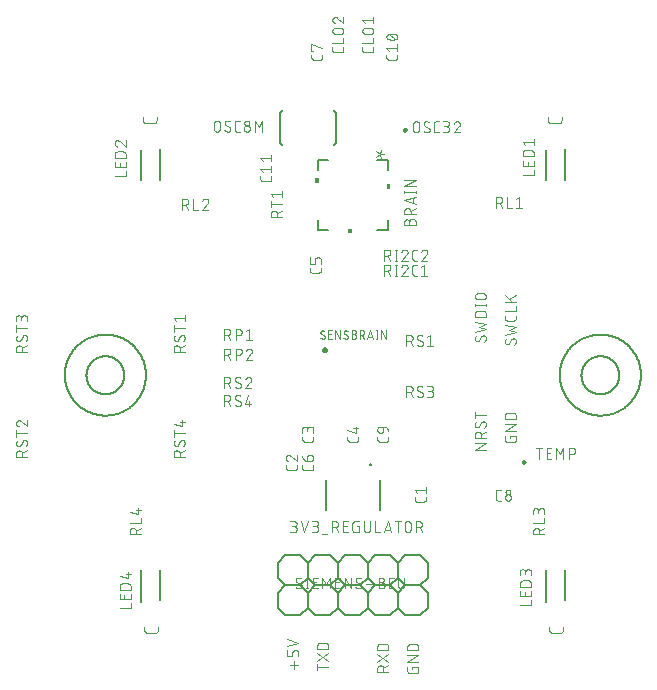
<source format=gbr>
G04 EAGLE Gerber X2 export*
%TF.Part,Single*%
%TF.FileFunction,Legend,Top,1*%
%TF.FilePolarity,Positive*%
%TF.GenerationSoftware,Autodesk,EAGLE,8.6.0*%
%TF.CreationDate,2018-05-27T13:35:38Z*%
G75*
%MOMM*%
%FSLAX34Y34*%
%LPD*%
%AMOC8*
5,1,8,0,0,1.08239X$1,22.5*%
G01*
%ADD10C,0.076200*%
%ADD11C,0.152400*%
%ADD12C,0.101600*%
%ADD13C,0.200000*%
%ADD14C,0.203200*%
%ADD15C,0.254000*%
%ADD16C,0.127000*%
%ADD17C,0.050800*%
%ADD18C,0.250000*%

G36*
X320164Y512123D02*
X320164Y512123D01*
X320166Y512122D01*
X320209Y512142D01*
X320253Y512160D01*
X320253Y512162D01*
X320255Y512163D01*
X320288Y512248D01*
X320288Y516058D01*
X320287Y516060D01*
X320288Y516062D01*
X320268Y516105D01*
X320250Y516149D01*
X320248Y516150D01*
X320247Y516152D01*
X320162Y516184D01*
X317622Y516184D01*
X317620Y516184D01*
X317618Y516184D01*
X317575Y516164D01*
X317531Y516146D01*
X317531Y516144D01*
X317529Y516143D01*
X317496Y516058D01*
X317496Y512248D01*
X317497Y512246D01*
X317496Y512244D01*
X317516Y512201D01*
X317534Y512157D01*
X317536Y512157D01*
X317537Y512155D01*
X317622Y512122D01*
X320162Y512122D01*
X320164Y512123D01*
G37*
G36*
X380880Y507121D02*
X380880Y507121D01*
X380882Y507121D01*
X380925Y507141D01*
X380969Y507159D01*
X380969Y507161D01*
X380971Y507162D01*
X381004Y507247D01*
X381004Y511057D01*
X381003Y511059D01*
X381004Y511061D01*
X380984Y511104D01*
X380966Y511148D01*
X380964Y511148D01*
X380963Y511150D01*
X380878Y511183D01*
X378338Y511183D01*
X378336Y511182D01*
X378334Y511183D01*
X378291Y511163D01*
X378247Y511145D01*
X378247Y511143D01*
X378245Y511142D01*
X378212Y511057D01*
X378212Y507247D01*
X378213Y507245D01*
X378212Y507243D01*
X378232Y507200D01*
X378250Y507156D01*
X378252Y507155D01*
X378253Y507153D01*
X378338Y507121D01*
X380878Y507121D01*
X380880Y507121D01*
G37*
G36*
X348656Y469897D02*
X348656Y469897D01*
X348658Y469896D01*
X348701Y469916D01*
X348745Y469934D01*
X348746Y469936D01*
X348748Y469937D01*
X348781Y470022D01*
X348781Y472562D01*
X348780Y472564D01*
X348781Y472566D01*
X348761Y472609D01*
X348742Y472653D01*
X348740Y472653D01*
X348739Y472655D01*
X348654Y472688D01*
X344844Y472688D01*
X344842Y472687D01*
X344840Y472688D01*
X344797Y472668D01*
X344754Y472650D01*
X344753Y472648D01*
X344751Y472647D01*
X344718Y472562D01*
X344718Y470022D01*
X344719Y470020D01*
X344718Y470018D01*
X344738Y469975D01*
X344757Y469931D01*
X344759Y469931D01*
X344759Y469929D01*
X344844Y469896D01*
X348654Y469896D01*
X348656Y469897D01*
G37*
D10*
X487299Y378164D02*
X487297Y378253D01*
X487291Y378341D01*
X487282Y378429D01*
X487269Y378517D01*
X487252Y378604D01*
X487232Y378690D01*
X487207Y378775D01*
X487180Y378860D01*
X487148Y378943D01*
X487114Y379024D01*
X487075Y379104D01*
X487034Y379182D01*
X486989Y379259D01*
X486941Y379333D01*
X486890Y379406D01*
X486836Y379476D01*
X486778Y379543D01*
X486718Y379609D01*
X486656Y379671D01*
X486590Y379731D01*
X486523Y379789D01*
X486453Y379843D01*
X486380Y379894D01*
X486306Y379942D01*
X486229Y379987D01*
X486151Y380028D01*
X486071Y380067D01*
X485990Y380101D01*
X485907Y380133D01*
X485822Y380160D01*
X485737Y380185D01*
X485651Y380205D01*
X485564Y380222D01*
X485476Y380235D01*
X485388Y380244D01*
X485300Y380250D01*
X485211Y380252D01*
X487299Y378164D02*
X487297Y378035D01*
X487291Y377906D01*
X487282Y377777D01*
X487269Y377649D01*
X487252Y377521D01*
X487231Y377394D01*
X487207Y377267D01*
X487179Y377141D01*
X487147Y377016D01*
X487112Y376892D01*
X487073Y376769D01*
X487030Y376647D01*
X486984Y376527D01*
X486934Y376408D01*
X486881Y376290D01*
X486825Y376174D01*
X486765Y376060D01*
X486702Y375947D01*
X486635Y375837D01*
X486566Y375728D01*
X486493Y375622D01*
X486417Y375517D01*
X486338Y375415D01*
X486256Y375316D01*
X486172Y375218D01*
X486084Y375123D01*
X485994Y375031D01*
X479989Y375293D02*
X479900Y375295D01*
X479812Y375301D01*
X479724Y375310D01*
X479636Y375323D01*
X479549Y375340D01*
X479463Y375360D01*
X479378Y375385D01*
X479293Y375412D01*
X479210Y375444D01*
X479129Y375478D01*
X479049Y375517D01*
X478971Y375558D01*
X478894Y375603D01*
X478820Y375651D01*
X478747Y375702D01*
X478677Y375756D01*
X478610Y375814D01*
X478544Y375874D01*
X478482Y375936D01*
X478422Y376002D01*
X478364Y376069D01*
X478310Y376139D01*
X478259Y376212D01*
X478211Y376286D01*
X478166Y376363D01*
X478125Y376441D01*
X478086Y376521D01*
X478052Y376602D01*
X478020Y376685D01*
X477993Y376770D01*
X477968Y376855D01*
X477948Y376941D01*
X477931Y377028D01*
X477918Y377116D01*
X477909Y377204D01*
X477903Y377292D01*
X477901Y377381D01*
X477903Y377501D01*
X477908Y377621D01*
X477918Y377740D01*
X477930Y377860D01*
X477947Y377979D01*
X477967Y378097D01*
X477991Y378215D01*
X478018Y378331D01*
X478049Y378447D01*
X478083Y378562D01*
X478121Y378676D01*
X478163Y378789D01*
X478208Y378900D01*
X478256Y379010D01*
X478307Y379118D01*
X478362Y379225D01*
X478420Y379330D01*
X478482Y379433D01*
X478546Y379534D01*
X478614Y379634D01*
X478684Y379731D01*
X481816Y376336D02*
X481768Y376258D01*
X481716Y376182D01*
X481662Y376109D01*
X481604Y376038D01*
X481543Y375969D01*
X481479Y375903D01*
X481412Y375840D01*
X481343Y375780D01*
X481271Y375723D01*
X481197Y375669D01*
X481120Y375619D01*
X481041Y375571D01*
X480961Y375528D01*
X480878Y375487D01*
X480794Y375451D01*
X480709Y375418D01*
X480622Y375389D01*
X480533Y375363D01*
X480444Y375341D01*
X480354Y375324D01*
X480264Y375310D01*
X480172Y375300D01*
X480081Y375294D01*
X479989Y375292D01*
X483384Y379208D02*
X483432Y379286D01*
X483484Y379362D01*
X483538Y379435D01*
X483596Y379506D01*
X483657Y379575D01*
X483721Y379641D01*
X483788Y379704D01*
X483857Y379764D01*
X483929Y379821D01*
X484003Y379875D01*
X484080Y379925D01*
X484159Y379973D01*
X484239Y380016D01*
X484322Y380057D01*
X484406Y380093D01*
X484491Y380126D01*
X484578Y380155D01*
X484667Y380181D01*
X484756Y380203D01*
X484846Y380220D01*
X484936Y380234D01*
X485028Y380244D01*
X485119Y380250D01*
X485211Y380252D01*
X483383Y379208D02*
X481817Y376336D01*
X477901Y383523D02*
X487299Y385611D01*
X481034Y387700D01*
X487299Y389788D01*
X477901Y391877D01*
X487299Y397515D02*
X487299Y399604D01*
X487299Y397515D02*
X487297Y397426D01*
X487291Y397338D01*
X487282Y397250D01*
X487269Y397162D01*
X487252Y397075D01*
X487232Y396989D01*
X487207Y396904D01*
X487180Y396819D01*
X487148Y396736D01*
X487114Y396655D01*
X487075Y396575D01*
X487034Y396497D01*
X486989Y396420D01*
X486941Y396346D01*
X486890Y396273D01*
X486836Y396203D01*
X486778Y396136D01*
X486718Y396070D01*
X486656Y396008D01*
X486590Y395948D01*
X486523Y395890D01*
X486453Y395836D01*
X486380Y395785D01*
X486306Y395737D01*
X486229Y395692D01*
X486151Y395651D01*
X486071Y395612D01*
X485990Y395578D01*
X485907Y395546D01*
X485822Y395519D01*
X485737Y395494D01*
X485651Y395474D01*
X485564Y395457D01*
X485476Y395444D01*
X485388Y395435D01*
X485300Y395429D01*
X485211Y395427D01*
X479989Y395427D01*
X479989Y395426D02*
X479898Y395428D01*
X479807Y395434D01*
X479716Y395444D01*
X479626Y395458D01*
X479537Y395476D01*
X479448Y395497D01*
X479361Y395523D01*
X479275Y395552D01*
X479190Y395585D01*
X479106Y395622D01*
X479024Y395662D01*
X478945Y395706D01*
X478867Y395753D01*
X478791Y395804D01*
X478717Y395858D01*
X478646Y395915D01*
X478578Y395975D01*
X478512Y396038D01*
X478449Y396104D01*
X478389Y396172D01*
X478332Y396243D01*
X478278Y396317D01*
X478227Y396393D01*
X478180Y396470D01*
X478136Y396550D01*
X478096Y396632D01*
X478059Y396716D01*
X478026Y396800D01*
X477997Y396887D01*
X477971Y396974D01*
X477950Y397063D01*
X477932Y397152D01*
X477918Y397242D01*
X477908Y397333D01*
X477902Y397424D01*
X477900Y397515D01*
X477901Y397515D02*
X477901Y399604D01*
X477901Y403395D02*
X487299Y403395D01*
X487299Y407572D01*
X487299Y411433D02*
X477901Y411433D01*
X477901Y416654D02*
X483644Y411433D01*
X481556Y413522D02*
X487299Y416654D01*
X459811Y382792D02*
X459900Y382790D01*
X459988Y382784D01*
X460076Y382775D01*
X460164Y382762D01*
X460251Y382745D01*
X460337Y382725D01*
X460422Y382700D01*
X460507Y382673D01*
X460590Y382641D01*
X460671Y382607D01*
X460751Y382568D01*
X460829Y382527D01*
X460906Y382482D01*
X460980Y382434D01*
X461053Y382383D01*
X461123Y382329D01*
X461190Y382271D01*
X461256Y382211D01*
X461318Y382149D01*
X461378Y382083D01*
X461436Y382016D01*
X461490Y381946D01*
X461541Y381873D01*
X461589Y381799D01*
X461634Y381722D01*
X461675Y381644D01*
X461714Y381564D01*
X461748Y381483D01*
X461780Y381400D01*
X461807Y381315D01*
X461832Y381230D01*
X461852Y381144D01*
X461869Y381057D01*
X461882Y380969D01*
X461891Y380881D01*
X461897Y380793D01*
X461899Y380704D01*
X461897Y380575D01*
X461891Y380446D01*
X461882Y380317D01*
X461869Y380189D01*
X461852Y380061D01*
X461831Y379934D01*
X461807Y379807D01*
X461779Y379681D01*
X461747Y379556D01*
X461712Y379432D01*
X461673Y379309D01*
X461630Y379187D01*
X461584Y379067D01*
X461534Y378948D01*
X461481Y378830D01*
X461425Y378714D01*
X461365Y378600D01*
X461302Y378487D01*
X461235Y378377D01*
X461166Y378268D01*
X461093Y378162D01*
X461017Y378057D01*
X460938Y377955D01*
X460856Y377856D01*
X460772Y377758D01*
X460684Y377663D01*
X460594Y377571D01*
X454589Y377833D02*
X454500Y377835D01*
X454412Y377841D01*
X454324Y377850D01*
X454236Y377863D01*
X454149Y377880D01*
X454063Y377900D01*
X453978Y377925D01*
X453893Y377952D01*
X453810Y377984D01*
X453729Y378018D01*
X453649Y378057D01*
X453571Y378098D01*
X453494Y378143D01*
X453420Y378191D01*
X453347Y378242D01*
X453277Y378296D01*
X453210Y378354D01*
X453144Y378414D01*
X453082Y378476D01*
X453022Y378542D01*
X452964Y378609D01*
X452910Y378679D01*
X452859Y378752D01*
X452811Y378826D01*
X452766Y378903D01*
X452725Y378981D01*
X452686Y379061D01*
X452652Y379142D01*
X452620Y379225D01*
X452593Y379310D01*
X452568Y379395D01*
X452548Y379481D01*
X452531Y379568D01*
X452518Y379656D01*
X452509Y379744D01*
X452503Y379832D01*
X452501Y379921D01*
X452503Y380041D01*
X452508Y380161D01*
X452518Y380280D01*
X452530Y380400D01*
X452547Y380519D01*
X452567Y380637D01*
X452591Y380755D01*
X452618Y380871D01*
X452649Y380987D01*
X452683Y381102D01*
X452721Y381216D01*
X452763Y381329D01*
X452808Y381440D01*
X452856Y381550D01*
X452907Y381658D01*
X452962Y381765D01*
X453020Y381870D01*
X453082Y381973D01*
X453146Y382074D01*
X453214Y382174D01*
X453284Y382271D01*
X456416Y378876D02*
X456368Y378798D01*
X456316Y378722D01*
X456262Y378649D01*
X456204Y378578D01*
X456143Y378509D01*
X456079Y378443D01*
X456012Y378380D01*
X455943Y378320D01*
X455871Y378263D01*
X455797Y378209D01*
X455720Y378159D01*
X455641Y378111D01*
X455561Y378068D01*
X455478Y378027D01*
X455394Y377991D01*
X455309Y377958D01*
X455222Y377929D01*
X455133Y377903D01*
X455044Y377881D01*
X454954Y377864D01*
X454864Y377850D01*
X454772Y377840D01*
X454681Y377834D01*
X454589Y377832D01*
X457984Y381748D02*
X458032Y381826D01*
X458084Y381902D01*
X458138Y381975D01*
X458196Y382046D01*
X458257Y382115D01*
X458321Y382181D01*
X458388Y382244D01*
X458457Y382304D01*
X458529Y382361D01*
X458603Y382415D01*
X458680Y382465D01*
X458759Y382513D01*
X458839Y382556D01*
X458922Y382597D01*
X459006Y382633D01*
X459091Y382666D01*
X459178Y382695D01*
X459267Y382721D01*
X459356Y382743D01*
X459446Y382760D01*
X459536Y382774D01*
X459628Y382784D01*
X459719Y382790D01*
X459811Y382792D01*
X457983Y381748D02*
X456417Y378876D01*
X452501Y386063D02*
X461899Y388151D01*
X455634Y390240D01*
X461899Y392328D01*
X452501Y394417D01*
X452501Y398297D02*
X461899Y398297D01*
X452501Y398297D02*
X452501Y400908D01*
X452503Y401008D01*
X452509Y401108D01*
X452518Y401207D01*
X452532Y401307D01*
X452549Y401405D01*
X452570Y401503D01*
X452594Y401600D01*
X452623Y401696D01*
X452655Y401791D01*
X452690Y401884D01*
X452729Y401976D01*
X452772Y402067D01*
X452818Y402155D01*
X452868Y402242D01*
X452920Y402327D01*
X452976Y402410D01*
X453035Y402491D01*
X453098Y402569D01*
X453163Y402645D01*
X453231Y402719D01*
X453301Y402789D01*
X453375Y402857D01*
X453451Y402922D01*
X453529Y402985D01*
X453610Y403044D01*
X453693Y403100D01*
X453778Y403152D01*
X453865Y403202D01*
X453953Y403248D01*
X454044Y403291D01*
X454136Y403330D01*
X454229Y403365D01*
X454324Y403397D01*
X454420Y403426D01*
X454517Y403450D01*
X454615Y403471D01*
X454713Y403488D01*
X454813Y403502D01*
X454912Y403511D01*
X455012Y403517D01*
X455112Y403519D01*
X455112Y403518D02*
X459288Y403518D01*
X459288Y403519D02*
X459388Y403517D01*
X459488Y403511D01*
X459587Y403502D01*
X459687Y403488D01*
X459785Y403471D01*
X459883Y403450D01*
X459980Y403426D01*
X460076Y403397D01*
X460171Y403365D01*
X460264Y403330D01*
X460356Y403291D01*
X460447Y403248D01*
X460535Y403202D01*
X460622Y403152D01*
X460707Y403100D01*
X460790Y403044D01*
X460871Y402985D01*
X460949Y402922D01*
X461025Y402857D01*
X461099Y402789D01*
X461169Y402719D01*
X461237Y402645D01*
X461302Y402569D01*
X461365Y402491D01*
X461424Y402410D01*
X461480Y402327D01*
X461532Y402242D01*
X461582Y402155D01*
X461628Y402067D01*
X461671Y401976D01*
X461710Y401884D01*
X461745Y401791D01*
X461777Y401696D01*
X461806Y401600D01*
X461830Y401503D01*
X461851Y401405D01*
X461868Y401307D01*
X461882Y401207D01*
X461891Y401108D01*
X461897Y401008D01*
X461899Y400908D01*
X461899Y398297D01*
X461899Y408528D02*
X452501Y408528D01*
X461899Y407484D02*
X461899Y409572D01*
X452501Y409572D02*
X452501Y407484D01*
X455112Y413233D02*
X459288Y413233D01*
X455112Y413232D02*
X455011Y413234D01*
X454910Y413240D01*
X454809Y413250D01*
X454709Y413263D01*
X454609Y413281D01*
X454510Y413302D01*
X454412Y413328D01*
X454315Y413357D01*
X454219Y413389D01*
X454125Y413426D01*
X454032Y413466D01*
X453940Y413510D01*
X453851Y413557D01*
X453763Y413608D01*
X453677Y413662D01*
X453594Y413719D01*
X453512Y413779D01*
X453434Y413843D01*
X453357Y413909D01*
X453284Y413979D01*
X453213Y414051D01*
X453145Y414126D01*
X453080Y414204D01*
X453018Y414284D01*
X452959Y414366D01*
X452903Y414451D01*
X452851Y414538D01*
X452802Y414626D01*
X452756Y414717D01*
X452715Y414809D01*
X452676Y414903D01*
X452642Y414998D01*
X452611Y415094D01*
X452584Y415192D01*
X452560Y415290D01*
X452541Y415390D01*
X452525Y415490D01*
X452513Y415590D01*
X452505Y415691D01*
X452501Y415792D01*
X452501Y415894D01*
X452505Y415995D01*
X452513Y416096D01*
X452525Y416196D01*
X452541Y416296D01*
X452560Y416396D01*
X452584Y416494D01*
X452611Y416592D01*
X452642Y416688D01*
X452676Y416783D01*
X452715Y416877D01*
X452756Y416969D01*
X452802Y417060D01*
X452851Y417149D01*
X452903Y417235D01*
X452959Y417320D01*
X453018Y417402D01*
X453080Y417482D01*
X453145Y417560D01*
X453213Y417635D01*
X453284Y417707D01*
X453357Y417777D01*
X453434Y417843D01*
X453512Y417907D01*
X453594Y417967D01*
X453677Y418024D01*
X453763Y418078D01*
X453851Y418129D01*
X453940Y418176D01*
X454032Y418220D01*
X454125Y418260D01*
X454219Y418297D01*
X454315Y418329D01*
X454412Y418358D01*
X454510Y418384D01*
X454609Y418405D01*
X454709Y418423D01*
X454809Y418436D01*
X454910Y418446D01*
X455011Y418452D01*
X455112Y418454D01*
X459288Y418454D01*
X459389Y418452D01*
X459490Y418446D01*
X459591Y418436D01*
X459691Y418423D01*
X459791Y418405D01*
X459890Y418384D01*
X459988Y418358D01*
X460085Y418329D01*
X460181Y418297D01*
X460275Y418260D01*
X460368Y418220D01*
X460460Y418176D01*
X460549Y418129D01*
X460637Y418078D01*
X460723Y418024D01*
X460806Y417967D01*
X460888Y417907D01*
X460966Y417843D01*
X461043Y417777D01*
X461116Y417707D01*
X461187Y417635D01*
X461255Y417560D01*
X461320Y417482D01*
X461382Y417402D01*
X461441Y417320D01*
X461497Y417235D01*
X461549Y417148D01*
X461598Y417060D01*
X461644Y416969D01*
X461685Y416877D01*
X461724Y416783D01*
X461758Y416688D01*
X461789Y416592D01*
X461816Y416494D01*
X461840Y416396D01*
X461859Y416296D01*
X461875Y416196D01*
X461887Y416096D01*
X461895Y415995D01*
X461899Y415894D01*
X461899Y415792D01*
X461895Y415691D01*
X461887Y415590D01*
X461875Y415490D01*
X461859Y415390D01*
X461840Y415290D01*
X461816Y415192D01*
X461789Y415094D01*
X461758Y414998D01*
X461724Y414903D01*
X461685Y414809D01*
X461644Y414717D01*
X461598Y414626D01*
X461549Y414538D01*
X461497Y414451D01*
X461441Y414366D01*
X461382Y414284D01*
X461320Y414204D01*
X461255Y414126D01*
X461187Y414051D01*
X461116Y413979D01*
X461043Y413909D01*
X460966Y413843D01*
X460888Y413779D01*
X460806Y413719D01*
X460723Y413662D01*
X460637Y413608D01*
X460549Y413557D01*
X460460Y413510D01*
X460368Y413466D01*
X460275Y413426D01*
X460181Y413389D01*
X460085Y413357D01*
X459988Y413328D01*
X459890Y413302D01*
X459791Y413281D01*
X459691Y413263D01*
X459591Y413250D01*
X459490Y413240D01*
X459389Y413234D01*
X459288Y413232D01*
X461899Y286131D02*
X452501Y286131D01*
X461899Y291352D01*
X452501Y291352D01*
X452501Y295942D02*
X461899Y295942D01*
X452501Y295942D02*
X452501Y298552D01*
X452503Y298653D01*
X452509Y298754D01*
X452519Y298855D01*
X452532Y298955D01*
X452550Y299055D01*
X452571Y299154D01*
X452597Y299252D01*
X452626Y299349D01*
X452658Y299445D01*
X452695Y299539D01*
X452735Y299632D01*
X452779Y299724D01*
X452826Y299813D01*
X452877Y299901D01*
X452931Y299987D01*
X452988Y300070D01*
X453048Y300152D01*
X453112Y300230D01*
X453178Y300307D01*
X453248Y300380D01*
X453320Y300451D01*
X453395Y300519D01*
X453473Y300584D01*
X453553Y300646D01*
X453635Y300705D01*
X453720Y300761D01*
X453807Y300813D01*
X453895Y300862D01*
X453986Y300908D01*
X454078Y300949D01*
X454172Y300988D01*
X454267Y301022D01*
X454363Y301053D01*
X454461Y301080D01*
X454559Y301104D01*
X454659Y301123D01*
X454759Y301139D01*
X454859Y301151D01*
X454960Y301159D01*
X455061Y301163D01*
X455163Y301163D01*
X455264Y301159D01*
X455365Y301151D01*
X455465Y301139D01*
X455565Y301123D01*
X455665Y301104D01*
X455763Y301080D01*
X455861Y301053D01*
X455957Y301022D01*
X456052Y300988D01*
X456146Y300949D01*
X456238Y300908D01*
X456329Y300862D01*
X456418Y300813D01*
X456504Y300761D01*
X456589Y300705D01*
X456671Y300646D01*
X456751Y300584D01*
X456829Y300519D01*
X456904Y300451D01*
X456976Y300380D01*
X457046Y300307D01*
X457112Y300230D01*
X457176Y300152D01*
X457236Y300070D01*
X457293Y299987D01*
X457347Y299901D01*
X457398Y299813D01*
X457445Y299724D01*
X457489Y299632D01*
X457529Y299539D01*
X457566Y299445D01*
X457598Y299349D01*
X457627Y299252D01*
X457653Y299154D01*
X457674Y299055D01*
X457692Y298955D01*
X457705Y298855D01*
X457715Y298754D01*
X457721Y298653D01*
X457723Y298552D01*
X457722Y298552D02*
X457722Y295942D01*
X457722Y299074D02*
X461899Y301163D01*
X461899Y307856D02*
X461897Y307945D01*
X461891Y308033D01*
X461882Y308121D01*
X461869Y308209D01*
X461852Y308296D01*
X461832Y308382D01*
X461807Y308467D01*
X461780Y308552D01*
X461748Y308635D01*
X461714Y308716D01*
X461675Y308796D01*
X461634Y308874D01*
X461589Y308951D01*
X461541Y309025D01*
X461490Y309098D01*
X461436Y309168D01*
X461378Y309235D01*
X461318Y309301D01*
X461256Y309363D01*
X461190Y309423D01*
X461123Y309481D01*
X461053Y309535D01*
X460980Y309586D01*
X460906Y309634D01*
X460829Y309679D01*
X460751Y309720D01*
X460671Y309759D01*
X460590Y309793D01*
X460507Y309825D01*
X460422Y309852D01*
X460337Y309877D01*
X460251Y309897D01*
X460164Y309914D01*
X460076Y309927D01*
X459988Y309936D01*
X459900Y309942D01*
X459811Y309944D01*
X461899Y307856D02*
X461897Y307727D01*
X461891Y307598D01*
X461882Y307469D01*
X461869Y307341D01*
X461852Y307213D01*
X461831Y307086D01*
X461807Y306959D01*
X461779Y306833D01*
X461747Y306708D01*
X461712Y306584D01*
X461673Y306461D01*
X461630Y306339D01*
X461584Y306219D01*
X461534Y306100D01*
X461481Y305982D01*
X461425Y305866D01*
X461365Y305752D01*
X461302Y305639D01*
X461235Y305529D01*
X461166Y305420D01*
X461093Y305314D01*
X461017Y305209D01*
X460938Y305107D01*
X460856Y305008D01*
X460772Y304910D01*
X460684Y304815D01*
X460594Y304723D01*
X454589Y304985D02*
X454500Y304987D01*
X454412Y304993D01*
X454324Y305002D01*
X454236Y305015D01*
X454149Y305032D01*
X454063Y305052D01*
X453978Y305077D01*
X453893Y305104D01*
X453810Y305136D01*
X453729Y305170D01*
X453649Y305209D01*
X453571Y305250D01*
X453494Y305295D01*
X453420Y305343D01*
X453347Y305394D01*
X453277Y305448D01*
X453210Y305506D01*
X453144Y305566D01*
X453082Y305628D01*
X453022Y305694D01*
X452964Y305761D01*
X452910Y305831D01*
X452859Y305904D01*
X452811Y305978D01*
X452766Y306055D01*
X452725Y306133D01*
X452686Y306213D01*
X452652Y306294D01*
X452620Y306377D01*
X452593Y306462D01*
X452568Y306547D01*
X452548Y306633D01*
X452531Y306720D01*
X452518Y306808D01*
X452509Y306896D01*
X452503Y306984D01*
X452501Y307073D01*
X452503Y307193D01*
X452508Y307313D01*
X452518Y307432D01*
X452530Y307552D01*
X452547Y307671D01*
X452567Y307789D01*
X452591Y307907D01*
X452618Y308023D01*
X452649Y308139D01*
X452683Y308254D01*
X452721Y308368D01*
X452763Y308481D01*
X452808Y308592D01*
X452856Y308702D01*
X452907Y308810D01*
X452962Y308917D01*
X453020Y309022D01*
X453082Y309125D01*
X453146Y309226D01*
X453214Y309326D01*
X453284Y309423D01*
X456416Y306029D02*
X456368Y305951D01*
X456316Y305875D01*
X456262Y305802D01*
X456204Y305731D01*
X456143Y305662D01*
X456079Y305596D01*
X456012Y305533D01*
X455943Y305473D01*
X455871Y305416D01*
X455797Y305362D01*
X455720Y305312D01*
X455641Y305264D01*
X455561Y305221D01*
X455478Y305180D01*
X455394Y305144D01*
X455309Y305111D01*
X455222Y305082D01*
X455133Y305056D01*
X455044Y305034D01*
X454954Y305017D01*
X454864Y305003D01*
X454772Y304993D01*
X454681Y304987D01*
X454589Y304985D01*
X457984Y308901D02*
X458032Y308979D01*
X458084Y309055D01*
X458138Y309128D01*
X458196Y309199D01*
X458257Y309268D01*
X458321Y309334D01*
X458388Y309397D01*
X458457Y309457D01*
X458529Y309514D01*
X458603Y309568D01*
X458680Y309618D01*
X458759Y309666D01*
X458839Y309709D01*
X458922Y309750D01*
X459006Y309786D01*
X459091Y309819D01*
X459178Y309848D01*
X459267Y309874D01*
X459356Y309896D01*
X459446Y309913D01*
X459536Y309927D01*
X459628Y309937D01*
X459719Y309943D01*
X459811Y309945D01*
X457983Y308901D02*
X456417Y306029D01*
X452501Y315564D02*
X461899Y315564D01*
X452501Y312953D02*
X452501Y318174D01*
X482078Y297702D02*
X482078Y296136D01*
X482078Y297702D02*
X487299Y297702D01*
X487299Y294569D01*
X487297Y294480D01*
X487291Y294392D01*
X487282Y294304D01*
X487269Y294216D01*
X487252Y294129D01*
X487232Y294043D01*
X487207Y293958D01*
X487180Y293873D01*
X487148Y293790D01*
X487114Y293709D01*
X487075Y293629D01*
X487034Y293551D01*
X486989Y293474D01*
X486941Y293400D01*
X486890Y293327D01*
X486836Y293257D01*
X486778Y293190D01*
X486718Y293124D01*
X486656Y293062D01*
X486590Y293002D01*
X486523Y292944D01*
X486453Y292890D01*
X486380Y292839D01*
X486306Y292791D01*
X486229Y292746D01*
X486151Y292705D01*
X486071Y292666D01*
X485990Y292632D01*
X485907Y292600D01*
X485822Y292573D01*
X485737Y292548D01*
X485651Y292528D01*
X485564Y292511D01*
X485476Y292498D01*
X485388Y292489D01*
X485300Y292483D01*
X485211Y292481D01*
X479989Y292481D01*
X479898Y292483D01*
X479807Y292489D01*
X479716Y292499D01*
X479626Y292513D01*
X479537Y292531D01*
X479448Y292552D01*
X479361Y292578D01*
X479275Y292607D01*
X479190Y292640D01*
X479106Y292677D01*
X479024Y292717D01*
X478945Y292761D01*
X478867Y292808D01*
X478791Y292859D01*
X478717Y292913D01*
X478646Y292970D01*
X478578Y293030D01*
X478512Y293093D01*
X478449Y293159D01*
X478389Y293227D01*
X478332Y293298D01*
X478278Y293372D01*
X478227Y293448D01*
X478180Y293525D01*
X478136Y293605D01*
X478096Y293687D01*
X478059Y293771D01*
X478026Y293855D01*
X477997Y293942D01*
X477971Y294029D01*
X477950Y294118D01*
X477932Y294207D01*
X477918Y294297D01*
X477908Y294388D01*
X477902Y294479D01*
X477900Y294570D01*
X477901Y294569D02*
X477901Y297702D01*
X477901Y302235D02*
X487299Y302235D01*
X487299Y307456D02*
X477901Y302235D01*
X477901Y307456D02*
X487299Y307456D01*
X487299Y311988D02*
X477901Y311988D01*
X477901Y314599D01*
X477903Y314699D01*
X477909Y314799D01*
X477918Y314898D01*
X477932Y314998D01*
X477949Y315096D01*
X477970Y315194D01*
X477994Y315291D01*
X478023Y315387D01*
X478055Y315482D01*
X478090Y315575D01*
X478129Y315667D01*
X478172Y315758D01*
X478218Y315846D01*
X478268Y315933D01*
X478320Y316018D01*
X478376Y316101D01*
X478435Y316182D01*
X478498Y316260D01*
X478563Y316336D01*
X478631Y316410D01*
X478701Y316480D01*
X478775Y316548D01*
X478851Y316613D01*
X478929Y316676D01*
X479010Y316735D01*
X479093Y316791D01*
X479178Y316843D01*
X479265Y316893D01*
X479353Y316939D01*
X479444Y316982D01*
X479536Y317021D01*
X479629Y317056D01*
X479724Y317088D01*
X479820Y317117D01*
X479917Y317141D01*
X480015Y317162D01*
X480113Y317179D01*
X480213Y317193D01*
X480312Y317202D01*
X480412Y317208D01*
X480512Y317210D01*
X480512Y317209D02*
X484688Y317209D01*
X484688Y317210D02*
X484788Y317208D01*
X484888Y317202D01*
X484987Y317193D01*
X485087Y317179D01*
X485185Y317162D01*
X485283Y317141D01*
X485380Y317117D01*
X485476Y317088D01*
X485571Y317056D01*
X485664Y317021D01*
X485756Y316982D01*
X485847Y316939D01*
X485935Y316893D01*
X486022Y316843D01*
X486107Y316791D01*
X486190Y316735D01*
X486271Y316676D01*
X486349Y316613D01*
X486425Y316548D01*
X486499Y316480D01*
X486569Y316410D01*
X486637Y316336D01*
X486702Y316260D01*
X486765Y316182D01*
X486824Y316101D01*
X486880Y316018D01*
X486932Y315933D01*
X486982Y315846D01*
X487028Y315758D01*
X487071Y315667D01*
X487110Y315575D01*
X487145Y315482D01*
X487177Y315387D01*
X487206Y315291D01*
X487230Y315194D01*
X487251Y315096D01*
X487268Y314998D01*
X487282Y314898D01*
X487291Y314799D01*
X487297Y314699D01*
X487299Y314599D01*
X487299Y311988D01*
X299494Y106976D02*
X299494Y100711D01*
X302627Y103844D02*
X296362Y103844D01*
X303149Y110987D02*
X303149Y114119D01*
X303147Y114208D01*
X303141Y114296D01*
X303132Y114384D01*
X303119Y114472D01*
X303102Y114559D01*
X303082Y114645D01*
X303057Y114730D01*
X303030Y114815D01*
X302998Y114898D01*
X302964Y114979D01*
X302925Y115059D01*
X302884Y115137D01*
X302839Y115214D01*
X302791Y115288D01*
X302740Y115361D01*
X302686Y115431D01*
X302628Y115498D01*
X302568Y115564D01*
X302506Y115626D01*
X302440Y115686D01*
X302373Y115744D01*
X302303Y115798D01*
X302230Y115849D01*
X302156Y115897D01*
X302079Y115942D01*
X302001Y115983D01*
X301921Y116022D01*
X301840Y116056D01*
X301757Y116088D01*
X301672Y116115D01*
X301587Y116140D01*
X301501Y116160D01*
X301414Y116177D01*
X301326Y116190D01*
X301238Y116199D01*
X301150Y116205D01*
X301061Y116207D01*
X301061Y116208D02*
X300016Y116208D01*
X300016Y116207D02*
X299927Y116205D01*
X299839Y116199D01*
X299751Y116190D01*
X299663Y116177D01*
X299576Y116160D01*
X299490Y116140D01*
X299405Y116115D01*
X299320Y116088D01*
X299237Y116056D01*
X299156Y116022D01*
X299076Y115983D01*
X298998Y115942D01*
X298921Y115897D01*
X298847Y115849D01*
X298774Y115798D01*
X298704Y115744D01*
X298637Y115686D01*
X298571Y115626D01*
X298509Y115564D01*
X298449Y115498D01*
X298391Y115431D01*
X298337Y115361D01*
X298286Y115288D01*
X298238Y115214D01*
X298193Y115137D01*
X298152Y115059D01*
X298113Y114979D01*
X298079Y114898D01*
X298047Y114815D01*
X298020Y114730D01*
X297995Y114645D01*
X297975Y114559D01*
X297958Y114472D01*
X297945Y114384D01*
X297936Y114296D01*
X297930Y114208D01*
X297928Y114119D01*
X297928Y110987D01*
X293751Y110987D01*
X293751Y116208D01*
X293751Y119609D02*
X303149Y122741D01*
X293751Y125874D01*
X399528Y102122D02*
X399528Y100556D01*
X399528Y102122D02*
X404749Y102122D01*
X404749Y98989D01*
X404747Y98900D01*
X404741Y98812D01*
X404732Y98724D01*
X404719Y98636D01*
X404702Y98549D01*
X404682Y98463D01*
X404657Y98378D01*
X404630Y98293D01*
X404598Y98210D01*
X404564Y98129D01*
X404525Y98049D01*
X404484Y97971D01*
X404439Y97894D01*
X404391Y97820D01*
X404340Y97747D01*
X404286Y97677D01*
X404228Y97610D01*
X404168Y97544D01*
X404106Y97482D01*
X404040Y97422D01*
X403973Y97364D01*
X403903Y97310D01*
X403830Y97259D01*
X403756Y97211D01*
X403679Y97166D01*
X403601Y97125D01*
X403521Y97086D01*
X403440Y97052D01*
X403357Y97020D01*
X403272Y96993D01*
X403187Y96968D01*
X403101Y96948D01*
X403014Y96931D01*
X402926Y96918D01*
X402838Y96909D01*
X402750Y96903D01*
X402661Y96901D01*
X397439Y96901D01*
X397348Y96903D01*
X397257Y96909D01*
X397166Y96919D01*
X397076Y96933D01*
X396987Y96951D01*
X396898Y96972D01*
X396811Y96998D01*
X396725Y97027D01*
X396640Y97060D01*
X396556Y97097D01*
X396474Y97137D01*
X396395Y97181D01*
X396317Y97228D01*
X396241Y97279D01*
X396167Y97333D01*
X396096Y97390D01*
X396028Y97450D01*
X395962Y97513D01*
X395899Y97579D01*
X395839Y97647D01*
X395782Y97718D01*
X395728Y97792D01*
X395677Y97868D01*
X395630Y97945D01*
X395586Y98025D01*
X395546Y98107D01*
X395509Y98191D01*
X395476Y98275D01*
X395447Y98362D01*
X395421Y98449D01*
X395400Y98538D01*
X395382Y98627D01*
X395368Y98717D01*
X395358Y98808D01*
X395352Y98899D01*
X395350Y98990D01*
X395351Y98989D02*
X395351Y102122D01*
X395351Y106655D02*
X404749Y106655D01*
X404749Y111876D02*
X395351Y106655D01*
X395351Y111876D02*
X404749Y111876D01*
X404749Y116408D02*
X395351Y116408D01*
X395351Y119019D01*
X395353Y119119D01*
X395359Y119219D01*
X395368Y119318D01*
X395382Y119418D01*
X395399Y119516D01*
X395420Y119614D01*
X395444Y119711D01*
X395473Y119807D01*
X395505Y119902D01*
X395540Y119995D01*
X395579Y120087D01*
X395622Y120178D01*
X395668Y120266D01*
X395718Y120353D01*
X395770Y120438D01*
X395826Y120521D01*
X395885Y120602D01*
X395948Y120680D01*
X396013Y120756D01*
X396081Y120830D01*
X396151Y120900D01*
X396225Y120968D01*
X396301Y121033D01*
X396379Y121096D01*
X396460Y121155D01*
X396543Y121211D01*
X396628Y121263D01*
X396715Y121313D01*
X396803Y121359D01*
X396894Y121402D01*
X396986Y121441D01*
X397079Y121476D01*
X397174Y121508D01*
X397270Y121537D01*
X397367Y121561D01*
X397465Y121582D01*
X397563Y121599D01*
X397663Y121613D01*
X397762Y121622D01*
X397862Y121628D01*
X397962Y121630D01*
X397962Y121629D02*
X402138Y121629D01*
X402138Y121630D02*
X402238Y121628D01*
X402338Y121622D01*
X402437Y121613D01*
X402537Y121599D01*
X402635Y121582D01*
X402733Y121561D01*
X402830Y121537D01*
X402926Y121508D01*
X403021Y121476D01*
X403114Y121441D01*
X403206Y121402D01*
X403297Y121359D01*
X403385Y121313D01*
X403472Y121263D01*
X403557Y121211D01*
X403640Y121155D01*
X403721Y121096D01*
X403799Y121033D01*
X403875Y120968D01*
X403949Y120900D01*
X404019Y120830D01*
X404087Y120756D01*
X404152Y120680D01*
X404215Y120602D01*
X404274Y120521D01*
X404330Y120438D01*
X404382Y120353D01*
X404432Y120266D01*
X404478Y120178D01*
X404521Y120087D01*
X404560Y119995D01*
X404595Y119902D01*
X404627Y119807D01*
X404656Y119711D01*
X404680Y119614D01*
X404701Y119516D01*
X404718Y119418D01*
X404732Y119318D01*
X404741Y119219D01*
X404747Y119119D01*
X404749Y119019D01*
X404749Y116408D01*
X328549Y102052D02*
X319151Y102052D01*
X319151Y104662D02*
X319151Y99441D01*
X328549Y107453D02*
X319151Y113719D01*
X319151Y107453D02*
X328549Y113719D01*
X328549Y117424D02*
X319151Y117424D01*
X319151Y120035D01*
X319153Y120135D01*
X319159Y120235D01*
X319168Y120334D01*
X319182Y120434D01*
X319199Y120532D01*
X319220Y120630D01*
X319244Y120727D01*
X319273Y120823D01*
X319305Y120918D01*
X319340Y121011D01*
X319379Y121103D01*
X319422Y121194D01*
X319468Y121282D01*
X319518Y121369D01*
X319570Y121454D01*
X319626Y121537D01*
X319685Y121618D01*
X319748Y121696D01*
X319813Y121772D01*
X319881Y121846D01*
X319951Y121916D01*
X320025Y121984D01*
X320101Y122049D01*
X320179Y122112D01*
X320260Y122171D01*
X320343Y122227D01*
X320428Y122279D01*
X320515Y122329D01*
X320603Y122375D01*
X320694Y122418D01*
X320786Y122457D01*
X320879Y122492D01*
X320974Y122524D01*
X321070Y122553D01*
X321167Y122577D01*
X321265Y122598D01*
X321363Y122615D01*
X321463Y122629D01*
X321562Y122638D01*
X321662Y122644D01*
X321762Y122646D01*
X321762Y122645D02*
X325938Y122645D01*
X325938Y122646D02*
X326038Y122644D01*
X326138Y122638D01*
X326237Y122629D01*
X326337Y122615D01*
X326435Y122598D01*
X326533Y122577D01*
X326630Y122553D01*
X326726Y122524D01*
X326821Y122492D01*
X326914Y122457D01*
X327006Y122418D01*
X327097Y122375D01*
X327185Y122329D01*
X327272Y122279D01*
X327357Y122227D01*
X327440Y122171D01*
X327521Y122112D01*
X327599Y122049D01*
X327675Y121984D01*
X327749Y121916D01*
X327819Y121846D01*
X327887Y121772D01*
X327952Y121696D01*
X328015Y121618D01*
X328074Y121537D01*
X328130Y121454D01*
X328182Y121369D01*
X328232Y121282D01*
X328278Y121194D01*
X328321Y121103D01*
X328360Y121011D01*
X328395Y120918D01*
X328427Y120823D01*
X328456Y120727D01*
X328480Y120630D01*
X328501Y120532D01*
X328518Y120434D01*
X328532Y120334D01*
X328541Y120235D01*
X328547Y120135D01*
X328549Y120035D01*
X328549Y117424D01*
X369951Y98171D02*
X379349Y98171D01*
X369951Y98171D02*
X369951Y100782D01*
X369953Y100883D01*
X369959Y100984D01*
X369969Y101085D01*
X369982Y101185D01*
X370000Y101285D01*
X370021Y101384D01*
X370047Y101482D01*
X370076Y101579D01*
X370108Y101675D01*
X370145Y101769D01*
X370185Y101862D01*
X370229Y101954D01*
X370276Y102043D01*
X370327Y102131D01*
X370381Y102217D01*
X370438Y102300D01*
X370498Y102382D01*
X370562Y102460D01*
X370628Y102537D01*
X370698Y102610D01*
X370770Y102681D01*
X370845Y102749D01*
X370923Y102814D01*
X371003Y102876D01*
X371085Y102935D01*
X371170Y102991D01*
X371257Y103043D01*
X371345Y103092D01*
X371436Y103138D01*
X371528Y103179D01*
X371622Y103218D01*
X371717Y103252D01*
X371813Y103283D01*
X371911Y103310D01*
X372009Y103334D01*
X372109Y103353D01*
X372209Y103369D01*
X372309Y103381D01*
X372410Y103389D01*
X372511Y103393D01*
X372613Y103393D01*
X372714Y103389D01*
X372815Y103381D01*
X372915Y103369D01*
X373015Y103353D01*
X373115Y103334D01*
X373213Y103310D01*
X373311Y103283D01*
X373407Y103252D01*
X373502Y103218D01*
X373596Y103179D01*
X373688Y103138D01*
X373779Y103092D01*
X373868Y103043D01*
X373954Y102991D01*
X374039Y102935D01*
X374121Y102876D01*
X374201Y102814D01*
X374279Y102749D01*
X374354Y102681D01*
X374426Y102610D01*
X374496Y102537D01*
X374562Y102460D01*
X374626Y102382D01*
X374686Y102300D01*
X374743Y102217D01*
X374797Y102131D01*
X374848Y102043D01*
X374895Y101954D01*
X374939Y101862D01*
X374979Y101769D01*
X375016Y101675D01*
X375048Y101579D01*
X375077Y101482D01*
X375103Y101384D01*
X375124Y101285D01*
X375142Y101185D01*
X375155Y101085D01*
X375165Y100984D01*
X375171Y100883D01*
X375173Y100782D01*
X375172Y100782D02*
X375172Y98171D01*
X375172Y101304D02*
X379349Y103392D01*
X379349Y106736D02*
X369951Y113001D01*
X369951Y106736D02*
X379349Y113001D01*
X379349Y116707D02*
X369951Y116707D01*
X369951Y119317D01*
X369953Y119417D01*
X369959Y119517D01*
X369968Y119616D01*
X369982Y119716D01*
X369999Y119814D01*
X370020Y119912D01*
X370044Y120009D01*
X370073Y120105D01*
X370105Y120200D01*
X370140Y120293D01*
X370179Y120385D01*
X370222Y120476D01*
X370268Y120564D01*
X370318Y120651D01*
X370370Y120736D01*
X370426Y120819D01*
X370485Y120900D01*
X370548Y120978D01*
X370613Y121054D01*
X370681Y121128D01*
X370751Y121198D01*
X370825Y121266D01*
X370901Y121331D01*
X370979Y121394D01*
X371060Y121453D01*
X371143Y121509D01*
X371228Y121561D01*
X371315Y121611D01*
X371403Y121657D01*
X371494Y121700D01*
X371586Y121739D01*
X371679Y121774D01*
X371774Y121806D01*
X371870Y121835D01*
X371967Y121859D01*
X372065Y121880D01*
X372163Y121897D01*
X372263Y121911D01*
X372362Y121920D01*
X372462Y121926D01*
X372562Y121928D01*
X376738Y121928D01*
X376838Y121926D01*
X376938Y121920D01*
X377037Y121911D01*
X377137Y121897D01*
X377235Y121880D01*
X377333Y121859D01*
X377430Y121835D01*
X377526Y121806D01*
X377621Y121774D01*
X377714Y121739D01*
X377806Y121700D01*
X377897Y121657D01*
X377985Y121611D01*
X378072Y121561D01*
X378157Y121509D01*
X378240Y121453D01*
X378321Y121394D01*
X378399Y121331D01*
X378475Y121266D01*
X378549Y121198D01*
X378619Y121128D01*
X378687Y121054D01*
X378752Y120978D01*
X378815Y120900D01*
X378874Y120819D01*
X378930Y120736D01*
X378982Y120651D01*
X379032Y120564D01*
X379078Y120476D01*
X379121Y120385D01*
X379160Y120293D01*
X379195Y120200D01*
X379227Y120105D01*
X379256Y120009D01*
X379280Y119912D01*
X379301Y119814D01*
X379318Y119716D01*
X379332Y119616D01*
X379341Y119517D01*
X379347Y119417D01*
X379349Y119317D01*
X379349Y116707D01*
D11*
X304800Y196850D02*
X292100Y196850D01*
X304800Y196850D02*
X311150Y190500D01*
X311150Y177800D01*
X304800Y171450D01*
X285750Y177800D02*
X285750Y190500D01*
X292100Y196850D01*
X285750Y177800D02*
X292100Y171450D01*
X304800Y171450D01*
X311150Y165100D01*
X311150Y152400D01*
X304800Y146050D01*
X292100Y146050D01*
X285750Y165100D02*
X292100Y171450D01*
X285750Y165100D02*
X285750Y152400D01*
X292100Y146050D01*
X336550Y152400D02*
X336550Y165100D01*
X336550Y177800D02*
X336550Y190500D01*
X336550Y177800D02*
X330200Y171450D01*
X336550Y165100D01*
X336550Y152400D02*
X330200Y146050D01*
X336550Y190500D02*
X330200Y196850D01*
X317500Y196850D01*
X317500Y171450D02*
X330200Y171450D01*
X330200Y146050D02*
X317500Y146050D01*
X311150Y165100D02*
X317500Y171450D01*
X311150Y190500D02*
X317500Y196850D01*
X311150Y177800D02*
X317500Y171450D01*
X311150Y152400D02*
X317500Y146050D01*
X361950Y177800D02*
X361950Y190500D01*
X361950Y165100D02*
X361950Y152400D01*
X355600Y171450D02*
X361950Y177800D01*
X355600Y171450D02*
X361950Y165100D01*
X361950Y152400D02*
X355600Y146050D01*
X361950Y190500D02*
X355600Y196850D01*
X342900Y171450D02*
X336550Y165100D01*
X342900Y171450D02*
X336550Y177800D01*
X336550Y190500D02*
X342900Y196850D01*
X336550Y152400D02*
X342900Y146050D01*
X342900Y171450D02*
X355600Y171450D01*
X355600Y196850D02*
X342900Y196850D01*
X342900Y146050D02*
X355600Y146050D01*
X387350Y177800D02*
X387350Y190500D01*
X387350Y165100D02*
X387350Y152400D01*
X381000Y171450D02*
X368300Y171450D01*
X368300Y146050D02*
X381000Y146050D01*
X381000Y196850D02*
X368300Y196850D01*
X381000Y196850D02*
X387350Y190500D01*
X381000Y171450D02*
X387350Y165100D01*
X387350Y152400D02*
X381000Y146050D01*
X368300Y146050D02*
X361950Y152400D01*
X368300Y171450D02*
X361950Y177800D01*
X361950Y190500D02*
X368300Y196850D01*
X368300Y171450D02*
X361950Y165100D01*
X381000Y171450D02*
X387350Y177800D01*
X387350Y190500D02*
X393700Y196850D01*
X406400Y196850D01*
X412750Y190500D01*
X412750Y177800D01*
X406400Y171450D01*
X393700Y171450D01*
X387350Y177800D01*
X393700Y171450D02*
X387350Y165100D01*
X387350Y152400D02*
X393700Y146050D01*
X412750Y152400D02*
X412750Y165100D01*
X406400Y171450D01*
X412750Y152400D02*
X406400Y146050D01*
X393700Y146050D01*
D12*
X305816Y170688D02*
X305814Y170599D01*
X305808Y170511D01*
X305799Y170423D01*
X305785Y170335D01*
X305768Y170248D01*
X305747Y170162D01*
X305722Y170077D01*
X305693Y169993D01*
X305661Y169910D01*
X305626Y169829D01*
X305586Y169750D01*
X305544Y169672D01*
X305498Y169596D01*
X305449Y169522D01*
X305396Y169451D01*
X305341Y169382D01*
X305282Y169315D01*
X305221Y169251D01*
X305157Y169190D01*
X305090Y169131D01*
X305021Y169076D01*
X304950Y169023D01*
X304876Y168974D01*
X304800Y168928D01*
X304722Y168886D01*
X304643Y168846D01*
X304562Y168811D01*
X304479Y168779D01*
X304395Y168750D01*
X304310Y168725D01*
X304224Y168704D01*
X304137Y168687D01*
X304049Y168673D01*
X303961Y168664D01*
X303873Y168658D01*
X303784Y168656D01*
X303654Y168658D01*
X303523Y168664D01*
X303393Y168674D01*
X303264Y168688D01*
X303135Y168705D01*
X303006Y168727D01*
X302878Y168753D01*
X302751Y168782D01*
X302625Y168815D01*
X302500Y168852D01*
X302376Y168893D01*
X302254Y168938D01*
X302133Y168986D01*
X302013Y169038D01*
X301895Y169094D01*
X301779Y169153D01*
X301665Y169216D01*
X301552Y169282D01*
X301442Y169351D01*
X301334Y169424D01*
X301228Y169500D01*
X301124Y169579D01*
X301023Y169661D01*
X300925Y169747D01*
X300829Y169835D01*
X300736Y169926D01*
X300990Y175768D02*
X300992Y175857D01*
X300998Y175945D01*
X301007Y176033D01*
X301021Y176121D01*
X301038Y176208D01*
X301059Y176294D01*
X301084Y176379D01*
X301113Y176463D01*
X301145Y176546D01*
X301180Y176627D01*
X301220Y176706D01*
X301262Y176784D01*
X301308Y176860D01*
X301357Y176934D01*
X301410Y177005D01*
X301465Y177074D01*
X301524Y177141D01*
X301585Y177205D01*
X301649Y177266D01*
X301716Y177325D01*
X301785Y177380D01*
X301856Y177433D01*
X301930Y177482D01*
X302006Y177528D01*
X302084Y177570D01*
X302163Y177610D01*
X302244Y177645D01*
X302327Y177677D01*
X302411Y177706D01*
X302496Y177731D01*
X302582Y177752D01*
X302669Y177769D01*
X302757Y177783D01*
X302845Y177792D01*
X302933Y177798D01*
X303022Y177800D01*
X303145Y177798D01*
X303267Y177792D01*
X303389Y177782D01*
X303511Y177768D01*
X303632Y177751D01*
X303753Y177729D01*
X303873Y177704D01*
X303992Y177674D01*
X304110Y177641D01*
X304227Y177604D01*
X304342Y177564D01*
X304457Y177520D01*
X304570Y177472D01*
X304681Y177420D01*
X304790Y177365D01*
X304898Y177306D01*
X305004Y177244D01*
X305107Y177179D01*
X305209Y177110D01*
X305308Y177038D01*
X302006Y173990D02*
X301930Y174037D01*
X301856Y174087D01*
X301785Y174140D01*
X301716Y174197D01*
X301649Y174256D01*
X301585Y174318D01*
X301523Y174383D01*
X301465Y174451D01*
X301410Y174521D01*
X301357Y174593D01*
X301308Y174667D01*
X301262Y174744D01*
X301219Y174822D01*
X301180Y174903D01*
X301144Y174985D01*
X301112Y175068D01*
X301084Y175152D01*
X301059Y175238D01*
X301038Y175325D01*
X301021Y175413D01*
X301007Y175501D01*
X300998Y175590D01*
X300992Y175679D01*
X300990Y175768D01*
X304800Y172466D02*
X304876Y172419D01*
X304950Y172369D01*
X305021Y172316D01*
X305090Y172259D01*
X305157Y172200D01*
X305221Y172138D01*
X305283Y172073D01*
X305341Y172005D01*
X305396Y171935D01*
X305449Y171863D01*
X305498Y171789D01*
X305544Y171712D01*
X305587Y171634D01*
X305626Y171553D01*
X305662Y171471D01*
X305694Y171388D01*
X305722Y171304D01*
X305747Y171218D01*
X305768Y171131D01*
X305785Y171043D01*
X305799Y170955D01*
X305808Y170866D01*
X305814Y170777D01*
X305816Y170688D01*
X304800Y172466D02*
X302006Y173990D01*
X310286Y177800D02*
X310286Y168656D01*
X309270Y168656D02*
X311302Y168656D01*
X311302Y177800D02*
X309270Y177800D01*
X315387Y168656D02*
X319451Y168656D01*
X315387Y168656D02*
X315387Y177800D01*
X319451Y177800D01*
X318435Y173736D02*
X315387Y173736D01*
X323393Y177800D02*
X323393Y168656D01*
X326441Y172720D02*
X323393Y177800D01*
X326441Y172720D02*
X329489Y177800D01*
X329489Y168656D01*
X334284Y168656D02*
X338348Y168656D01*
X334284Y168656D02*
X334284Y177800D01*
X338348Y177800D01*
X337332Y173736D02*
X334284Y173736D01*
X342189Y177800D02*
X342189Y168656D01*
X347269Y168656D02*
X342189Y177800D01*
X347269Y177800D02*
X347269Y168656D01*
X354381Y168656D02*
X354470Y168658D01*
X354558Y168664D01*
X354646Y168673D01*
X354734Y168687D01*
X354821Y168704D01*
X354907Y168725D01*
X354992Y168750D01*
X355076Y168779D01*
X355159Y168811D01*
X355240Y168846D01*
X355319Y168886D01*
X355397Y168928D01*
X355473Y168974D01*
X355547Y169023D01*
X355618Y169076D01*
X355687Y169131D01*
X355754Y169190D01*
X355818Y169251D01*
X355879Y169315D01*
X355938Y169382D01*
X355993Y169451D01*
X356046Y169522D01*
X356095Y169596D01*
X356141Y169672D01*
X356183Y169750D01*
X356223Y169829D01*
X356258Y169910D01*
X356290Y169993D01*
X356319Y170077D01*
X356344Y170162D01*
X356365Y170248D01*
X356382Y170335D01*
X356396Y170423D01*
X356405Y170511D01*
X356411Y170599D01*
X356413Y170688D01*
X354381Y168656D02*
X354251Y168658D01*
X354120Y168664D01*
X353990Y168674D01*
X353861Y168688D01*
X353732Y168705D01*
X353603Y168727D01*
X353475Y168753D01*
X353348Y168782D01*
X353222Y168815D01*
X353097Y168852D01*
X352973Y168893D01*
X352851Y168938D01*
X352730Y168986D01*
X352610Y169038D01*
X352492Y169094D01*
X352376Y169153D01*
X352262Y169216D01*
X352149Y169282D01*
X352039Y169351D01*
X351931Y169424D01*
X351825Y169500D01*
X351721Y169579D01*
X351620Y169661D01*
X351522Y169747D01*
X351426Y169835D01*
X351333Y169926D01*
X351587Y175768D02*
X351589Y175857D01*
X351595Y175945D01*
X351604Y176033D01*
X351618Y176121D01*
X351635Y176208D01*
X351656Y176294D01*
X351681Y176379D01*
X351710Y176463D01*
X351742Y176546D01*
X351777Y176627D01*
X351817Y176706D01*
X351859Y176784D01*
X351905Y176860D01*
X351954Y176934D01*
X352007Y177005D01*
X352062Y177074D01*
X352121Y177141D01*
X352182Y177205D01*
X352246Y177266D01*
X352313Y177325D01*
X352382Y177380D01*
X352453Y177433D01*
X352527Y177482D01*
X352603Y177528D01*
X352681Y177570D01*
X352760Y177610D01*
X352841Y177645D01*
X352924Y177677D01*
X353008Y177706D01*
X353093Y177731D01*
X353179Y177752D01*
X353266Y177769D01*
X353354Y177783D01*
X353442Y177792D01*
X353530Y177798D01*
X353619Y177800D01*
X353742Y177798D01*
X353864Y177792D01*
X353986Y177782D01*
X354108Y177768D01*
X354229Y177751D01*
X354350Y177729D01*
X354470Y177704D01*
X354589Y177674D01*
X354707Y177641D01*
X354824Y177604D01*
X354939Y177564D01*
X355054Y177520D01*
X355167Y177472D01*
X355278Y177420D01*
X355387Y177365D01*
X355495Y177306D01*
X355601Y177244D01*
X355704Y177179D01*
X355806Y177110D01*
X355905Y177038D01*
X352602Y173990D02*
X352526Y174037D01*
X352452Y174087D01*
X352381Y174140D01*
X352312Y174197D01*
X352245Y174256D01*
X352181Y174318D01*
X352119Y174383D01*
X352061Y174451D01*
X352006Y174521D01*
X351953Y174593D01*
X351904Y174667D01*
X351858Y174744D01*
X351815Y174822D01*
X351776Y174903D01*
X351740Y174985D01*
X351708Y175068D01*
X351680Y175152D01*
X351655Y175238D01*
X351634Y175325D01*
X351617Y175413D01*
X351603Y175501D01*
X351594Y175590D01*
X351588Y175679D01*
X351586Y175768D01*
X355397Y172466D02*
X355473Y172419D01*
X355547Y172369D01*
X355618Y172316D01*
X355687Y172259D01*
X355754Y172200D01*
X355818Y172138D01*
X355880Y172073D01*
X355938Y172005D01*
X355993Y171935D01*
X356046Y171863D01*
X356095Y171789D01*
X356141Y171712D01*
X356184Y171634D01*
X356223Y171553D01*
X356259Y171471D01*
X356291Y171388D01*
X356319Y171304D01*
X356344Y171218D01*
X356365Y171131D01*
X356382Y171043D01*
X356396Y170955D01*
X356405Y170866D01*
X356411Y170777D01*
X356413Y170688D01*
X355397Y172466D02*
X352603Y173990D01*
X360273Y172212D02*
X366369Y172212D01*
X370992Y173736D02*
X373532Y173736D01*
X373632Y173734D01*
X373731Y173728D01*
X373831Y173718D01*
X373929Y173705D01*
X374028Y173687D01*
X374125Y173666D01*
X374221Y173641D01*
X374317Y173612D01*
X374411Y173579D01*
X374504Y173543D01*
X374595Y173503D01*
X374685Y173459D01*
X374773Y173412D01*
X374859Y173362D01*
X374943Y173308D01*
X375025Y173251D01*
X375104Y173191D01*
X375182Y173127D01*
X375256Y173061D01*
X375328Y172992D01*
X375397Y172920D01*
X375463Y172846D01*
X375527Y172768D01*
X375587Y172689D01*
X375644Y172607D01*
X375698Y172523D01*
X375748Y172437D01*
X375795Y172349D01*
X375839Y172259D01*
X375879Y172168D01*
X375915Y172075D01*
X375948Y171981D01*
X375977Y171885D01*
X376002Y171789D01*
X376023Y171692D01*
X376041Y171593D01*
X376054Y171495D01*
X376064Y171395D01*
X376070Y171296D01*
X376072Y171196D01*
X376070Y171096D01*
X376064Y170997D01*
X376054Y170897D01*
X376041Y170799D01*
X376023Y170700D01*
X376002Y170603D01*
X375977Y170507D01*
X375948Y170411D01*
X375915Y170317D01*
X375879Y170224D01*
X375839Y170133D01*
X375795Y170043D01*
X375748Y169955D01*
X375698Y169869D01*
X375644Y169785D01*
X375587Y169703D01*
X375527Y169624D01*
X375463Y169546D01*
X375397Y169472D01*
X375328Y169400D01*
X375256Y169331D01*
X375182Y169265D01*
X375104Y169201D01*
X375025Y169141D01*
X374943Y169084D01*
X374859Y169030D01*
X374773Y168980D01*
X374685Y168933D01*
X374595Y168889D01*
X374504Y168849D01*
X374411Y168813D01*
X374317Y168780D01*
X374221Y168751D01*
X374125Y168726D01*
X374028Y168705D01*
X373929Y168687D01*
X373831Y168674D01*
X373731Y168664D01*
X373632Y168658D01*
X373532Y168656D01*
X370992Y168656D01*
X370992Y177800D01*
X373532Y177800D01*
X373621Y177798D01*
X373709Y177792D01*
X373797Y177783D01*
X373885Y177769D01*
X373972Y177752D01*
X374058Y177731D01*
X374143Y177706D01*
X374227Y177677D01*
X374310Y177645D01*
X374391Y177610D01*
X374470Y177570D01*
X374548Y177528D01*
X374624Y177482D01*
X374698Y177433D01*
X374769Y177380D01*
X374838Y177325D01*
X374905Y177266D01*
X374969Y177205D01*
X375030Y177141D01*
X375089Y177074D01*
X375144Y177005D01*
X375197Y176934D01*
X375246Y176860D01*
X375292Y176784D01*
X375334Y176706D01*
X375374Y176627D01*
X375409Y176546D01*
X375441Y176463D01*
X375470Y176379D01*
X375495Y176294D01*
X375516Y176208D01*
X375533Y176121D01*
X375547Y176033D01*
X375556Y175945D01*
X375562Y175857D01*
X375564Y175768D01*
X375562Y175679D01*
X375556Y175591D01*
X375547Y175503D01*
X375533Y175415D01*
X375516Y175328D01*
X375495Y175242D01*
X375470Y175157D01*
X375441Y175073D01*
X375409Y174990D01*
X375374Y174909D01*
X375334Y174830D01*
X375292Y174752D01*
X375246Y174676D01*
X375197Y174602D01*
X375144Y174531D01*
X375089Y174462D01*
X375030Y174395D01*
X374969Y174331D01*
X374905Y174270D01*
X374838Y174211D01*
X374769Y174156D01*
X374698Y174103D01*
X374624Y174054D01*
X374548Y174008D01*
X374470Y173966D01*
X374391Y173926D01*
X374310Y173891D01*
X374227Y173859D01*
X374143Y173830D01*
X374058Y173805D01*
X373972Y173784D01*
X373885Y173767D01*
X373797Y173753D01*
X373709Y173744D01*
X373621Y173738D01*
X373532Y173736D01*
X381681Y168656D02*
X383713Y168656D01*
X381681Y168656D02*
X381592Y168658D01*
X381504Y168664D01*
X381416Y168673D01*
X381328Y168687D01*
X381241Y168704D01*
X381155Y168725D01*
X381070Y168750D01*
X380986Y168779D01*
X380903Y168811D01*
X380822Y168846D01*
X380743Y168886D01*
X380665Y168928D01*
X380589Y168974D01*
X380515Y169023D01*
X380444Y169076D01*
X380375Y169131D01*
X380308Y169190D01*
X380244Y169251D01*
X380183Y169315D01*
X380124Y169382D01*
X380069Y169451D01*
X380016Y169522D01*
X379967Y169596D01*
X379921Y169672D01*
X379879Y169750D01*
X379839Y169829D01*
X379804Y169910D01*
X379772Y169993D01*
X379743Y170077D01*
X379718Y170162D01*
X379697Y170248D01*
X379680Y170335D01*
X379666Y170423D01*
X379657Y170511D01*
X379651Y170599D01*
X379649Y170688D01*
X379649Y175768D01*
X379651Y175857D01*
X379657Y175945D01*
X379666Y176033D01*
X379680Y176121D01*
X379697Y176208D01*
X379718Y176294D01*
X379743Y176379D01*
X379772Y176463D01*
X379804Y176546D01*
X379839Y176627D01*
X379879Y176706D01*
X379921Y176784D01*
X379967Y176860D01*
X380016Y176934D01*
X380069Y177005D01*
X380124Y177074D01*
X380183Y177141D01*
X380244Y177205D01*
X380308Y177266D01*
X380375Y177325D01*
X380444Y177380D01*
X380515Y177433D01*
X380589Y177482D01*
X380665Y177528D01*
X380743Y177570D01*
X380822Y177610D01*
X380903Y177645D01*
X380986Y177677D01*
X381070Y177706D01*
X381155Y177731D01*
X381241Y177752D01*
X381328Y177769D01*
X381416Y177783D01*
X381504Y177792D01*
X381592Y177798D01*
X381681Y177800D01*
X383713Y177800D01*
X387604Y177800D02*
X387604Y171196D01*
X387606Y171096D01*
X387612Y170997D01*
X387622Y170897D01*
X387635Y170799D01*
X387653Y170700D01*
X387674Y170603D01*
X387699Y170507D01*
X387728Y170411D01*
X387761Y170317D01*
X387797Y170224D01*
X387837Y170133D01*
X387881Y170043D01*
X387928Y169955D01*
X387978Y169869D01*
X388032Y169785D01*
X388089Y169703D01*
X388149Y169624D01*
X388213Y169546D01*
X388279Y169472D01*
X388348Y169400D01*
X388420Y169331D01*
X388494Y169265D01*
X388572Y169201D01*
X388651Y169141D01*
X388733Y169084D01*
X388817Y169030D01*
X388903Y168980D01*
X388991Y168933D01*
X389081Y168889D01*
X389172Y168849D01*
X389265Y168813D01*
X389359Y168780D01*
X389455Y168751D01*
X389551Y168726D01*
X389648Y168705D01*
X389747Y168687D01*
X389845Y168674D01*
X389945Y168664D01*
X390044Y168658D01*
X390144Y168656D01*
X390244Y168658D01*
X390343Y168664D01*
X390443Y168674D01*
X390541Y168687D01*
X390640Y168705D01*
X390737Y168726D01*
X390833Y168751D01*
X390929Y168780D01*
X391023Y168813D01*
X391116Y168849D01*
X391207Y168889D01*
X391297Y168933D01*
X391385Y168980D01*
X391471Y169030D01*
X391555Y169084D01*
X391637Y169141D01*
X391716Y169201D01*
X391794Y169265D01*
X391868Y169331D01*
X391940Y169400D01*
X392009Y169472D01*
X392075Y169546D01*
X392139Y169624D01*
X392199Y169703D01*
X392256Y169785D01*
X392310Y169869D01*
X392360Y169955D01*
X392407Y170043D01*
X392451Y170133D01*
X392491Y170224D01*
X392527Y170317D01*
X392560Y170411D01*
X392589Y170507D01*
X392614Y170603D01*
X392635Y170700D01*
X392653Y170799D01*
X392666Y170897D01*
X392676Y170997D01*
X392682Y171096D01*
X392684Y171196D01*
X392684Y177800D01*
D13*
X372250Y234650D02*
X372250Y260650D01*
X326250Y260650D02*
X326250Y234650D01*
X363910Y273520D02*
X363912Y273560D01*
X363918Y273600D01*
X363928Y273639D01*
X363941Y273677D01*
X363958Y273713D01*
X363979Y273748D01*
X364003Y273780D01*
X364030Y273810D01*
X364060Y273837D01*
X364092Y273861D01*
X364127Y273882D01*
X364163Y273899D01*
X364201Y273912D01*
X364240Y273922D01*
X364280Y273928D01*
X364320Y273930D01*
X364360Y273928D01*
X364400Y273922D01*
X364439Y273912D01*
X364477Y273899D01*
X364513Y273882D01*
X364548Y273861D01*
X364580Y273837D01*
X364610Y273810D01*
X364637Y273780D01*
X364661Y273748D01*
X364682Y273713D01*
X364699Y273677D01*
X364712Y273639D01*
X364722Y273600D01*
X364728Y273560D01*
X364730Y273520D01*
X364728Y273480D01*
X364722Y273440D01*
X364712Y273401D01*
X364699Y273363D01*
X364682Y273327D01*
X364661Y273292D01*
X364637Y273260D01*
X364610Y273230D01*
X364580Y273203D01*
X364548Y273179D01*
X364513Y273158D01*
X364477Y273141D01*
X364439Y273128D01*
X364400Y273118D01*
X364360Y273112D01*
X364320Y273110D01*
X364280Y273112D01*
X364240Y273118D01*
X364201Y273128D01*
X364163Y273141D01*
X364127Y273158D01*
X364092Y273179D01*
X364060Y273203D01*
X364030Y273230D01*
X364003Y273260D01*
X363979Y273292D01*
X363958Y273327D01*
X363941Y273363D01*
X363928Y273401D01*
X363918Y273440D01*
X363912Y273480D01*
X363910Y273520D01*
D10*
X299027Y216141D02*
X296416Y216141D01*
X299027Y216141D02*
X299128Y216143D01*
X299229Y216149D01*
X299330Y216159D01*
X299430Y216172D01*
X299530Y216190D01*
X299629Y216211D01*
X299727Y216237D01*
X299824Y216266D01*
X299920Y216298D01*
X300014Y216335D01*
X300107Y216375D01*
X300199Y216419D01*
X300288Y216466D01*
X300376Y216517D01*
X300462Y216571D01*
X300545Y216628D01*
X300627Y216688D01*
X300705Y216752D01*
X300782Y216818D01*
X300855Y216888D01*
X300926Y216960D01*
X300994Y217035D01*
X301059Y217113D01*
X301121Y217193D01*
X301180Y217275D01*
X301236Y217360D01*
X301288Y217446D01*
X301337Y217535D01*
X301383Y217626D01*
X301424Y217718D01*
X301463Y217812D01*
X301497Y217907D01*
X301528Y218003D01*
X301555Y218101D01*
X301579Y218199D01*
X301598Y218299D01*
X301614Y218399D01*
X301626Y218499D01*
X301634Y218600D01*
X301638Y218701D01*
X301638Y218803D01*
X301634Y218904D01*
X301626Y219005D01*
X301614Y219105D01*
X301598Y219205D01*
X301579Y219305D01*
X301555Y219403D01*
X301528Y219501D01*
X301497Y219597D01*
X301463Y219692D01*
X301424Y219786D01*
X301383Y219878D01*
X301337Y219969D01*
X301288Y220057D01*
X301236Y220144D01*
X301180Y220229D01*
X301121Y220311D01*
X301059Y220391D01*
X300994Y220469D01*
X300926Y220544D01*
X300855Y220616D01*
X300782Y220686D01*
X300705Y220752D01*
X300627Y220816D01*
X300545Y220876D01*
X300462Y220933D01*
X300376Y220987D01*
X300288Y221038D01*
X300199Y221085D01*
X300107Y221129D01*
X300014Y221169D01*
X299920Y221206D01*
X299824Y221238D01*
X299727Y221267D01*
X299629Y221293D01*
X299530Y221314D01*
X299430Y221332D01*
X299330Y221345D01*
X299229Y221355D01*
X299128Y221361D01*
X299027Y221363D01*
X299549Y225539D02*
X296416Y225539D01*
X299549Y225539D02*
X299639Y225537D01*
X299728Y225531D01*
X299818Y225522D01*
X299907Y225508D01*
X299995Y225491D01*
X300082Y225470D01*
X300169Y225445D01*
X300254Y225416D01*
X300338Y225384D01*
X300420Y225349D01*
X300501Y225309D01*
X300580Y225267D01*
X300657Y225221D01*
X300732Y225171D01*
X300805Y225119D01*
X300876Y225063D01*
X300944Y225005D01*
X301009Y224943D01*
X301072Y224879D01*
X301132Y224812D01*
X301189Y224743D01*
X301243Y224671D01*
X301294Y224597D01*
X301342Y224521D01*
X301386Y224443D01*
X301427Y224363D01*
X301465Y224281D01*
X301499Y224198D01*
X301529Y224113D01*
X301556Y224027D01*
X301579Y223941D01*
X301598Y223853D01*
X301613Y223764D01*
X301625Y223675D01*
X301633Y223586D01*
X301637Y223496D01*
X301637Y223406D01*
X301633Y223316D01*
X301625Y223227D01*
X301613Y223138D01*
X301598Y223049D01*
X301579Y222961D01*
X301556Y222875D01*
X301529Y222789D01*
X301499Y222704D01*
X301465Y222621D01*
X301427Y222539D01*
X301386Y222459D01*
X301342Y222381D01*
X301294Y222305D01*
X301243Y222231D01*
X301189Y222159D01*
X301132Y222090D01*
X301072Y222023D01*
X301009Y221959D01*
X300944Y221897D01*
X300876Y221839D01*
X300805Y221783D01*
X300732Y221731D01*
X300657Y221681D01*
X300580Y221635D01*
X300501Y221593D01*
X300420Y221553D01*
X300338Y221518D01*
X300254Y221486D01*
X300169Y221457D01*
X300082Y221432D01*
X299995Y221411D01*
X299907Y221394D01*
X299818Y221380D01*
X299728Y221371D01*
X299639Y221365D01*
X299549Y221363D01*
X299549Y221362D02*
X297460Y221362D01*
X305038Y225539D02*
X308170Y216141D01*
X311303Y225539D01*
X314704Y216141D02*
X317314Y216141D01*
X317415Y216143D01*
X317516Y216149D01*
X317617Y216159D01*
X317717Y216172D01*
X317817Y216190D01*
X317916Y216211D01*
X318014Y216237D01*
X318111Y216266D01*
X318207Y216298D01*
X318301Y216335D01*
X318394Y216375D01*
X318486Y216419D01*
X318575Y216466D01*
X318663Y216517D01*
X318749Y216571D01*
X318832Y216628D01*
X318914Y216688D01*
X318992Y216752D01*
X319069Y216818D01*
X319142Y216888D01*
X319213Y216960D01*
X319281Y217035D01*
X319346Y217113D01*
X319408Y217193D01*
X319467Y217275D01*
X319523Y217360D01*
X319575Y217446D01*
X319624Y217535D01*
X319670Y217626D01*
X319711Y217718D01*
X319750Y217812D01*
X319784Y217907D01*
X319815Y218003D01*
X319842Y218101D01*
X319866Y218199D01*
X319885Y218299D01*
X319901Y218399D01*
X319913Y218499D01*
X319921Y218600D01*
X319925Y218701D01*
X319925Y218803D01*
X319921Y218904D01*
X319913Y219005D01*
X319901Y219105D01*
X319885Y219205D01*
X319866Y219305D01*
X319842Y219403D01*
X319815Y219501D01*
X319784Y219597D01*
X319750Y219692D01*
X319711Y219786D01*
X319670Y219878D01*
X319624Y219969D01*
X319575Y220057D01*
X319523Y220144D01*
X319467Y220229D01*
X319408Y220311D01*
X319346Y220391D01*
X319281Y220469D01*
X319213Y220544D01*
X319142Y220616D01*
X319069Y220686D01*
X318992Y220752D01*
X318914Y220816D01*
X318832Y220876D01*
X318749Y220933D01*
X318663Y220987D01*
X318575Y221038D01*
X318486Y221085D01*
X318394Y221129D01*
X318301Y221169D01*
X318207Y221206D01*
X318111Y221238D01*
X318014Y221267D01*
X317916Y221293D01*
X317817Y221314D01*
X317717Y221332D01*
X317617Y221345D01*
X317516Y221355D01*
X317415Y221361D01*
X317314Y221363D01*
X317837Y225539D02*
X314704Y225539D01*
X317837Y225539D02*
X317927Y225537D01*
X318016Y225531D01*
X318106Y225522D01*
X318195Y225508D01*
X318283Y225491D01*
X318370Y225470D01*
X318457Y225445D01*
X318542Y225416D01*
X318626Y225384D01*
X318708Y225349D01*
X318789Y225309D01*
X318868Y225267D01*
X318945Y225221D01*
X319020Y225171D01*
X319093Y225119D01*
X319164Y225063D01*
X319232Y225005D01*
X319297Y224943D01*
X319360Y224879D01*
X319420Y224812D01*
X319477Y224743D01*
X319531Y224671D01*
X319582Y224597D01*
X319630Y224521D01*
X319674Y224443D01*
X319715Y224363D01*
X319753Y224281D01*
X319787Y224198D01*
X319817Y224113D01*
X319844Y224027D01*
X319867Y223941D01*
X319886Y223853D01*
X319901Y223764D01*
X319913Y223675D01*
X319921Y223586D01*
X319925Y223496D01*
X319925Y223406D01*
X319921Y223316D01*
X319913Y223227D01*
X319901Y223138D01*
X319886Y223049D01*
X319867Y222961D01*
X319844Y222875D01*
X319817Y222789D01*
X319787Y222704D01*
X319753Y222621D01*
X319715Y222539D01*
X319674Y222459D01*
X319630Y222381D01*
X319582Y222305D01*
X319531Y222231D01*
X319477Y222159D01*
X319420Y222090D01*
X319360Y222023D01*
X319297Y221959D01*
X319232Y221897D01*
X319164Y221839D01*
X319093Y221783D01*
X319020Y221731D01*
X318945Y221681D01*
X318868Y221635D01*
X318789Y221593D01*
X318708Y221553D01*
X318626Y221518D01*
X318542Y221486D01*
X318457Y221457D01*
X318370Y221432D01*
X318283Y221411D01*
X318195Y221394D01*
X318106Y221380D01*
X318016Y221371D01*
X317927Y221365D01*
X317837Y221363D01*
X317837Y221362D02*
X315748Y221362D01*
X323456Y215097D02*
X327632Y215097D01*
X331525Y216141D02*
X331525Y225539D01*
X334135Y225539D01*
X334236Y225537D01*
X334337Y225531D01*
X334438Y225521D01*
X334538Y225508D01*
X334638Y225490D01*
X334737Y225469D01*
X334835Y225443D01*
X334932Y225414D01*
X335028Y225382D01*
X335122Y225345D01*
X335215Y225305D01*
X335307Y225261D01*
X335396Y225214D01*
X335484Y225163D01*
X335570Y225109D01*
X335653Y225052D01*
X335735Y224992D01*
X335813Y224928D01*
X335890Y224862D01*
X335963Y224792D01*
X336034Y224720D01*
X336102Y224645D01*
X336167Y224567D01*
X336229Y224487D01*
X336288Y224405D01*
X336344Y224320D01*
X336396Y224233D01*
X336445Y224145D01*
X336491Y224054D01*
X336532Y223962D01*
X336571Y223868D01*
X336605Y223773D01*
X336636Y223677D01*
X336663Y223579D01*
X336687Y223481D01*
X336706Y223381D01*
X336722Y223281D01*
X336734Y223181D01*
X336742Y223080D01*
X336746Y222979D01*
X336746Y222877D01*
X336742Y222776D01*
X336734Y222675D01*
X336722Y222575D01*
X336706Y222475D01*
X336687Y222375D01*
X336663Y222277D01*
X336636Y222179D01*
X336605Y222083D01*
X336571Y221988D01*
X336532Y221894D01*
X336491Y221802D01*
X336445Y221711D01*
X336396Y221622D01*
X336344Y221536D01*
X336288Y221451D01*
X336229Y221369D01*
X336167Y221289D01*
X336102Y221211D01*
X336034Y221136D01*
X335963Y221064D01*
X335890Y220994D01*
X335813Y220928D01*
X335735Y220864D01*
X335653Y220804D01*
X335570Y220747D01*
X335484Y220693D01*
X335396Y220642D01*
X335307Y220595D01*
X335215Y220551D01*
X335122Y220511D01*
X335028Y220474D01*
X334932Y220442D01*
X334835Y220413D01*
X334737Y220387D01*
X334638Y220366D01*
X334538Y220348D01*
X334438Y220335D01*
X334337Y220325D01*
X334236Y220319D01*
X334135Y220317D01*
X334135Y220318D02*
X331525Y220318D01*
X334657Y220318D02*
X336746Y216141D01*
X340934Y216141D02*
X345111Y216141D01*
X340934Y216141D02*
X340934Y225539D01*
X345111Y225539D01*
X344067Y221362D02*
X340934Y221362D01*
X352496Y221362D02*
X354062Y221362D01*
X354062Y216141D01*
X350930Y216141D01*
X350841Y216143D01*
X350753Y216149D01*
X350665Y216158D01*
X350577Y216171D01*
X350490Y216188D01*
X350404Y216208D01*
X350319Y216233D01*
X350234Y216260D01*
X350151Y216292D01*
X350070Y216326D01*
X349990Y216365D01*
X349912Y216406D01*
X349835Y216451D01*
X349761Y216499D01*
X349688Y216550D01*
X349618Y216604D01*
X349551Y216662D01*
X349485Y216722D01*
X349423Y216784D01*
X349363Y216850D01*
X349305Y216917D01*
X349251Y216987D01*
X349200Y217060D01*
X349152Y217134D01*
X349107Y217211D01*
X349066Y217289D01*
X349027Y217369D01*
X348993Y217450D01*
X348961Y217533D01*
X348934Y217618D01*
X348909Y217703D01*
X348889Y217789D01*
X348872Y217876D01*
X348859Y217964D01*
X348850Y218052D01*
X348844Y218140D01*
X348842Y218229D01*
X348841Y218229D02*
X348841Y223451D01*
X348842Y223451D02*
X348844Y223542D01*
X348850Y223633D01*
X348860Y223724D01*
X348874Y223814D01*
X348891Y223903D01*
X348913Y223991D01*
X348939Y224079D01*
X348968Y224165D01*
X349001Y224250D01*
X349038Y224333D01*
X349078Y224415D01*
X349122Y224495D01*
X349169Y224573D01*
X349220Y224649D01*
X349273Y224722D01*
X349330Y224793D01*
X349391Y224862D01*
X349454Y224927D01*
X349519Y224990D01*
X349588Y225050D01*
X349659Y225108D01*
X349732Y225161D01*
X349808Y225212D01*
X349886Y225259D01*
X349966Y225303D01*
X350048Y225343D01*
X350131Y225380D01*
X350216Y225413D01*
X350302Y225442D01*
X350390Y225468D01*
X350478Y225490D01*
X350567Y225507D01*
X350657Y225521D01*
X350748Y225531D01*
X350839Y225537D01*
X350930Y225539D01*
X354062Y225539D01*
X358595Y225539D02*
X358595Y218752D01*
X358594Y218752D02*
X358596Y218651D01*
X358602Y218550D01*
X358612Y218449D01*
X358625Y218349D01*
X358643Y218249D01*
X358664Y218150D01*
X358690Y218052D01*
X358719Y217955D01*
X358751Y217859D01*
X358788Y217765D01*
X358828Y217672D01*
X358872Y217580D01*
X358919Y217491D01*
X358970Y217403D01*
X359024Y217317D01*
X359081Y217234D01*
X359141Y217152D01*
X359205Y217074D01*
X359271Y216997D01*
X359341Y216924D01*
X359413Y216853D01*
X359488Y216785D01*
X359566Y216720D01*
X359646Y216658D01*
X359728Y216599D01*
X359813Y216543D01*
X359900Y216491D01*
X359988Y216442D01*
X360079Y216396D01*
X360171Y216355D01*
X360265Y216316D01*
X360360Y216282D01*
X360456Y216251D01*
X360554Y216224D01*
X360652Y216200D01*
X360752Y216181D01*
X360852Y216165D01*
X360952Y216153D01*
X361053Y216145D01*
X361154Y216141D01*
X361256Y216141D01*
X361357Y216145D01*
X361458Y216153D01*
X361558Y216165D01*
X361658Y216181D01*
X361758Y216200D01*
X361856Y216224D01*
X361954Y216251D01*
X362050Y216282D01*
X362145Y216316D01*
X362239Y216355D01*
X362331Y216396D01*
X362422Y216442D01*
X362510Y216491D01*
X362597Y216543D01*
X362682Y216599D01*
X362764Y216658D01*
X362844Y216720D01*
X362922Y216785D01*
X362997Y216853D01*
X363069Y216924D01*
X363139Y216997D01*
X363205Y217074D01*
X363269Y217152D01*
X363329Y217234D01*
X363386Y217317D01*
X363440Y217403D01*
X363491Y217491D01*
X363538Y217580D01*
X363582Y217672D01*
X363622Y217765D01*
X363659Y217859D01*
X363691Y217955D01*
X363720Y218052D01*
X363746Y218150D01*
X363767Y218249D01*
X363785Y218349D01*
X363798Y218449D01*
X363808Y218550D01*
X363814Y218651D01*
X363816Y218752D01*
X363816Y225539D01*
X368366Y225539D02*
X368366Y216141D01*
X372543Y216141D01*
X375446Y216141D02*
X378579Y225539D01*
X381712Y216141D01*
X380928Y218491D02*
X376229Y218491D01*
X387113Y216141D02*
X387113Y225539D01*
X384503Y225539D02*
X389724Y225539D01*
X393037Y222928D02*
X393037Y218752D01*
X393037Y222928D02*
X393039Y223029D01*
X393045Y223130D01*
X393055Y223231D01*
X393068Y223331D01*
X393086Y223431D01*
X393107Y223530D01*
X393133Y223628D01*
X393162Y223725D01*
X393194Y223821D01*
X393231Y223915D01*
X393271Y224008D01*
X393315Y224100D01*
X393362Y224189D01*
X393413Y224277D01*
X393467Y224363D01*
X393524Y224446D01*
X393584Y224528D01*
X393648Y224606D01*
X393714Y224683D01*
X393784Y224756D01*
X393856Y224827D01*
X393931Y224895D01*
X394009Y224960D01*
X394089Y225022D01*
X394171Y225081D01*
X394256Y225137D01*
X394343Y225189D01*
X394431Y225238D01*
X394522Y225284D01*
X394614Y225325D01*
X394708Y225364D01*
X394803Y225398D01*
X394899Y225429D01*
X394997Y225456D01*
X395095Y225480D01*
X395195Y225499D01*
X395295Y225515D01*
X395395Y225527D01*
X395496Y225535D01*
X395597Y225539D01*
X395699Y225539D01*
X395800Y225535D01*
X395901Y225527D01*
X396001Y225515D01*
X396101Y225499D01*
X396201Y225480D01*
X396299Y225456D01*
X396397Y225429D01*
X396493Y225398D01*
X396588Y225364D01*
X396682Y225325D01*
X396774Y225284D01*
X396865Y225238D01*
X396954Y225189D01*
X397040Y225137D01*
X397125Y225081D01*
X397207Y225022D01*
X397287Y224960D01*
X397365Y224895D01*
X397440Y224827D01*
X397512Y224756D01*
X397582Y224683D01*
X397648Y224606D01*
X397712Y224528D01*
X397772Y224446D01*
X397829Y224363D01*
X397883Y224277D01*
X397934Y224189D01*
X397981Y224100D01*
X398025Y224008D01*
X398065Y223915D01*
X398102Y223821D01*
X398134Y223725D01*
X398163Y223628D01*
X398189Y223530D01*
X398210Y223431D01*
X398228Y223331D01*
X398241Y223231D01*
X398251Y223130D01*
X398257Y223029D01*
X398259Y222928D01*
X398258Y222928D02*
X398258Y218752D01*
X398259Y218752D02*
X398257Y218651D01*
X398251Y218550D01*
X398241Y218449D01*
X398228Y218349D01*
X398210Y218249D01*
X398189Y218150D01*
X398163Y218052D01*
X398134Y217955D01*
X398102Y217859D01*
X398065Y217765D01*
X398025Y217672D01*
X397981Y217580D01*
X397934Y217491D01*
X397883Y217403D01*
X397829Y217317D01*
X397772Y217234D01*
X397712Y217152D01*
X397648Y217074D01*
X397582Y216997D01*
X397512Y216924D01*
X397440Y216853D01*
X397365Y216785D01*
X397287Y216720D01*
X397207Y216658D01*
X397125Y216599D01*
X397040Y216543D01*
X396953Y216491D01*
X396865Y216442D01*
X396774Y216396D01*
X396682Y216355D01*
X396588Y216316D01*
X396493Y216282D01*
X396397Y216251D01*
X396299Y216224D01*
X396201Y216200D01*
X396101Y216181D01*
X396001Y216165D01*
X395901Y216153D01*
X395800Y216145D01*
X395699Y216141D01*
X395597Y216141D01*
X395496Y216145D01*
X395395Y216153D01*
X395295Y216165D01*
X395195Y216181D01*
X395095Y216200D01*
X394997Y216224D01*
X394899Y216251D01*
X394803Y216282D01*
X394708Y216316D01*
X394614Y216355D01*
X394522Y216396D01*
X394431Y216442D01*
X394343Y216491D01*
X394256Y216543D01*
X394171Y216599D01*
X394089Y216658D01*
X394009Y216720D01*
X393931Y216785D01*
X393856Y216853D01*
X393784Y216924D01*
X393714Y216997D01*
X393648Y217074D01*
X393584Y217152D01*
X393524Y217234D01*
X393467Y217317D01*
X393413Y217403D01*
X393362Y217491D01*
X393315Y217580D01*
X393271Y217672D01*
X393231Y217765D01*
X393194Y217859D01*
X393162Y217955D01*
X393133Y218052D01*
X393107Y218150D01*
X393086Y218249D01*
X393068Y218349D01*
X393055Y218449D01*
X393045Y218550D01*
X393039Y218651D01*
X393037Y218752D01*
X402543Y216141D02*
X402543Y225539D01*
X405153Y225539D01*
X405254Y225537D01*
X405355Y225531D01*
X405456Y225521D01*
X405556Y225508D01*
X405656Y225490D01*
X405755Y225469D01*
X405853Y225443D01*
X405950Y225414D01*
X406046Y225382D01*
X406140Y225345D01*
X406233Y225305D01*
X406325Y225261D01*
X406414Y225214D01*
X406502Y225163D01*
X406588Y225109D01*
X406671Y225052D01*
X406753Y224992D01*
X406831Y224928D01*
X406908Y224862D01*
X406981Y224792D01*
X407052Y224720D01*
X407120Y224645D01*
X407185Y224567D01*
X407247Y224487D01*
X407306Y224405D01*
X407362Y224320D01*
X407414Y224233D01*
X407463Y224145D01*
X407509Y224054D01*
X407550Y223962D01*
X407589Y223868D01*
X407623Y223773D01*
X407654Y223677D01*
X407681Y223579D01*
X407705Y223481D01*
X407724Y223381D01*
X407740Y223281D01*
X407752Y223181D01*
X407760Y223080D01*
X407764Y222979D01*
X407764Y222877D01*
X407760Y222776D01*
X407752Y222675D01*
X407740Y222575D01*
X407724Y222475D01*
X407705Y222375D01*
X407681Y222277D01*
X407654Y222179D01*
X407623Y222083D01*
X407589Y221988D01*
X407550Y221894D01*
X407509Y221802D01*
X407463Y221711D01*
X407414Y221622D01*
X407362Y221536D01*
X407306Y221451D01*
X407247Y221369D01*
X407185Y221289D01*
X407120Y221211D01*
X407052Y221136D01*
X406981Y221064D01*
X406908Y220994D01*
X406831Y220928D01*
X406753Y220864D01*
X406671Y220804D01*
X406588Y220747D01*
X406502Y220693D01*
X406414Y220642D01*
X406325Y220595D01*
X406233Y220551D01*
X406140Y220511D01*
X406046Y220474D01*
X405950Y220442D01*
X405853Y220413D01*
X405755Y220387D01*
X405656Y220366D01*
X405556Y220348D01*
X405456Y220335D01*
X405355Y220325D01*
X405254Y220319D01*
X405153Y220317D01*
X405153Y220318D02*
X402543Y220318D01*
X405676Y220318D02*
X407764Y216141D01*
X411099Y244111D02*
X411099Y246199D01*
X411099Y244111D02*
X411097Y244022D01*
X411091Y243934D01*
X411082Y243846D01*
X411069Y243758D01*
X411052Y243671D01*
X411032Y243585D01*
X411007Y243500D01*
X410980Y243415D01*
X410948Y243332D01*
X410914Y243251D01*
X410875Y243171D01*
X410834Y243093D01*
X410789Y243016D01*
X410741Y242942D01*
X410690Y242869D01*
X410636Y242799D01*
X410578Y242732D01*
X410518Y242666D01*
X410456Y242604D01*
X410390Y242544D01*
X410323Y242486D01*
X410253Y242432D01*
X410180Y242381D01*
X410106Y242333D01*
X410029Y242288D01*
X409951Y242247D01*
X409871Y242208D01*
X409790Y242174D01*
X409707Y242142D01*
X409622Y242115D01*
X409537Y242090D01*
X409451Y242070D01*
X409364Y242053D01*
X409276Y242040D01*
X409188Y242031D01*
X409100Y242025D01*
X409011Y242023D01*
X409011Y242022D02*
X403789Y242022D01*
X403698Y242024D01*
X403607Y242030D01*
X403516Y242040D01*
X403426Y242054D01*
X403337Y242072D01*
X403248Y242093D01*
X403161Y242119D01*
X403075Y242148D01*
X402990Y242181D01*
X402906Y242218D01*
X402824Y242258D01*
X402745Y242302D01*
X402667Y242349D01*
X402591Y242400D01*
X402517Y242454D01*
X402446Y242511D01*
X402378Y242571D01*
X402312Y242634D01*
X402249Y242700D01*
X402189Y242768D01*
X402132Y242839D01*
X402078Y242913D01*
X402027Y242989D01*
X401980Y243066D01*
X401936Y243146D01*
X401896Y243228D01*
X401859Y243312D01*
X401826Y243396D01*
X401797Y243483D01*
X401771Y243570D01*
X401750Y243659D01*
X401732Y243748D01*
X401718Y243838D01*
X401708Y243929D01*
X401702Y244020D01*
X401700Y244111D01*
X401701Y244111D02*
X401701Y246199D01*
X403789Y249668D02*
X401701Y252278D01*
X411099Y252278D01*
X411099Y249668D02*
X411099Y254889D01*
X301879Y270781D02*
X301879Y272869D01*
X301879Y270781D02*
X301877Y270692D01*
X301871Y270604D01*
X301862Y270516D01*
X301849Y270428D01*
X301832Y270341D01*
X301812Y270255D01*
X301787Y270170D01*
X301760Y270085D01*
X301728Y270002D01*
X301694Y269921D01*
X301655Y269841D01*
X301614Y269763D01*
X301569Y269686D01*
X301521Y269612D01*
X301470Y269539D01*
X301416Y269469D01*
X301358Y269402D01*
X301298Y269336D01*
X301236Y269274D01*
X301170Y269214D01*
X301103Y269156D01*
X301033Y269102D01*
X300960Y269051D01*
X300886Y269003D01*
X300809Y268958D01*
X300731Y268917D01*
X300651Y268878D01*
X300570Y268844D01*
X300487Y268812D01*
X300402Y268785D01*
X300317Y268760D01*
X300231Y268740D01*
X300144Y268723D01*
X300056Y268710D01*
X299968Y268701D01*
X299880Y268695D01*
X299791Y268693D01*
X299791Y268692D02*
X294569Y268692D01*
X294478Y268694D01*
X294387Y268700D01*
X294296Y268710D01*
X294206Y268724D01*
X294117Y268742D01*
X294028Y268763D01*
X293941Y268789D01*
X293855Y268818D01*
X293770Y268851D01*
X293686Y268888D01*
X293604Y268928D01*
X293525Y268972D01*
X293447Y269019D01*
X293371Y269070D01*
X293297Y269124D01*
X293226Y269181D01*
X293158Y269241D01*
X293092Y269304D01*
X293029Y269370D01*
X292969Y269438D01*
X292912Y269509D01*
X292858Y269583D01*
X292807Y269659D01*
X292760Y269736D01*
X292716Y269816D01*
X292676Y269898D01*
X292639Y269982D01*
X292606Y270066D01*
X292577Y270153D01*
X292551Y270240D01*
X292530Y270329D01*
X292512Y270418D01*
X292498Y270508D01*
X292488Y270599D01*
X292482Y270690D01*
X292480Y270781D01*
X292481Y270781D02*
X292481Y272869D01*
X292481Y279210D02*
X292483Y279305D01*
X292489Y279399D01*
X292498Y279493D01*
X292511Y279587D01*
X292528Y279680D01*
X292549Y279772D01*
X292574Y279864D01*
X292602Y279954D01*
X292634Y280043D01*
X292669Y280131D01*
X292708Y280217D01*
X292750Y280302D01*
X292796Y280385D01*
X292845Y280466D01*
X292897Y280545D01*
X292952Y280622D01*
X293011Y280696D01*
X293072Y280768D01*
X293136Y280838D01*
X293203Y280905D01*
X293273Y280969D01*
X293345Y281030D01*
X293419Y281089D01*
X293496Y281144D01*
X293575Y281196D01*
X293656Y281245D01*
X293739Y281291D01*
X293824Y281333D01*
X293910Y281372D01*
X293998Y281407D01*
X294087Y281439D01*
X294177Y281467D01*
X294269Y281492D01*
X294361Y281513D01*
X294454Y281530D01*
X294548Y281543D01*
X294642Y281552D01*
X294736Y281558D01*
X294831Y281560D01*
X292481Y279210D02*
X292483Y279102D01*
X292489Y278993D01*
X292499Y278885D01*
X292512Y278778D01*
X292530Y278671D01*
X292551Y278564D01*
X292576Y278459D01*
X292605Y278354D01*
X292637Y278251D01*
X292674Y278149D01*
X292714Y278048D01*
X292757Y277949D01*
X292804Y277851D01*
X292855Y277755D01*
X292909Y277661D01*
X292966Y277569D01*
X293027Y277479D01*
X293091Y277391D01*
X293157Y277306D01*
X293227Y277223D01*
X293300Y277143D01*
X293376Y277065D01*
X293454Y276990D01*
X293535Y276918D01*
X293619Y276849D01*
X293705Y276783D01*
X293793Y276720D01*
X293884Y276661D01*
X293976Y276604D01*
X294071Y276551D01*
X294168Y276502D01*
X294266Y276456D01*
X294365Y276413D01*
X294467Y276374D01*
X294569Y276339D01*
X296659Y280776D02*
X296590Y280845D01*
X296519Y280911D01*
X296446Y280975D01*
X296370Y281036D01*
X296291Y281094D01*
X296211Y281148D01*
X296128Y281200D01*
X296044Y281248D01*
X295958Y281294D01*
X295870Y281335D01*
X295780Y281374D01*
X295689Y281409D01*
X295597Y281440D01*
X295504Y281468D01*
X295410Y281492D01*
X295315Y281512D01*
X295219Y281529D01*
X295122Y281542D01*
X295025Y281551D01*
X294928Y281557D01*
X294831Y281559D01*
X296658Y280776D02*
X301879Y276338D01*
X301879Y281559D01*
D11*
X524510Y349250D02*
X524520Y350092D01*
X524551Y350933D01*
X524603Y351773D01*
X524675Y352611D01*
X524768Y353447D01*
X524881Y354281D01*
X525015Y355112D01*
X525169Y355940D01*
X525343Y356763D01*
X525538Y357582D01*
X525752Y358396D01*
X525987Y359204D01*
X526241Y360006D01*
X526514Y360802D01*
X526808Y361591D01*
X527120Y362372D01*
X527452Y363146D01*
X527802Y363911D01*
X528171Y364667D01*
X528559Y365414D01*
X528965Y366151D01*
X529388Y366879D01*
X529830Y367595D01*
X530289Y368301D01*
X530765Y368994D01*
X531258Y369677D01*
X531768Y370346D01*
X532293Y371003D01*
X532835Y371647D01*
X533393Y372278D01*
X533966Y372894D01*
X534553Y373497D01*
X535156Y374084D01*
X535772Y374657D01*
X536403Y375215D01*
X537047Y375757D01*
X537704Y376282D01*
X538373Y376792D01*
X539056Y377285D01*
X539749Y377761D01*
X540455Y378220D01*
X541171Y378662D01*
X541899Y379085D01*
X542636Y379491D01*
X543383Y379879D01*
X544139Y380248D01*
X544904Y380598D01*
X545678Y380930D01*
X546459Y381242D01*
X547248Y381536D01*
X548044Y381809D01*
X548846Y382063D01*
X549654Y382298D01*
X550468Y382512D01*
X551287Y382707D01*
X552110Y382881D01*
X552938Y383035D01*
X553769Y383169D01*
X554603Y383282D01*
X555439Y383375D01*
X556277Y383447D01*
X557117Y383499D01*
X557958Y383530D01*
X558800Y383540D01*
X559642Y383530D01*
X560483Y383499D01*
X561323Y383447D01*
X562161Y383375D01*
X562997Y383282D01*
X563831Y383169D01*
X564662Y383035D01*
X565490Y382881D01*
X566313Y382707D01*
X567132Y382512D01*
X567946Y382298D01*
X568754Y382063D01*
X569556Y381809D01*
X570352Y381536D01*
X571141Y381242D01*
X571922Y380930D01*
X572696Y380598D01*
X573461Y380248D01*
X574217Y379879D01*
X574964Y379491D01*
X575701Y379085D01*
X576429Y378662D01*
X577145Y378220D01*
X577851Y377761D01*
X578544Y377285D01*
X579227Y376792D01*
X579896Y376282D01*
X580553Y375757D01*
X581197Y375215D01*
X581828Y374657D01*
X582444Y374084D01*
X583047Y373497D01*
X583634Y372894D01*
X584207Y372278D01*
X584765Y371647D01*
X585307Y371003D01*
X585832Y370346D01*
X586342Y369677D01*
X586835Y368994D01*
X587311Y368301D01*
X587770Y367595D01*
X588212Y366879D01*
X588635Y366151D01*
X589041Y365414D01*
X589429Y364667D01*
X589798Y363911D01*
X590148Y363146D01*
X590480Y362372D01*
X590792Y361591D01*
X591086Y360802D01*
X591359Y360006D01*
X591613Y359204D01*
X591848Y358396D01*
X592062Y357582D01*
X592257Y356763D01*
X592431Y355940D01*
X592585Y355112D01*
X592719Y354281D01*
X592832Y353447D01*
X592925Y352611D01*
X592997Y351773D01*
X593049Y350933D01*
X593080Y350092D01*
X593090Y349250D01*
X593080Y348408D01*
X593049Y347567D01*
X592997Y346727D01*
X592925Y345889D01*
X592832Y345053D01*
X592719Y344219D01*
X592585Y343388D01*
X592431Y342560D01*
X592257Y341737D01*
X592062Y340918D01*
X591848Y340104D01*
X591613Y339296D01*
X591359Y338494D01*
X591086Y337698D01*
X590792Y336909D01*
X590480Y336128D01*
X590148Y335354D01*
X589798Y334589D01*
X589429Y333833D01*
X589041Y333086D01*
X588635Y332349D01*
X588212Y331621D01*
X587770Y330905D01*
X587311Y330199D01*
X586835Y329506D01*
X586342Y328823D01*
X585832Y328154D01*
X585307Y327497D01*
X584765Y326853D01*
X584207Y326222D01*
X583634Y325606D01*
X583047Y325003D01*
X582444Y324416D01*
X581828Y323843D01*
X581197Y323285D01*
X580553Y322743D01*
X579896Y322218D01*
X579227Y321708D01*
X578544Y321215D01*
X577851Y320739D01*
X577145Y320280D01*
X576429Y319838D01*
X575701Y319415D01*
X574964Y319009D01*
X574217Y318621D01*
X573461Y318252D01*
X572696Y317902D01*
X571922Y317570D01*
X571141Y317258D01*
X570352Y316964D01*
X569556Y316691D01*
X568754Y316437D01*
X567946Y316202D01*
X567132Y315988D01*
X566313Y315793D01*
X565490Y315619D01*
X564662Y315465D01*
X563831Y315331D01*
X562997Y315218D01*
X562161Y315125D01*
X561323Y315053D01*
X560483Y315001D01*
X559642Y314970D01*
X558800Y314960D01*
X557958Y314970D01*
X557117Y315001D01*
X556277Y315053D01*
X555439Y315125D01*
X554603Y315218D01*
X553769Y315331D01*
X552938Y315465D01*
X552110Y315619D01*
X551287Y315793D01*
X550468Y315988D01*
X549654Y316202D01*
X548846Y316437D01*
X548044Y316691D01*
X547248Y316964D01*
X546459Y317258D01*
X545678Y317570D01*
X544904Y317902D01*
X544139Y318252D01*
X543383Y318621D01*
X542636Y319009D01*
X541899Y319415D01*
X541171Y319838D01*
X540455Y320280D01*
X539749Y320739D01*
X539056Y321215D01*
X538373Y321708D01*
X537704Y322218D01*
X537047Y322743D01*
X536403Y323285D01*
X535772Y323843D01*
X535156Y324416D01*
X534553Y325003D01*
X533966Y325606D01*
X533393Y326222D01*
X532835Y326853D01*
X532293Y327497D01*
X531768Y328154D01*
X531258Y328823D01*
X530765Y329506D01*
X530289Y330199D01*
X529830Y330905D01*
X529388Y331621D01*
X528965Y332349D01*
X528559Y333086D01*
X528171Y333833D01*
X527802Y334589D01*
X527452Y335354D01*
X527120Y336128D01*
X526808Y336909D01*
X526514Y337698D01*
X526241Y338494D01*
X525987Y339296D01*
X525752Y340104D01*
X525538Y340918D01*
X525343Y341737D01*
X525169Y342560D01*
X525015Y343388D01*
X524881Y344219D01*
X524768Y345053D01*
X524675Y345889D01*
X524603Y346727D01*
X524551Y347567D01*
X524520Y348408D01*
X524510Y349250D01*
D14*
X542800Y349250D02*
X542805Y349643D01*
X542819Y350035D01*
X542843Y350427D01*
X542877Y350818D01*
X542920Y351209D01*
X542973Y351598D01*
X543036Y351985D01*
X543107Y352371D01*
X543189Y352756D01*
X543279Y353138D01*
X543380Y353517D01*
X543489Y353895D01*
X543608Y354269D01*
X543735Y354640D01*
X543872Y355008D01*
X544018Y355373D01*
X544173Y355734D01*
X544336Y356091D01*
X544508Y356444D01*
X544689Y356792D01*
X544879Y357136D01*
X545076Y357476D01*
X545282Y357810D01*
X545496Y358139D01*
X545719Y358463D01*
X545949Y358781D01*
X546186Y359094D01*
X546432Y359400D01*
X546685Y359701D01*
X546945Y359995D01*
X547212Y360283D01*
X547486Y360564D01*
X547767Y360838D01*
X548055Y361105D01*
X548349Y361365D01*
X548650Y361618D01*
X548956Y361864D01*
X549269Y362101D01*
X549587Y362331D01*
X549911Y362554D01*
X550240Y362768D01*
X550574Y362974D01*
X550914Y363171D01*
X551258Y363361D01*
X551606Y363542D01*
X551959Y363714D01*
X552316Y363877D01*
X552677Y364032D01*
X553042Y364178D01*
X553410Y364315D01*
X553781Y364442D01*
X554155Y364561D01*
X554533Y364670D01*
X554912Y364771D01*
X555294Y364861D01*
X555679Y364943D01*
X556065Y365014D01*
X556452Y365077D01*
X556841Y365130D01*
X557232Y365173D01*
X557623Y365207D01*
X558015Y365231D01*
X558407Y365245D01*
X558800Y365250D01*
X559193Y365245D01*
X559585Y365231D01*
X559977Y365207D01*
X560368Y365173D01*
X560759Y365130D01*
X561148Y365077D01*
X561535Y365014D01*
X561921Y364943D01*
X562306Y364861D01*
X562688Y364771D01*
X563067Y364670D01*
X563445Y364561D01*
X563819Y364442D01*
X564190Y364315D01*
X564558Y364178D01*
X564923Y364032D01*
X565284Y363877D01*
X565641Y363714D01*
X565994Y363542D01*
X566342Y363361D01*
X566686Y363171D01*
X567026Y362974D01*
X567360Y362768D01*
X567689Y362554D01*
X568013Y362331D01*
X568331Y362101D01*
X568644Y361864D01*
X568950Y361618D01*
X569251Y361365D01*
X569545Y361105D01*
X569833Y360838D01*
X570114Y360564D01*
X570388Y360283D01*
X570655Y359995D01*
X570915Y359701D01*
X571168Y359400D01*
X571414Y359094D01*
X571651Y358781D01*
X571881Y358463D01*
X572104Y358139D01*
X572318Y357810D01*
X572524Y357476D01*
X572721Y357136D01*
X572911Y356792D01*
X573092Y356444D01*
X573264Y356091D01*
X573427Y355734D01*
X573582Y355373D01*
X573728Y355008D01*
X573865Y354640D01*
X573992Y354269D01*
X574111Y353895D01*
X574220Y353517D01*
X574321Y353138D01*
X574411Y352756D01*
X574493Y352371D01*
X574564Y351985D01*
X574627Y351598D01*
X574680Y351209D01*
X574723Y350818D01*
X574757Y350427D01*
X574781Y350035D01*
X574795Y349643D01*
X574800Y349250D01*
X574795Y348857D01*
X574781Y348465D01*
X574757Y348073D01*
X574723Y347682D01*
X574680Y347291D01*
X574627Y346902D01*
X574564Y346515D01*
X574493Y346129D01*
X574411Y345744D01*
X574321Y345362D01*
X574220Y344983D01*
X574111Y344605D01*
X573992Y344231D01*
X573865Y343860D01*
X573728Y343492D01*
X573582Y343127D01*
X573427Y342766D01*
X573264Y342409D01*
X573092Y342056D01*
X572911Y341708D01*
X572721Y341364D01*
X572524Y341024D01*
X572318Y340690D01*
X572104Y340361D01*
X571881Y340037D01*
X571651Y339719D01*
X571414Y339406D01*
X571168Y339100D01*
X570915Y338799D01*
X570655Y338505D01*
X570388Y338217D01*
X570114Y337936D01*
X569833Y337662D01*
X569545Y337395D01*
X569251Y337135D01*
X568950Y336882D01*
X568644Y336636D01*
X568331Y336399D01*
X568013Y336169D01*
X567689Y335946D01*
X567360Y335732D01*
X567026Y335526D01*
X566686Y335329D01*
X566342Y335139D01*
X565994Y334958D01*
X565641Y334786D01*
X565284Y334623D01*
X564923Y334468D01*
X564558Y334322D01*
X564190Y334185D01*
X563819Y334058D01*
X563445Y333939D01*
X563067Y333830D01*
X562688Y333729D01*
X562306Y333639D01*
X561921Y333557D01*
X561535Y333486D01*
X561148Y333423D01*
X560759Y333370D01*
X560368Y333327D01*
X559977Y333293D01*
X559585Y333269D01*
X559193Y333255D01*
X558800Y333250D01*
X558407Y333255D01*
X558015Y333269D01*
X557623Y333293D01*
X557232Y333327D01*
X556841Y333370D01*
X556452Y333423D01*
X556065Y333486D01*
X555679Y333557D01*
X555294Y333639D01*
X554912Y333729D01*
X554533Y333830D01*
X554155Y333939D01*
X553781Y334058D01*
X553410Y334185D01*
X553042Y334322D01*
X552677Y334468D01*
X552316Y334623D01*
X551959Y334786D01*
X551606Y334958D01*
X551258Y335139D01*
X550914Y335329D01*
X550574Y335526D01*
X550240Y335732D01*
X549911Y335946D01*
X549587Y336169D01*
X549269Y336399D01*
X548956Y336636D01*
X548650Y336882D01*
X548349Y337135D01*
X548055Y337395D01*
X547767Y337662D01*
X547486Y337936D01*
X547212Y338217D01*
X546945Y338505D01*
X546685Y338799D01*
X546432Y339100D01*
X546186Y339406D01*
X545949Y339719D01*
X545719Y340037D01*
X545496Y340361D01*
X545282Y340690D01*
X545076Y341024D01*
X544879Y341364D01*
X544689Y341708D01*
X544508Y342056D01*
X544336Y342409D01*
X544173Y342766D01*
X544018Y343127D01*
X543872Y343492D01*
X543735Y343860D01*
X543608Y344231D01*
X543489Y344605D01*
X543380Y344983D01*
X543279Y345362D01*
X543189Y345744D01*
X543107Y346129D01*
X543036Y346515D01*
X542973Y346902D01*
X542920Y347291D01*
X542877Y347682D01*
X542843Y348073D01*
X542819Y348465D01*
X542805Y348857D01*
X542800Y349250D01*
D11*
X105410Y349250D02*
X105420Y350092D01*
X105451Y350933D01*
X105503Y351773D01*
X105575Y352611D01*
X105668Y353447D01*
X105781Y354281D01*
X105915Y355112D01*
X106069Y355940D01*
X106243Y356763D01*
X106438Y357582D01*
X106652Y358396D01*
X106887Y359204D01*
X107141Y360006D01*
X107414Y360802D01*
X107708Y361591D01*
X108020Y362372D01*
X108352Y363146D01*
X108702Y363911D01*
X109071Y364667D01*
X109459Y365414D01*
X109865Y366151D01*
X110288Y366879D01*
X110730Y367595D01*
X111189Y368301D01*
X111665Y368994D01*
X112158Y369677D01*
X112668Y370346D01*
X113193Y371003D01*
X113735Y371647D01*
X114293Y372278D01*
X114866Y372894D01*
X115453Y373497D01*
X116056Y374084D01*
X116672Y374657D01*
X117303Y375215D01*
X117947Y375757D01*
X118604Y376282D01*
X119273Y376792D01*
X119956Y377285D01*
X120649Y377761D01*
X121355Y378220D01*
X122071Y378662D01*
X122799Y379085D01*
X123536Y379491D01*
X124283Y379879D01*
X125039Y380248D01*
X125804Y380598D01*
X126578Y380930D01*
X127359Y381242D01*
X128148Y381536D01*
X128944Y381809D01*
X129746Y382063D01*
X130554Y382298D01*
X131368Y382512D01*
X132187Y382707D01*
X133010Y382881D01*
X133838Y383035D01*
X134669Y383169D01*
X135503Y383282D01*
X136339Y383375D01*
X137177Y383447D01*
X138017Y383499D01*
X138858Y383530D01*
X139700Y383540D01*
X140542Y383530D01*
X141383Y383499D01*
X142223Y383447D01*
X143061Y383375D01*
X143897Y383282D01*
X144731Y383169D01*
X145562Y383035D01*
X146390Y382881D01*
X147213Y382707D01*
X148032Y382512D01*
X148846Y382298D01*
X149654Y382063D01*
X150456Y381809D01*
X151252Y381536D01*
X152041Y381242D01*
X152822Y380930D01*
X153596Y380598D01*
X154361Y380248D01*
X155117Y379879D01*
X155864Y379491D01*
X156601Y379085D01*
X157329Y378662D01*
X158045Y378220D01*
X158751Y377761D01*
X159444Y377285D01*
X160127Y376792D01*
X160796Y376282D01*
X161453Y375757D01*
X162097Y375215D01*
X162728Y374657D01*
X163344Y374084D01*
X163947Y373497D01*
X164534Y372894D01*
X165107Y372278D01*
X165665Y371647D01*
X166207Y371003D01*
X166732Y370346D01*
X167242Y369677D01*
X167735Y368994D01*
X168211Y368301D01*
X168670Y367595D01*
X169112Y366879D01*
X169535Y366151D01*
X169941Y365414D01*
X170329Y364667D01*
X170698Y363911D01*
X171048Y363146D01*
X171380Y362372D01*
X171692Y361591D01*
X171986Y360802D01*
X172259Y360006D01*
X172513Y359204D01*
X172748Y358396D01*
X172962Y357582D01*
X173157Y356763D01*
X173331Y355940D01*
X173485Y355112D01*
X173619Y354281D01*
X173732Y353447D01*
X173825Y352611D01*
X173897Y351773D01*
X173949Y350933D01*
X173980Y350092D01*
X173990Y349250D01*
X173980Y348408D01*
X173949Y347567D01*
X173897Y346727D01*
X173825Y345889D01*
X173732Y345053D01*
X173619Y344219D01*
X173485Y343388D01*
X173331Y342560D01*
X173157Y341737D01*
X172962Y340918D01*
X172748Y340104D01*
X172513Y339296D01*
X172259Y338494D01*
X171986Y337698D01*
X171692Y336909D01*
X171380Y336128D01*
X171048Y335354D01*
X170698Y334589D01*
X170329Y333833D01*
X169941Y333086D01*
X169535Y332349D01*
X169112Y331621D01*
X168670Y330905D01*
X168211Y330199D01*
X167735Y329506D01*
X167242Y328823D01*
X166732Y328154D01*
X166207Y327497D01*
X165665Y326853D01*
X165107Y326222D01*
X164534Y325606D01*
X163947Y325003D01*
X163344Y324416D01*
X162728Y323843D01*
X162097Y323285D01*
X161453Y322743D01*
X160796Y322218D01*
X160127Y321708D01*
X159444Y321215D01*
X158751Y320739D01*
X158045Y320280D01*
X157329Y319838D01*
X156601Y319415D01*
X155864Y319009D01*
X155117Y318621D01*
X154361Y318252D01*
X153596Y317902D01*
X152822Y317570D01*
X152041Y317258D01*
X151252Y316964D01*
X150456Y316691D01*
X149654Y316437D01*
X148846Y316202D01*
X148032Y315988D01*
X147213Y315793D01*
X146390Y315619D01*
X145562Y315465D01*
X144731Y315331D01*
X143897Y315218D01*
X143061Y315125D01*
X142223Y315053D01*
X141383Y315001D01*
X140542Y314970D01*
X139700Y314960D01*
X138858Y314970D01*
X138017Y315001D01*
X137177Y315053D01*
X136339Y315125D01*
X135503Y315218D01*
X134669Y315331D01*
X133838Y315465D01*
X133010Y315619D01*
X132187Y315793D01*
X131368Y315988D01*
X130554Y316202D01*
X129746Y316437D01*
X128944Y316691D01*
X128148Y316964D01*
X127359Y317258D01*
X126578Y317570D01*
X125804Y317902D01*
X125039Y318252D01*
X124283Y318621D01*
X123536Y319009D01*
X122799Y319415D01*
X122071Y319838D01*
X121355Y320280D01*
X120649Y320739D01*
X119956Y321215D01*
X119273Y321708D01*
X118604Y322218D01*
X117947Y322743D01*
X117303Y323285D01*
X116672Y323843D01*
X116056Y324416D01*
X115453Y325003D01*
X114866Y325606D01*
X114293Y326222D01*
X113735Y326853D01*
X113193Y327497D01*
X112668Y328154D01*
X112158Y328823D01*
X111665Y329506D01*
X111189Y330199D01*
X110730Y330905D01*
X110288Y331621D01*
X109865Y332349D01*
X109459Y333086D01*
X109071Y333833D01*
X108702Y334589D01*
X108352Y335354D01*
X108020Y336128D01*
X107708Y336909D01*
X107414Y337698D01*
X107141Y338494D01*
X106887Y339296D01*
X106652Y340104D01*
X106438Y340918D01*
X106243Y341737D01*
X106069Y342560D01*
X105915Y343388D01*
X105781Y344219D01*
X105668Y345053D01*
X105575Y345889D01*
X105503Y346727D01*
X105451Y347567D01*
X105420Y348408D01*
X105410Y349250D01*
D14*
X123700Y349250D02*
X123705Y349643D01*
X123719Y350035D01*
X123743Y350427D01*
X123777Y350818D01*
X123820Y351209D01*
X123873Y351598D01*
X123936Y351985D01*
X124007Y352371D01*
X124089Y352756D01*
X124179Y353138D01*
X124280Y353517D01*
X124389Y353895D01*
X124508Y354269D01*
X124635Y354640D01*
X124772Y355008D01*
X124918Y355373D01*
X125073Y355734D01*
X125236Y356091D01*
X125408Y356444D01*
X125589Y356792D01*
X125779Y357136D01*
X125976Y357476D01*
X126182Y357810D01*
X126396Y358139D01*
X126619Y358463D01*
X126849Y358781D01*
X127086Y359094D01*
X127332Y359400D01*
X127585Y359701D01*
X127845Y359995D01*
X128112Y360283D01*
X128386Y360564D01*
X128667Y360838D01*
X128955Y361105D01*
X129249Y361365D01*
X129550Y361618D01*
X129856Y361864D01*
X130169Y362101D01*
X130487Y362331D01*
X130811Y362554D01*
X131140Y362768D01*
X131474Y362974D01*
X131814Y363171D01*
X132158Y363361D01*
X132506Y363542D01*
X132859Y363714D01*
X133216Y363877D01*
X133577Y364032D01*
X133942Y364178D01*
X134310Y364315D01*
X134681Y364442D01*
X135055Y364561D01*
X135433Y364670D01*
X135812Y364771D01*
X136194Y364861D01*
X136579Y364943D01*
X136965Y365014D01*
X137352Y365077D01*
X137741Y365130D01*
X138132Y365173D01*
X138523Y365207D01*
X138915Y365231D01*
X139307Y365245D01*
X139700Y365250D01*
X140093Y365245D01*
X140485Y365231D01*
X140877Y365207D01*
X141268Y365173D01*
X141659Y365130D01*
X142048Y365077D01*
X142435Y365014D01*
X142821Y364943D01*
X143206Y364861D01*
X143588Y364771D01*
X143967Y364670D01*
X144345Y364561D01*
X144719Y364442D01*
X145090Y364315D01*
X145458Y364178D01*
X145823Y364032D01*
X146184Y363877D01*
X146541Y363714D01*
X146894Y363542D01*
X147242Y363361D01*
X147586Y363171D01*
X147926Y362974D01*
X148260Y362768D01*
X148589Y362554D01*
X148913Y362331D01*
X149231Y362101D01*
X149544Y361864D01*
X149850Y361618D01*
X150151Y361365D01*
X150445Y361105D01*
X150733Y360838D01*
X151014Y360564D01*
X151288Y360283D01*
X151555Y359995D01*
X151815Y359701D01*
X152068Y359400D01*
X152314Y359094D01*
X152551Y358781D01*
X152781Y358463D01*
X153004Y358139D01*
X153218Y357810D01*
X153424Y357476D01*
X153621Y357136D01*
X153811Y356792D01*
X153992Y356444D01*
X154164Y356091D01*
X154327Y355734D01*
X154482Y355373D01*
X154628Y355008D01*
X154765Y354640D01*
X154892Y354269D01*
X155011Y353895D01*
X155120Y353517D01*
X155221Y353138D01*
X155311Y352756D01*
X155393Y352371D01*
X155464Y351985D01*
X155527Y351598D01*
X155580Y351209D01*
X155623Y350818D01*
X155657Y350427D01*
X155681Y350035D01*
X155695Y349643D01*
X155700Y349250D01*
X155695Y348857D01*
X155681Y348465D01*
X155657Y348073D01*
X155623Y347682D01*
X155580Y347291D01*
X155527Y346902D01*
X155464Y346515D01*
X155393Y346129D01*
X155311Y345744D01*
X155221Y345362D01*
X155120Y344983D01*
X155011Y344605D01*
X154892Y344231D01*
X154765Y343860D01*
X154628Y343492D01*
X154482Y343127D01*
X154327Y342766D01*
X154164Y342409D01*
X153992Y342056D01*
X153811Y341708D01*
X153621Y341364D01*
X153424Y341024D01*
X153218Y340690D01*
X153004Y340361D01*
X152781Y340037D01*
X152551Y339719D01*
X152314Y339406D01*
X152068Y339100D01*
X151815Y338799D01*
X151555Y338505D01*
X151288Y338217D01*
X151014Y337936D01*
X150733Y337662D01*
X150445Y337395D01*
X150151Y337135D01*
X149850Y336882D01*
X149544Y336636D01*
X149231Y336399D01*
X148913Y336169D01*
X148589Y335946D01*
X148260Y335732D01*
X147926Y335526D01*
X147586Y335329D01*
X147242Y335139D01*
X146894Y334958D01*
X146541Y334786D01*
X146184Y334623D01*
X145823Y334468D01*
X145458Y334322D01*
X145090Y334185D01*
X144719Y334058D01*
X144345Y333939D01*
X143967Y333830D01*
X143588Y333729D01*
X143206Y333639D01*
X142821Y333557D01*
X142435Y333486D01*
X142048Y333423D01*
X141659Y333370D01*
X141268Y333327D01*
X140877Y333293D01*
X140485Y333269D01*
X140093Y333255D01*
X139700Y333250D01*
X139307Y333255D01*
X138915Y333269D01*
X138523Y333293D01*
X138132Y333327D01*
X137741Y333370D01*
X137352Y333423D01*
X136965Y333486D01*
X136579Y333557D01*
X136194Y333639D01*
X135812Y333729D01*
X135433Y333830D01*
X135055Y333939D01*
X134681Y334058D01*
X134310Y334185D01*
X133942Y334322D01*
X133577Y334468D01*
X133216Y334623D01*
X132859Y334786D01*
X132506Y334958D01*
X132158Y335139D01*
X131814Y335329D01*
X131474Y335526D01*
X131140Y335732D01*
X130811Y335946D01*
X130487Y336169D01*
X130169Y336399D01*
X129856Y336636D01*
X129550Y336882D01*
X129249Y337135D01*
X128955Y337395D01*
X128667Y337662D01*
X128386Y337936D01*
X128112Y338217D01*
X127845Y338505D01*
X127585Y338799D01*
X127332Y339100D01*
X127086Y339406D01*
X126849Y339719D01*
X126619Y340037D01*
X126396Y340361D01*
X126182Y340690D01*
X125976Y341024D01*
X125779Y341364D01*
X125589Y341708D01*
X125408Y342056D01*
X125236Y342409D01*
X125073Y342766D01*
X124918Y343127D01*
X124772Y343492D01*
X124635Y343860D01*
X124508Y344231D01*
X124389Y344605D01*
X124280Y344983D01*
X124179Y345362D01*
X124089Y345744D01*
X124007Y346129D01*
X123936Y346515D01*
X123873Y346902D01*
X123820Y347291D01*
X123777Y347682D01*
X123743Y348073D01*
X123719Y348465D01*
X123705Y348857D01*
X123700Y349250D01*
D15*
X392430Y557030D02*
X392432Y557087D01*
X392438Y557144D01*
X392448Y557201D01*
X392461Y557257D01*
X392479Y557311D01*
X392500Y557365D01*
X392524Y557416D01*
X392552Y557466D01*
X392584Y557514D01*
X392618Y557560D01*
X392656Y557603D01*
X392697Y557644D01*
X392740Y557682D01*
X392786Y557716D01*
X392834Y557748D01*
X392884Y557776D01*
X392935Y557800D01*
X392989Y557821D01*
X393043Y557839D01*
X393099Y557852D01*
X393156Y557862D01*
X393213Y557868D01*
X393270Y557870D01*
X393327Y557868D01*
X393384Y557862D01*
X393441Y557852D01*
X393497Y557839D01*
X393551Y557821D01*
X393605Y557800D01*
X393656Y557776D01*
X393706Y557748D01*
X393754Y557716D01*
X393800Y557682D01*
X393843Y557644D01*
X393884Y557603D01*
X393922Y557560D01*
X393956Y557514D01*
X393988Y557466D01*
X394016Y557416D01*
X394040Y557365D01*
X394061Y557311D01*
X394079Y557257D01*
X394092Y557201D01*
X394102Y557144D01*
X394108Y557087D01*
X394110Y557030D01*
X394108Y556973D01*
X394102Y556916D01*
X394092Y556859D01*
X394079Y556803D01*
X394061Y556749D01*
X394040Y556695D01*
X394016Y556644D01*
X393988Y556594D01*
X393956Y556546D01*
X393922Y556500D01*
X393884Y556457D01*
X393843Y556416D01*
X393800Y556378D01*
X393754Y556344D01*
X393706Y556312D01*
X393656Y556284D01*
X393605Y556260D01*
X393551Y556239D01*
X393497Y556221D01*
X393441Y556208D01*
X393384Y556198D01*
X393327Y556192D01*
X393270Y556190D01*
X393213Y556192D01*
X393156Y556198D01*
X393099Y556208D01*
X393043Y556221D01*
X392989Y556239D01*
X392935Y556260D01*
X392884Y556284D01*
X392834Y556312D01*
X392786Y556344D01*
X392740Y556378D01*
X392697Y556416D01*
X392656Y556457D01*
X392618Y556500D01*
X392584Y556546D01*
X392552Y556594D01*
X392524Y556644D01*
X392500Y556695D01*
X392479Y556749D01*
X392461Y556803D01*
X392448Y556859D01*
X392438Y556916D01*
X392432Y556973D01*
X392430Y557030D01*
D10*
X400228Y557282D02*
X400228Y561458D01*
X400230Y561559D01*
X400236Y561660D01*
X400246Y561761D01*
X400259Y561861D01*
X400277Y561961D01*
X400298Y562060D01*
X400324Y562158D01*
X400353Y562255D01*
X400385Y562351D01*
X400422Y562445D01*
X400462Y562538D01*
X400506Y562630D01*
X400553Y562719D01*
X400604Y562807D01*
X400658Y562893D01*
X400715Y562976D01*
X400775Y563058D01*
X400839Y563136D01*
X400905Y563213D01*
X400975Y563286D01*
X401047Y563357D01*
X401122Y563425D01*
X401200Y563490D01*
X401280Y563552D01*
X401362Y563611D01*
X401447Y563667D01*
X401534Y563719D01*
X401622Y563768D01*
X401713Y563814D01*
X401805Y563855D01*
X401899Y563894D01*
X401994Y563928D01*
X402090Y563959D01*
X402188Y563986D01*
X402286Y564010D01*
X402386Y564029D01*
X402486Y564045D01*
X402586Y564057D01*
X402687Y564065D01*
X402788Y564069D01*
X402890Y564069D01*
X402991Y564065D01*
X403092Y564057D01*
X403192Y564045D01*
X403292Y564029D01*
X403392Y564010D01*
X403490Y563986D01*
X403588Y563959D01*
X403684Y563928D01*
X403779Y563894D01*
X403873Y563855D01*
X403965Y563814D01*
X404056Y563768D01*
X404145Y563719D01*
X404231Y563667D01*
X404316Y563611D01*
X404398Y563552D01*
X404478Y563490D01*
X404556Y563425D01*
X404631Y563357D01*
X404703Y563286D01*
X404773Y563213D01*
X404839Y563136D01*
X404903Y563058D01*
X404963Y562976D01*
X405020Y562893D01*
X405074Y562807D01*
X405125Y562719D01*
X405172Y562630D01*
X405216Y562538D01*
X405256Y562445D01*
X405293Y562351D01*
X405325Y562255D01*
X405354Y562158D01*
X405380Y562060D01*
X405401Y561961D01*
X405419Y561861D01*
X405432Y561761D01*
X405442Y561660D01*
X405448Y561559D01*
X405450Y561458D01*
X405449Y561458D02*
X405449Y557282D01*
X405450Y557282D02*
X405448Y557181D01*
X405442Y557080D01*
X405432Y556979D01*
X405419Y556879D01*
X405401Y556779D01*
X405380Y556680D01*
X405354Y556582D01*
X405325Y556485D01*
X405293Y556389D01*
X405256Y556295D01*
X405216Y556202D01*
X405172Y556110D01*
X405125Y556021D01*
X405074Y555933D01*
X405020Y555847D01*
X404963Y555764D01*
X404903Y555682D01*
X404839Y555604D01*
X404773Y555527D01*
X404703Y555454D01*
X404631Y555383D01*
X404556Y555315D01*
X404478Y555250D01*
X404398Y555188D01*
X404316Y555129D01*
X404231Y555073D01*
X404144Y555021D01*
X404056Y554972D01*
X403965Y554926D01*
X403873Y554885D01*
X403779Y554846D01*
X403684Y554812D01*
X403588Y554781D01*
X403490Y554754D01*
X403392Y554730D01*
X403292Y554711D01*
X403192Y554695D01*
X403092Y554683D01*
X402991Y554675D01*
X402890Y554671D01*
X402788Y554671D01*
X402687Y554675D01*
X402586Y554683D01*
X402486Y554695D01*
X402386Y554711D01*
X402286Y554730D01*
X402188Y554754D01*
X402090Y554781D01*
X401994Y554812D01*
X401899Y554846D01*
X401805Y554885D01*
X401713Y554926D01*
X401622Y554972D01*
X401534Y555021D01*
X401447Y555073D01*
X401362Y555129D01*
X401280Y555188D01*
X401200Y555250D01*
X401122Y555315D01*
X401047Y555383D01*
X400975Y555454D01*
X400905Y555527D01*
X400839Y555604D01*
X400775Y555682D01*
X400715Y555764D01*
X400658Y555847D01*
X400604Y555933D01*
X400553Y556021D01*
X400506Y556110D01*
X400462Y556202D01*
X400422Y556295D01*
X400385Y556389D01*
X400353Y556485D01*
X400324Y556582D01*
X400298Y556680D01*
X400277Y556779D01*
X400259Y556879D01*
X400246Y556979D01*
X400236Y557080D01*
X400230Y557181D01*
X400228Y557282D01*
X412200Y554671D02*
X412289Y554673D01*
X412377Y554679D01*
X412465Y554688D01*
X412553Y554701D01*
X412640Y554718D01*
X412726Y554738D01*
X412811Y554763D01*
X412896Y554790D01*
X412979Y554822D01*
X413060Y554856D01*
X413140Y554895D01*
X413218Y554936D01*
X413295Y554981D01*
X413369Y555029D01*
X413442Y555080D01*
X413512Y555134D01*
X413579Y555192D01*
X413645Y555252D01*
X413707Y555314D01*
X413767Y555380D01*
X413825Y555447D01*
X413879Y555517D01*
X413930Y555590D01*
X413978Y555664D01*
X414023Y555741D01*
X414064Y555819D01*
X414103Y555899D01*
X414137Y555980D01*
X414169Y556063D01*
X414196Y556148D01*
X414221Y556233D01*
X414241Y556319D01*
X414258Y556406D01*
X414271Y556494D01*
X414280Y556582D01*
X414286Y556670D01*
X414288Y556759D01*
X412200Y554671D02*
X412071Y554673D01*
X411942Y554679D01*
X411813Y554688D01*
X411685Y554701D01*
X411557Y554718D01*
X411430Y554739D01*
X411303Y554763D01*
X411177Y554791D01*
X411052Y554823D01*
X410928Y554858D01*
X410805Y554897D01*
X410683Y554940D01*
X410563Y554986D01*
X410444Y555036D01*
X410326Y555089D01*
X410210Y555145D01*
X410096Y555205D01*
X409983Y555268D01*
X409873Y555335D01*
X409764Y555404D01*
X409658Y555477D01*
X409553Y555553D01*
X409451Y555632D01*
X409352Y555714D01*
X409254Y555798D01*
X409159Y555886D01*
X409067Y555976D01*
X409329Y561981D02*
X409331Y562070D01*
X409337Y562158D01*
X409346Y562246D01*
X409359Y562334D01*
X409376Y562421D01*
X409396Y562507D01*
X409421Y562592D01*
X409448Y562677D01*
X409480Y562760D01*
X409514Y562841D01*
X409553Y562921D01*
X409594Y562999D01*
X409639Y563076D01*
X409687Y563150D01*
X409738Y563223D01*
X409792Y563293D01*
X409850Y563360D01*
X409910Y563426D01*
X409972Y563488D01*
X410038Y563548D01*
X410105Y563606D01*
X410175Y563660D01*
X410248Y563711D01*
X410322Y563759D01*
X410399Y563804D01*
X410477Y563845D01*
X410557Y563884D01*
X410638Y563918D01*
X410721Y563950D01*
X410806Y563977D01*
X410891Y564002D01*
X410977Y564022D01*
X411064Y564039D01*
X411152Y564052D01*
X411240Y564061D01*
X411328Y564067D01*
X411417Y564069D01*
X411537Y564067D01*
X411657Y564062D01*
X411777Y564052D01*
X411896Y564040D01*
X412015Y564023D01*
X412133Y564003D01*
X412251Y563979D01*
X412367Y563952D01*
X412483Y563921D01*
X412598Y563887D01*
X412712Y563849D01*
X412825Y563807D01*
X412936Y563762D01*
X413046Y563714D01*
X413154Y563663D01*
X413261Y563608D01*
X413366Y563550D01*
X413469Y563488D01*
X413570Y563424D01*
X413670Y563356D01*
X413767Y563286D01*
X410373Y560154D02*
X410295Y560202D01*
X410219Y560254D01*
X410146Y560308D01*
X410075Y560366D01*
X410006Y560427D01*
X409940Y560491D01*
X409877Y560558D01*
X409817Y560627D01*
X409760Y560699D01*
X409706Y560773D01*
X409656Y560850D01*
X409608Y560929D01*
X409565Y561009D01*
X409524Y561092D01*
X409488Y561176D01*
X409455Y561261D01*
X409426Y561348D01*
X409400Y561437D01*
X409378Y561526D01*
X409361Y561616D01*
X409347Y561706D01*
X409337Y561798D01*
X409331Y561889D01*
X409329Y561981D01*
X413245Y558586D02*
X413323Y558538D01*
X413399Y558486D01*
X413472Y558432D01*
X413543Y558374D01*
X413612Y558313D01*
X413678Y558249D01*
X413741Y558182D01*
X413801Y558113D01*
X413858Y558041D01*
X413912Y557967D01*
X413962Y557890D01*
X414010Y557811D01*
X414053Y557731D01*
X414094Y557648D01*
X414130Y557564D01*
X414163Y557479D01*
X414192Y557392D01*
X414218Y557303D01*
X414240Y557214D01*
X414257Y557124D01*
X414271Y557034D01*
X414281Y556942D01*
X414287Y556851D01*
X414289Y556759D01*
X413244Y558587D02*
X410373Y560153D01*
X419969Y554671D02*
X422058Y554671D01*
X419969Y554671D02*
X419880Y554673D01*
X419792Y554679D01*
X419704Y554688D01*
X419616Y554701D01*
X419529Y554718D01*
X419443Y554738D01*
X419358Y554763D01*
X419273Y554790D01*
X419190Y554822D01*
X419109Y554856D01*
X419029Y554895D01*
X418951Y554936D01*
X418874Y554981D01*
X418800Y555029D01*
X418727Y555080D01*
X418657Y555134D01*
X418590Y555192D01*
X418524Y555252D01*
X418462Y555314D01*
X418402Y555380D01*
X418344Y555447D01*
X418290Y555517D01*
X418239Y555590D01*
X418191Y555664D01*
X418146Y555741D01*
X418105Y555819D01*
X418066Y555899D01*
X418032Y555980D01*
X418000Y556063D01*
X417973Y556148D01*
X417948Y556233D01*
X417928Y556319D01*
X417911Y556406D01*
X417898Y556494D01*
X417889Y556582D01*
X417883Y556670D01*
X417881Y556759D01*
X417881Y561981D01*
X417883Y562072D01*
X417889Y562163D01*
X417899Y562254D01*
X417913Y562344D01*
X417930Y562433D01*
X417952Y562521D01*
X417978Y562609D01*
X418007Y562695D01*
X418040Y562780D01*
X418077Y562863D01*
X418117Y562945D01*
X418161Y563025D01*
X418208Y563103D01*
X418259Y563179D01*
X418312Y563252D01*
X418369Y563323D01*
X418430Y563392D01*
X418493Y563457D01*
X418558Y563520D01*
X418627Y563580D01*
X418698Y563638D01*
X418771Y563691D01*
X418847Y563742D01*
X418925Y563789D01*
X419005Y563833D01*
X419087Y563873D01*
X419170Y563910D01*
X419255Y563943D01*
X419341Y563972D01*
X419429Y563998D01*
X419517Y564020D01*
X419606Y564037D01*
X419696Y564051D01*
X419787Y564061D01*
X419878Y564067D01*
X419969Y564069D01*
X422058Y564069D01*
X425527Y554671D02*
X428137Y554671D01*
X428238Y554673D01*
X428339Y554679D01*
X428440Y554689D01*
X428540Y554702D01*
X428640Y554720D01*
X428739Y554741D01*
X428837Y554767D01*
X428934Y554796D01*
X429030Y554828D01*
X429124Y554865D01*
X429217Y554905D01*
X429309Y554949D01*
X429398Y554996D01*
X429486Y555047D01*
X429572Y555101D01*
X429655Y555158D01*
X429737Y555218D01*
X429815Y555282D01*
X429892Y555348D01*
X429965Y555418D01*
X430036Y555490D01*
X430104Y555565D01*
X430169Y555643D01*
X430231Y555723D01*
X430290Y555805D01*
X430346Y555890D01*
X430398Y555977D01*
X430447Y556065D01*
X430493Y556156D01*
X430534Y556248D01*
X430573Y556342D01*
X430607Y556437D01*
X430638Y556533D01*
X430665Y556631D01*
X430689Y556729D01*
X430708Y556829D01*
X430724Y556929D01*
X430736Y557029D01*
X430744Y557130D01*
X430748Y557231D01*
X430748Y557333D01*
X430744Y557434D01*
X430736Y557535D01*
X430724Y557635D01*
X430708Y557735D01*
X430689Y557835D01*
X430665Y557933D01*
X430638Y558031D01*
X430607Y558127D01*
X430573Y558222D01*
X430534Y558316D01*
X430493Y558408D01*
X430447Y558499D01*
X430398Y558588D01*
X430346Y558674D01*
X430290Y558759D01*
X430231Y558841D01*
X430169Y558921D01*
X430104Y558999D01*
X430036Y559074D01*
X429965Y559146D01*
X429892Y559216D01*
X429815Y559282D01*
X429737Y559346D01*
X429655Y559406D01*
X429572Y559463D01*
X429486Y559517D01*
X429398Y559568D01*
X429309Y559615D01*
X429217Y559659D01*
X429124Y559699D01*
X429030Y559736D01*
X428934Y559768D01*
X428837Y559797D01*
X428739Y559823D01*
X428640Y559844D01*
X428540Y559862D01*
X428440Y559875D01*
X428339Y559885D01*
X428238Y559891D01*
X428137Y559893D01*
X428659Y564069D02*
X425527Y564069D01*
X428659Y564069D02*
X428749Y564067D01*
X428838Y564061D01*
X428928Y564052D01*
X429017Y564038D01*
X429105Y564021D01*
X429192Y564000D01*
X429279Y563975D01*
X429364Y563946D01*
X429448Y563914D01*
X429530Y563879D01*
X429611Y563839D01*
X429690Y563797D01*
X429767Y563751D01*
X429842Y563701D01*
X429915Y563649D01*
X429986Y563593D01*
X430054Y563535D01*
X430119Y563473D01*
X430182Y563409D01*
X430242Y563342D01*
X430299Y563273D01*
X430353Y563201D01*
X430404Y563127D01*
X430452Y563051D01*
X430496Y562973D01*
X430537Y562893D01*
X430575Y562811D01*
X430609Y562728D01*
X430639Y562643D01*
X430666Y562557D01*
X430689Y562471D01*
X430708Y562383D01*
X430723Y562294D01*
X430735Y562205D01*
X430743Y562116D01*
X430747Y562026D01*
X430747Y561936D01*
X430743Y561846D01*
X430735Y561757D01*
X430723Y561668D01*
X430708Y561579D01*
X430689Y561491D01*
X430666Y561405D01*
X430639Y561319D01*
X430609Y561234D01*
X430575Y561151D01*
X430537Y561069D01*
X430496Y560989D01*
X430452Y560911D01*
X430404Y560835D01*
X430353Y560761D01*
X430299Y560689D01*
X430242Y560620D01*
X430182Y560553D01*
X430119Y560489D01*
X430054Y560427D01*
X429986Y560369D01*
X429915Y560313D01*
X429842Y560261D01*
X429767Y560211D01*
X429690Y560165D01*
X429611Y560123D01*
X429530Y560083D01*
X429448Y560048D01*
X429364Y560016D01*
X429279Y559987D01*
X429192Y559962D01*
X429105Y559941D01*
X429017Y559924D01*
X428928Y559910D01*
X428838Y559901D01*
X428749Y559895D01*
X428659Y559893D01*
X428659Y559892D02*
X426571Y559892D01*
X437542Y564070D02*
X437637Y564068D01*
X437731Y564062D01*
X437825Y564053D01*
X437919Y564040D01*
X438012Y564023D01*
X438104Y564002D01*
X438196Y563977D01*
X438286Y563949D01*
X438375Y563917D01*
X438463Y563882D01*
X438549Y563843D01*
X438634Y563801D01*
X438717Y563755D01*
X438798Y563706D01*
X438877Y563654D01*
X438954Y563599D01*
X439028Y563540D01*
X439100Y563479D01*
X439170Y563415D01*
X439237Y563348D01*
X439301Y563278D01*
X439362Y563206D01*
X439421Y563132D01*
X439476Y563055D01*
X439528Y562976D01*
X439577Y562895D01*
X439623Y562812D01*
X439665Y562727D01*
X439704Y562641D01*
X439739Y562553D01*
X439771Y562464D01*
X439799Y562374D01*
X439824Y562282D01*
X439845Y562190D01*
X439862Y562097D01*
X439875Y562003D01*
X439884Y561909D01*
X439890Y561815D01*
X439892Y561720D01*
X437542Y564069D02*
X437434Y564067D01*
X437325Y564061D01*
X437217Y564051D01*
X437110Y564038D01*
X437003Y564020D01*
X436896Y563999D01*
X436791Y563974D01*
X436686Y563945D01*
X436583Y563913D01*
X436481Y563876D01*
X436380Y563836D01*
X436281Y563793D01*
X436183Y563746D01*
X436087Y563695D01*
X435993Y563641D01*
X435901Y563584D01*
X435811Y563523D01*
X435723Y563459D01*
X435638Y563393D01*
X435555Y563323D01*
X435475Y563250D01*
X435397Y563174D01*
X435322Y563096D01*
X435250Y563015D01*
X435181Y562931D01*
X435115Y562845D01*
X435052Y562757D01*
X434993Y562666D01*
X434936Y562574D01*
X434883Y562479D01*
X434834Y562383D01*
X434788Y562284D01*
X434745Y562185D01*
X434706Y562083D01*
X434671Y561981D01*
X439109Y559892D02*
X439178Y559961D01*
X439244Y560032D01*
X439308Y560105D01*
X439369Y560181D01*
X439427Y560260D01*
X439481Y560340D01*
X439533Y560423D01*
X439581Y560507D01*
X439627Y560593D01*
X439668Y560681D01*
X439707Y560771D01*
X439742Y560862D01*
X439773Y560954D01*
X439801Y561047D01*
X439825Y561141D01*
X439845Y561236D01*
X439862Y561332D01*
X439875Y561429D01*
X439884Y561526D01*
X439890Y561623D01*
X439892Y561720D01*
X439109Y559892D02*
X434671Y554671D01*
X439892Y554671D01*
X366649Y624552D02*
X366649Y626640D01*
X366649Y624552D02*
X366647Y624463D01*
X366641Y624375D01*
X366632Y624287D01*
X366619Y624199D01*
X366602Y624112D01*
X366582Y624026D01*
X366557Y623941D01*
X366530Y623856D01*
X366498Y623773D01*
X366464Y623692D01*
X366425Y623612D01*
X366384Y623534D01*
X366339Y623457D01*
X366291Y623383D01*
X366240Y623310D01*
X366186Y623240D01*
X366128Y623173D01*
X366068Y623107D01*
X366006Y623045D01*
X365940Y622985D01*
X365873Y622927D01*
X365803Y622873D01*
X365730Y622822D01*
X365656Y622774D01*
X365579Y622729D01*
X365501Y622688D01*
X365421Y622649D01*
X365340Y622615D01*
X365257Y622583D01*
X365172Y622556D01*
X365087Y622531D01*
X365001Y622511D01*
X364914Y622494D01*
X364826Y622481D01*
X364738Y622472D01*
X364650Y622466D01*
X364561Y622464D01*
X359339Y622464D01*
X359339Y622463D02*
X359248Y622465D01*
X359157Y622471D01*
X359066Y622481D01*
X358976Y622495D01*
X358887Y622513D01*
X358798Y622534D01*
X358711Y622560D01*
X358625Y622589D01*
X358540Y622622D01*
X358456Y622659D01*
X358374Y622699D01*
X358295Y622743D01*
X358217Y622790D01*
X358141Y622841D01*
X358067Y622895D01*
X357996Y622952D01*
X357928Y623012D01*
X357862Y623075D01*
X357799Y623141D01*
X357739Y623209D01*
X357682Y623280D01*
X357628Y623354D01*
X357577Y623430D01*
X357530Y623507D01*
X357486Y623587D01*
X357446Y623669D01*
X357409Y623753D01*
X357376Y623837D01*
X357347Y623924D01*
X357321Y624011D01*
X357300Y624100D01*
X357282Y624189D01*
X357268Y624279D01*
X357258Y624370D01*
X357252Y624461D01*
X357250Y624552D01*
X357251Y624552D02*
X357251Y626640D01*
X357251Y630431D02*
X366649Y630431D01*
X366649Y634608D01*
X364038Y638034D02*
X359862Y638034D01*
X359862Y638033D02*
X359761Y638035D01*
X359660Y638041D01*
X359559Y638051D01*
X359459Y638064D01*
X359359Y638082D01*
X359260Y638103D01*
X359162Y638129D01*
X359065Y638158D01*
X358969Y638190D01*
X358875Y638227D01*
X358782Y638267D01*
X358690Y638311D01*
X358601Y638358D01*
X358513Y638409D01*
X358427Y638463D01*
X358344Y638520D01*
X358262Y638580D01*
X358184Y638644D01*
X358107Y638710D01*
X358034Y638780D01*
X357963Y638852D01*
X357895Y638927D01*
X357830Y639005D01*
X357768Y639085D01*
X357709Y639167D01*
X357653Y639252D01*
X357601Y639339D01*
X357552Y639427D01*
X357506Y639518D01*
X357465Y639610D01*
X357426Y639704D01*
X357392Y639799D01*
X357361Y639895D01*
X357334Y639993D01*
X357310Y640091D01*
X357291Y640191D01*
X357275Y640291D01*
X357263Y640391D01*
X357255Y640492D01*
X357251Y640593D01*
X357251Y640695D01*
X357255Y640796D01*
X357263Y640897D01*
X357275Y640997D01*
X357291Y641097D01*
X357310Y641197D01*
X357334Y641295D01*
X357361Y641393D01*
X357392Y641489D01*
X357426Y641584D01*
X357465Y641678D01*
X357506Y641770D01*
X357552Y641861D01*
X357601Y641950D01*
X357653Y642036D01*
X357709Y642121D01*
X357768Y642203D01*
X357830Y642283D01*
X357895Y642361D01*
X357963Y642436D01*
X358034Y642508D01*
X358107Y642578D01*
X358184Y642644D01*
X358262Y642708D01*
X358344Y642768D01*
X358427Y642825D01*
X358513Y642879D01*
X358601Y642930D01*
X358690Y642977D01*
X358782Y643021D01*
X358875Y643061D01*
X358969Y643098D01*
X359065Y643130D01*
X359162Y643159D01*
X359260Y643185D01*
X359359Y643206D01*
X359459Y643224D01*
X359559Y643237D01*
X359660Y643247D01*
X359761Y643253D01*
X359862Y643255D01*
X364038Y643255D01*
X364139Y643253D01*
X364240Y643247D01*
X364341Y643237D01*
X364441Y643224D01*
X364541Y643206D01*
X364640Y643185D01*
X364738Y643159D01*
X364835Y643130D01*
X364931Y643098D01*
X365025Y643061D01*
X365118Y643021D01*
X365210Y642977D01*
X365299Y642930D01*
X365387Y642879D01*
X365473Y642825D01*
X365556Y642768D01*
X365638Y642708D01*
X365716Y642644D01*
X365793Y642578D01*
X365866Y642508D01*
X365937Y642436D01*
X366005Y642361D01*
X366070Y642283D01*
X366132Y642203D01*
X366191Y642121D01*
X366247Y642036D01*
X366299Y641950D01*
X366348Y641861D01*
X366394Y641770D01*
X366435Y641678D01*
X366474Y641584D01*
X366508Y641489D01*
X366539Y641393D01*
X366566Y641295D01*
X366590Y641197D01*
X366609Y641097D01*
X366625Y640997D01*
X366637Y640897D01*
X366645Y640796D01*
X366649Y640695D01*
X366649Y640593D01*
X366645Y640492D01*
X366637Y640391D01*
X366625Y640291D01*
X366609Y640191D01*
X366590Y640091D01*
X366566Y639993D01*
X366539Y639895D01*
X366508Y639799D01*
X366474Y639704D01*
X366435Y639610D01*
X366394Y639518D01*
X366348Y639427D01*
X366299Y639339D01*
X366247Y639252D01*
X366191Y639167D01*
X366132Y639085D01*
X366070Y639005D01*
X366005Y638927D01*
X365937Y638852D01*
X365866Y638780D01*
X365793Y638710D01*
X365716Y638644D01*
X365638Y638580D01*
X365556Y638520D01*
X365473Y638463D01*
X365387Y638409D01*
X365299Y638358D01*
X365210Y638311D01*
X365118Y638267D01*
X365025Y638227D01*
X364931Y638190D01*
X364835Y638158D01*
X364738Y638129D01*
X364640Y638103D01*
X364541Y638082D01*
X364441Y638064D01*
X364341Y638051D01*
X364240Y638041D01*
X364139Y638035D01*
X364038Y638033D01*
X359339Y647178D02*
X357251Y649788D01*
X366649Y649788D01*
X366649Y647178D02*
X366649Y652399D01*
X341249Y626640D02*
X341249Y624552D01*
X341247Y624463D01*
X341241Y624375D01*
X341232Y624287D01*
X341219Y624199D01*
X341202Y624112D01*
X341182Y624026D01*
X341157Y623941D01*
X341130Y623856D01*
X341098Y623773D01*
X341064Y623692D01*
X341025Y623612D01*
X340984Y623534D01*
X340939Y623457D01*
X340891Y623383D01*
X340840Y623310D01*
X340786Y623240D01*
X340728Y623173D01*
X340668Y623107D01*
X340606Y623045D01*
X340540Y622985D01*
X340473Y622927D01*
X340403Y622873D01*
X340330Y622822D01*
X340256Y622774D01*
X340179Y622729D01*
X340101Y622688D01*
X340021Y622649D01*
X339940Y622615D01*
X339857Y622583D01*
X339772Y622556D01*
X339687Y622531D01*
X339601Y622511D01*
X339514Y622494D01*
X339426Y622481D01*
X339338Y622472D01*
X339250Y622466D01*
X339161Y622464D01*
X333939Y622464D01*
X333939Y622463D02*
X333848Y622465D01*
X333757Y622471D01*
X333666Y622481D01*
X333576Y622495D01*
X333487Y622513D01*
X333398Y622534D01*
X333311Y622560D01*
X333225Y622589D01*
X333140Y622622D01*
X333056Y622659D01*
X332974Y622699D01*
X332895Y622743D01*
X332817Y622790D01*
X332741Y622841D01*
X332667Y622895D01*
X332596Y622952D01*
X332528Y623012D01*
X332462Y623075D01*
X332399Y623141D01*
X332339Y623209D01*
X332282Y623280D01*
X332228Y623354D01*
X332177Y623430D01*
X332130Y623507D01*
X332086Y623587D01*
X332046Y623669D01*
X332009Y623753D01*
X331976Y623837D01*
X331947Y623924D01*
X331921Y624011D01*
X331900Y624100D01*
X331882Y624189D01*
X331868Y624279D01*
X331858Y624370D01*
X331852Y624461D01*
X331850Y624552D01*
X331851Y624552D02*
X331851Y626640D01*
X331851Y630431D02*
X341249Y630431D01*
X341249Y634608D01*
X338638Y638034D02*
X334462Y638034D01*
X334462Y638033D02*
X334361Y638035D01*
X334260Y638041D01*
X334159Y638051D01*
X334059Y638064D01*
X333959Y638082D01*
X333860Y638103D01*
X333762Y638129D01*
X333665Y638158D01*
X333569Y638190D01*
X333475Y638227D01*
X333382Y638267D01*
X333290Y638311D01*
X333201Y638358D01*
X333113Y638409D01*
X333027Y638463D01*
X332944Y638520D01*
X332862Y638580D01*
X332784Y638644D01*
X332707Y638710D01*
X332634Y638780D01*
X332563Y638852D01*
X332495Y638927D01*
X332430Y639005D01*
X332368Y639085D01*
X332309Y639167D01*
X332253Y639252D01*
X332201Y639339D01*
X332152Y639427D01*
X332106Y639518D01*
X332065Y639610D01*
X332026Y639704D01*
X331992Y639799D01*
X331961Y639895D01*
X331934Y639993D01*
X331910Y640091D01*
X331891Y640191D01*
X331875Y640291D01*
X331863Y640391D01*
X331855Y640492D01*
X331851Y640593D01*
X331851Y640695D01*
X331855Y640796D01*
X331863Y640897D01*
X331875Y640997D01*
X331891Y641097D01*
X331910Y641197D01*
X331934Y641295D01*
X331961Y641393D01*
X331992Y641489D01*
X332026Y641584D01*
X332065Y641678D01*
X332106Y641770D01*
X332152Y641861D01*
X332201Y641950D01*
X332253Y642036D01*
X332309Y642121D01*
X332368Y642203D01*
X332430Y642283D01*
X332495Y642361D01*
X332563Y642436D01*
X332634Y642508D01*
X332707Y642578D01*
X332784Y642644D01*
X332862Y642708D01*
X332944Y642768D01*
X333027Y642825D01*
X333113Y642879D01*
X333201Y642930D01*
X333290Y642977D01*
X333382Y643021D01*
X333475Y643061D01*
X333569Y643098D01*
X333665Y643130D01*
X333762Y643159D01*
X333860Y643185D01*
X333959Y643206D01*
X334059Y643224D01*
X334159Y643237D01*
X334260Y643247D01*
X334361Y643253D01*
X334462Y643255D01*
X338638Y643255D01*
X338739Y643253D01*
X338840Y643247D01*
X338941Y643237D01*
X339041Y643224D01*
X339141Y643206D01*
X339240Y643185D01*
X339338Y643159D01*
X339435Y643130D01*
X339531Y643098D01*
X339625Y643061D01*
X339718Y643021D01*
X339810Y642977D01*
X339899Y642930D01*
X339987Y642879D01*
X340073Y642825D01*
X340156Y642768D01*
X340238Y642708D01*
X340316Y642644D01*
X340393Y642578D01*
X340466Y642508D01*
X340537Y642436D01*
X340605Y642361D01*
X340670Y642283D01*
X340732Y642203D01*
X340791Y642121D01*
X340847Y642036D01*
X340899Y641950D01*
X340948Y641861D01*
X340994Y641770D01*
X341035Y641678D01*
X341074Y641584D01*
X341108Y641489D01*
X341139Y641393D01*
X341166Y641295D01*
X341190Y641197D01*
X341209Y641097D01*
X341225Y640997D01*
X341237Y640897D01*
X341245Y640796D01*
X341249Y640695D01*
X341249Y640593D01*
X341245Y640492D01*
X341237Y640391D01*
X341225Y640291D01*
X341209Y640191D01*
X341190Y640091D01*
X341166Y639993D01*
X341139Y639895D01*
X341108Y639799D01*
X341074Y639704D01*
X341035Y639610D01*
X340994Y639518D01*
X340948Y639427D01*
X340899Y639339D01*
X340847Y639252D01*
X340791Y639167D01*
X340732Y639085D01*
X340670Y639005D01*
X340605Y638927D01*
X340537Y638852D01*
X340466Y638780D01*
X340393Y638710D01*
X340316Y638644D01*
X340238Y638580D01*
X340156Y638520D01*
X340073Y638463D01*
X339987Y638409D01*
X339899Y638358D01*
X339810Y638311D01*
X339718Y638267D01*
X339625Y638227D01*
X339531Y638190D01*
X339435Y638158D01*
X339338Y638129D01*
X339240Y638103D01*
X339141Y638082D01*
X339041Y638064D01*
X338941Y638051D01*
X338840Y638041D01*
X338739Y638035D01*
X338638Y638033D01*
X331851Y650050D02*
X331853Y650145D01*
X331859Y650239D01*
X331868Y650333D01*
X331881Y650427D01*
X331898Y650520D01*
X331919Y650612D01*
X331944Y650704D01*
X331972Y650794D01*
X332004Y650883D01*
X332039Y650971D01*
X332078Y651057D01*
X332120Y651142D01*
X332166Y651225D01*
X332215Y651306D01*
X332267Y651385D01*
X332322Y651462D01*
X332381Y651536D01*
X332442Y651608D01*
X332506Y651678D01*
X332573Y651745D01*
X332643Y651809D01*
X332715Y651870D01*
X332789Y651929D01*
X332866Y651984D01*
X332945Y652036D01*
X333026Y652085D01*
X333109Y652131D01*
X333194Y652173D01*
X333280Y652212D01*
X333368Y652247D01*
X333457Y652279D01*
X333547Y652307D01*
X333639Y652332D01*
X333731Y652353D01*
X333824Y652370D01*
X333918Y652383D01*
X334012Y652392D01*
X334106Y652398D01*
X334201Y652400D01*
X331851Y650050D02*
X331853Y649942D01*
X331859Y649833D01*
X331869Y649725D01*
X331882Y649618D01*
X331900Y649511D01*
X331921Y649404D01*
X331946Y649299D01*
X331975Y649194D01*
X332007Y649091D01*
X332044Y648989D01*
X332084Y648888D01*
X332127Y648789D01*
X332174Y648691D01*
X332225Y648595D01*
X332279Y648501D01*
X332336Y648409D01*
X332397Y648319D01*
X332461Y648231D01*
X332527Y648146D01*
X332597Y648063D01*
X332670Y647983D01*
X332746Y647905D01*
X332824Y647830D01*
X332905Y647758D01*
X332989Y647689D01*
X333075Y647623D01*
X333163Y647560D01*
X333254Y647501D01*
X333346Y647444D01*
X333441Y647391D01*
X333538Y647342D01*
X333636Y647296D01*
X333735Y647253D01*
X333837Y647214D01*
X333939Y647179D01*
X336029Y651616D02*
X335960Y651685D01*
X335889Y651751D01*
X335816Y651815D01*
X335740Y651876D01*
X335661Y651934D01*
X335581Y651988D01*
X335498Y652040D01*
X335414Y652088D01*
X335328Y652134D01*
X335240Y652175D01*
X335150Y652214D01*
X335059Y652249D01*
X334967Y652280D01*
X334874Y652308D01*
X334780Y652332D01*
X334685Y652352D01*
X334589Y652369D01*
X334492Y652382D01*
X334395Y652391D01*
X334298Y652397D01*
X334201Y652399D01*
X336028Y651616D02*
X341249Y647178D01*
X341249Y652399D01*
X323469Y620508D02*
X323469Y618419D01*
X323467Y618330D01*
X323461Y618242D01*
X323452Y618154D01*
X323439Y618066D01*
X323422Y617979D01*
X323402Y617893D01*
X323377Y617808D01*
X323350Y617723D01*
X323318Y617640D01*
X323284Y617559D01*
X323245Y617479D01*
X323204Y617401D01*
X323159Y617324D01*
X323111Y617250D01*
X323060Y617177D01*
X323006Y617107D01*
X322948Y617040D01*
X322888Y616974D01*
X322826Y616912D01*
X322760Y616852D01*
X322693Y616794D01*
X322623Y616740D01*
X322550Y616689D01*
X322476Y616641D01*
X322399Y616596D01*
X322321Y616555D01*
X322241Y616516D01*
X322160Y616482D01*
X322077Y616450D01*
X321992Y616423D01*
X321907Y616398D01*
X321821Y616378D01*
X321734Y616361D01*
X321646Y616348D01*
X321558Y616339D01*
X321470Y616333D01*
X321381Y616331D01*
X316159Y616331D01*
X316068Y616333D01*
X315977Y616339D01*
X315886Y616349D01*
X315796Y616363D01*
X315707Y616381D01*
X315618Y616402D01*
X315531Y616428D01*
X315445Y616457D01*
X315360Y616490D01*
X315276Y616527D01*
X315194Y616567D01*
X315115Y616611D01*
X315037Y616658D01*
X314961Y616709D01*
X314887Y616763D01*
X314816Y616820D01*
X314748Y616880D01*
X314682Y616943D01*
X314619Y617009D01*
X314559Y617077D01*
X314502Y617148D01*
X314448Y617222D01*
X314397Y617298D01*
X314350Y617375D01*
X314306Y617455D01*
X314266Y617537D01*
X314229Y617621D01*
X314196Y617705D01*
X314167Y617792D01*
X314141Y617879D01*
X314120Y617968D01*
X314102Y618057D01*
X314088Y618147D01*
X314078Y618238D01*
X314072Y618329D01*
X314070Y618420D01*
X314071Y618419D02*
X314071Y620508D01*
X314071Y623977D02*
X315115Y623977D01*
X314071Y623977D02*
X314071Y629198D01*
X323469Y626587D01*
X206869Y369081D02*
X197471Y369081D01*
X197471Y371692D01*
X197473Y371793D01*
X197479Y371894D01*
X197489Y371995D01*
X197502Y372095D01*
X197520Y372195D01*
X197541Y372294D01*
X197567Y372392D01*
X197596Y372489D01*
X197628Y372585D01*
X197665Y372679D01*
X197705Y372772D01*
X197749Y372864D01*
X197796Y372953D01*
X197847Y373041D01*
X197901Y373127D01*
X197958Y373210D01*
X198018Y373292D01*
X198082Y373370D01*
X198148Y373447D01*
X198218Y373520D01*
X198290Y373591D01*
X198365Y373659D01*
X198443Y373724D01*
X198523Y373786D01*
X198605Y373845D01*
X198690Y373901D01*
X198777Y373953D01*
X198865Y374002D01*
X198956Y374048D01*
X199048Y374089D01*
X199142Y374128D01*
X199237Y374162D01*
X199333Y374193D01*
X199431Y374220D01*
X199529Y374244D01*
X199629Y374263D01*
X199729Y374279D01*
X199829Y374291D01*
X199930Y374299D01*
X200031Y374303D01*
X200133Y374303D01*
X200234Y374299D01*
X200335Y374291D01*
X200435Y374279D01*
X200535Y374263D01*
X200635Y374244D01*
X200733Y374220D01*
X200831Y374193D01*
X200927Y374162D01*
X201022Y374128D01*
X201116Y374089D01*
X201208Y374048D01*
X201299Y374002D01*
X201388Y373953D01*
X201474Y373901D01*
X201559Y373845D01*
X201641Y373786D01*
X201721Y373724D01*
X201799Y373659D01*
X201874Y373591D01*
X201946Y373520D01*
X202016Y373447D01*
X202082Y373370D01*
X202146Y373292D01*
X202206Y373210D01*
X202263Y373127D01*
X202317Y373041D01*
X202368Y372953D01*
X202415Y372864D01*
X202459Y372772D01*
X202499Y372679D01*
X202536Y372585D01*
X202568Y372489D01*
X202597Y372392D01*
X202623Y372294D01*
X202644Y372195D01*
X202662Y372095D01*
X202675Y371995D01*
X202685Y371894D01*
X202691Y371793D01*
X202693Y371692D01*
X202692Y371692D02*
X202692Y369081D01*
X202692Y372214D02*
X206869Y374302D01*
X206869Y380996D02*
X206867Y381085D01*
X206861Y381173D01*
X206852Y381261D01*
X206839Y381349D01*
X206822Y381436D01*
X206802Y381522D01*
X206777Y381607D01*
X206750Y381692D01*
X206718Y381775D01*
X206684Y381856D01*
X206645Y381936D01*
X206604Y382014D01*
X206559Y382091D01*
X206511Y382165D01*
X206460Y382238D01*
X206406Y382308D01*
X206348Y382375D01*
X206288Y382441D01*
X206226Y382503D01*
X206160Y382563D01*
X206093Y382621D01*
X206023Y382675D01*
X205950Y382726D01*
X205876Y382774D01*
X205799Y382819D01*
X205721Y382860D01*
X205641Y382899D01*
X205560Y382933D01*
X205477Y382965D01*
X205392Y382992D01*
X205307Y383017D01*
X205221Y383037D01*
X205134Y383054D01*
X205046Y383067D01*
X204958Y383076D01*
X204870Y383082D01*
X204781Y383084D01*
X206869Y380996D02*
X206867Y380867D01*
X206861Y380738D01*
X206852Y380609D01*
X206839Y380481D01*
X206822Y380353D01*
X206801Y380226D01*
X206777Y380099D01*
X206749Y379973D01*
X206717Y379848D01*
X206682Y379724D01*
X206643Y379601D01*
X206600Y379479D01*
X206554Y379359D01*
X206504Y379240D01*
X206451Y379122D01*
X206395Y379006D01*
X206335Y378892D01*
X206272Y378779D01*
X206205Y378669D01*
X206136Y378560D01*
X206063Y378454D01*
X205987Y378349D01*
X205908Y378247D01*
X205826Y378148D01*
X205742Y378050D01*
X205654Y377955D01*
X205564Y377863D01*
X199559Y378125D02*
X199470Y378127D01*
X199382Y378133D01*
X199294Y378142D01*
X199206Y378155D01*
X199119Y378172D01*
X199033Y378192D01*
X198948Y378217D01*
X198863Y378244D01*
X198780Y378276D01*
X198699Y378310D01*
X198619Y378349D01*
X198541Y378390D01*
X198464Y378435D01*
X198390Y378483D01*
X198317Y378534D01*
X198247Y378588D01*
X198180Y378646D01*
X198114Y378706D01*
X198052Y378768D01*
X197992Y378834D01*
X197934Y378901D01*
X197880Y378971D01*
X197829Y379044D01*
X197781Y379118D01*
X197736Y379195D01*
X197695Y379273D01*
X197656Y379353D01*
X197622Y379434D01*
X197590Y379517D01*
X197563Y379602D01*
X197538Y379687D01*
X197518Y379773D01*
X197501Y379860D01*
X197488Y379948D01*
X197479Y380036D01*
X197473Y380124D01*
X197471Y380213D01*
X197473Y380333D01*
X197478Y380453D01*
X197488Y380572D01*
X197500Y380692D01*
X197517Y380811D01*
X197537Y380929D01*
X197561Y381047D01*
X197588Y381163D01*
X197619Y381279D01*
X197653Y381394D01*
X197691Y381508D01*
X197733Y381621D01*
X197778Y381732D01*
X197826Y381842D01*
X197877Y381950D01*
X197932Y382057D01*
X197990Y382162D01*
X198052Y382265D01*
X198116Y382366D01*
X198184Y382466D01*
X198254Y382563D01*
X201386Y379168D02*
X201338Y379090D01*
X201286Y379014D01*
X201232Y378941D01*
X201174Y378870D01*
X201113Y378801D01*
X201049Y378735D01*
X200982Y378672D01*
X200913Y378612D01*
X200841Y378555D01*
X200767Y378501D01*
X200690Y378451D01*
X200611Y378403D01*
X200531Y378360D01*
X200448Y378319D01*
X200364Y378283D01*
X200279Y378250D01*
X200192Y378221D01*
X200103Y378195D01*
X200014Y378173D01*
X199924Y378156D01*
X199834Y378142D01*
X199742Y378132D01*
X199651Y378126D01*
X199559Y378124D01*
X202954Y382040D02*
X203002Y382118D01*
X203054Y382194D01*
X203108Y382267D01*
X203166Y382338D01*
X203227Y382407D01*
X203291Y382473D01*
X203358Y382536D01*
X203427Y382596D01*
X203499Y382653D01*
X203573Y382707D01*
X203650Y382757D01*
X203729Y382805D01*
X203809Y382848D01*
X203892Y382889D01*
X203976Y382925D01*
X204061Y382958D01*
X204148Y382987D01*
X204237Y383013D01*
X204326Y383035D01*
X204416Y383052D01*
X204506Y383066D01*
X204598Y383076D01*
X204689Y383082D01*
X204781Y383084D01*
X202953Y382040D02*
X201387Y379168D01*
X197471Y388703D02*
X206869Y388703D01*
X197471Y386093D02*
X197471Y391314D01*
X199559Y394627D02*
X197471Y397238D01*
X206869Y397238D01*
X206869Y399848D02*
X206869Y394627D01*
X73519Y280181D02*
X64121Y280181D01*
X64121Y282792D01*
X64123Y282893D01*
X64129Y282994D01*
X64139Y283095D01*
X64152Y283195D01*
X64170Y283295D01*
X64191Y283394D01*
X64217Y283492D01*
X64246Y283589D01*
X64278Y283685D01*
X64315Y283779D01*
X64355Y283872D01*
X64399Y283964D01*
X64446Y284053D01*
X64497Y284141D01*
X64551Y284227D01*
X64608Y284310D01*
X64668Y284392D01*
X64732Y284470D01*
X64798Y284547D01*
X64868Y284620D01*
X64940Y284691D01*
X65015Y284759D01*
X65093Y284824D01*
X65173Y284886D01*
X65255Y284945D01*
X65340Y285001D01*
X65427Y285053D01*
X65515Y285102D01*
X65606Y285148D01*
X65698Y285189D01*
X65792Y285228D01*
X65887Y285262D01*
X65983Y285293D01*
X66081Y285320D01*
X66179Y285344D01*
X66279Y285363D01*
X66379Y285379D01*
X66479Y285391D01*
X66580Y285399D01*
X66681Y285403D01*
X66783Y285403D01*
X66884Y285399D01*
X66985Y285391D01*
X67085Y285379D01*
X67185Y285363D01*
X67285Y285344D01*
X67383Y285320D01*
X67481Y285293D01*
X67577Y285262D01*
X67672Y285228D01*
X67766Y285189D01*
X67858Y285148D01*
X67949Y285102D01*
X68038Y285053D01*
X68124Y285001D01*
X68209Y284945D01*
X68291Y284886D01*
X68371Y284824D01*
X68449Y284759D01*
X68524Y284691D01*
X68596Y284620D01*
X68666Y284547D01*
X68732Y284470D01*
X68796Y284392D01*
X68856Y284310D01*
X68913Y284227D01*
X68967Y284141D01*
X69018Y284053D01*
X69065Y283964D01*
X69109Y283872D01*
X69149Y283779D01*
X69186Y283685D01*
X69218Y283589D01*
X69247Y283492D01*
X69273Y283394D01*
X69294Y283295D01*
X69312Y283195D01*
X69325Y283095D01*
X69335Y282994D01*
X69341Y282893D01*
X69343Y282792D01*
X69342Y282792D02*
X69342Y280181D01*
X69342Y283314D02*
X73519Y285402D01*
X73519Y292096D02*
X73517Y292185D01*
X73511Y292273D01*
X73502Y292361D01*
X73489Y292449D01*
X73472Y292536D01*
X73452Y292622D01*
X73427Y292707D01*
X73400Y292792D01*
X73368Y292875D01*
X73334Y292956D01*
X73295Y293036D01*
X73254Y293114D01*
X73209Y293191D01*
X73161Y293265D01*
X73110Y293338D01*
X73056Y293408D01*
X72998Y293475D01*
X72938Y293541D01*
X72876Y293603D01*
X72810Y293663D01*
X72743Y293721D01*
X72673Y293775D01*
X72600Y293826D01*
X72526Y293874D01*
X72449Y293919D01*
X72371Y293960D01*
X72291Y293999D01*
X72210Y294033D01*
X72127Y294065D01*
X72042Y294092D01*
X71957Y294117D01*
X71871Y294137D01*
X71784Y294154D01*
X71696Y294167D01*
X71608Y294176D01*
X71520Y294182D01*
X71431Y294184D01*
X73519Y292096D02*
X73517Y291967D01*
X73511Y291838D01*
X73502Y291709D01*
X73489Y291581D01*
X73472Y291453D01*
X73451Y291326D01*
X73427Y291199D01*
X73399Y291073D01*
X73367Y290948D01*
X73332Y290824D01*
X73293Y290701D01*
X73250Y290579D01*
X73204Y290459D01*
X73154Y290340D01*
X73101Y290222D01*
X73045Y290106D01*
X72985Y289992D01*
X72922Y289879D01*
X72855Y289769D01*
X72786Y289660D01*
X72713Y289554D01*
X72637Y289449D01*
X72558Y289347D01*
X72476Y289248D01*
X72392Y289150D01*
X72304Y289055D01*
X72214Y288963D01*
X66209Y289225D02*
X66120Y289227D01*
X66032Y289233D01*
X65944Y289242D01*
X65856Y289255D01*
X65769Y289272D01*
X65683Y289292D01*
X65598Y289317D01*
X65513Y289344D01*
X65430Y289376D01*
X65349Y289410D01*
X65269Y289449D01*
X65191Y289490D01*
X65114Y289535D01*
X65040Y289583D01*
X64967Y289634D01*
X64897Y289688D01*
X64830Y289746D01*
X64764Y289806D01*
X64702Y289868D01*
X64642Y289934D01*
X64584Y290001D01*
X64530Y290071D01*
X64479Y290144D01*
X64431Y290218D01*
X64386Y290295D01*
X64345Y290373D01*
X64306Y290453D01*
X64272Y290534D01*
X64240Y290617D01*
X64213Y290702D01*
X64188Y290787D01*
X64168Y290873D01*
X64151Y290960D01*
X64138Y291048D01*
X64129Y291136D01*
X64123Y291224D01*
X64121Y291313D01*
X64123Y291433D01*
X64128Y291553D01*
X64138Y291672D01*
X64150Y291792D01*
X64167Y291911D01*
X64187Y292029D01*
X64211Y292147D01*
X64238Y292263D01*
X64269Y292379D01*
X64303Y292494D01*
X64341Y292608D01*
X64383Y292721D01*
X64428Y292832D01*
X64476Y292942D01*
X64527Y293050D01*
X64582Y293157D01*
X64640Y293262D01*
X64702Y293365D01*
X64766Y293466D01*
X64834Y293566D01*
X64904Y293663D01*
X68036Y290268D02*
X67988Y290190D01*
X67936Y290114D01*
X67882Y290041D01*
X67824Y289970D01*
X67763Y289901D01*
X67699Y289835D01*
X67632Y289772D01*
X67563Y289712D01*
X67491Y289655D01*
X67417Y289601D01*
X67340Y289551D01*
X67261Y289503D01*
X67181Y289460D01*
X67098Y289419D01*
X67014Y289383D01*
X66929Y289350D01*
X66842Y289321D01*
X66753Y289295D01*
X66664Y289273D01*
X66574Y289256D01*
X66484Y289242D01*
X66392Y289232D01*
X66301Y289226D01*
X66209Y289224D01*
X69604Y293140D02*
X69652Y293218D01*
X69704Y293294D01*
X69758Y293367D01*
X69816Y293438D01*
X69877Y293507D01*
X69941Y293573D01*
X70008Y293636D01*
X70077Y293696D01*
X70149Y293753D01*
X70223Y293807D01*
X70300Y293857D01*
X70379Y293905D01*
X70459Y293948D01*
X70542Y293989D01*
X70626Y294025D01*
X70711Y294058D01*
X70798Y294087D01*
X70887Y294113D01*
X70976Y294135D01*
X71066Y294152D01*
X71156Y294166D01*
X71248Y294176D01*
X71339Y294182D01*
X71431Y294184D01*
X69603Y293140D02*
X68037Y290268D01*
X64121Y299803D02*
X73519Y299803D01*
X64121Y297193D02*
X64121Y302414D01*
X64121Y308599D02*
X64123Y308694D01*
X64129Y308788D01*
X64138Y308882D01*
X64151Y308976D01*
X64168Y309069D01*
X64189Y309161D01*
X64214Y309253D01*
X64242Y309343D01*
X64274Y309432D01*
X64309Y309520D01*
X64348Y309606D01*
X64390Y309691D01*
X64436Y309774D01*
X64485Y309855D01*
X64537Y309934D01*
X64592Y310011D01*
X64651Y310085D01*
X64712Y310157D01*
X64776Y310227D01*
X64843Y310294D01*
X64913Y310358D01*
X64985Y310419D01*
X65059Y310478D01*
X65136Y310533D01*
X65215Y310585D01*
X65296Y310634D01*
X65379Y310680D01*
X65464Y310722D01*
X65550Y310761D01*
X65638Y310796D01*
X65727Y310828D01*
X65817Y310856D01*
X65909Y310881D01*
X66001Y310902D01*
X66094Y310919D01*
X66188Y310932D01*
X66282Y310941D01*
X66376Y310947D01*
X66471Y310949D01*
X64121Y308599D02*
X64123Y308491D01*
X64129Y308382D01*
X64139Y308274D01*
X64152Y308167D01*
X64170Y308060D01*
X64191Y307953D01*
X64216Y307848D01*
X64245Y307743D01*
X64277Y307640D01*
X64314Y307538D01*
X64354Y307437D01*
X64397Y307338D01*
X64444Y307240D01*
X64495Y307144D01*
X64549Y307050D01*
X64606Y306958D01*
X64667Y306868D01*
X64731Y306780D01*
X64797Y306695D01*
X64867Y306612D01*
X64940Y306532D01*
X65016Y306454D01*
X65094Y306379D01*
X65175Y306307D01*
X65259Y306238D01*
X65345Y306172D01*
X65433Y306109D01*
X65524Y306050D01*
X65616Y305993D01*
X65711Y305940D01*
X65808Y305891D01*
X65906Y305845D01*
X66005Y305802D01*
X66107Y305763D01*
X66209Y305728D01*
X68299Y310166D02*
X68230Y310235D01*
X68159Y310301D01*
X68086Y310365D01*
X68010Y310426D01*
X67931Y310484D01*
X67851Y310538D01*
X67768Y310590D01*
X67684Y310638D01*
X67598Y310684D01*
X67510Y310725D01*
X67420Y310764D01*
X67329Y310799D01*
X67237Y310830D01*
X67144Y310858D01*
X67050Y310882D01*
X66955Y310902D01*
X66859Y310919D01*
X66762Y310932D01*
X66665Y310941D01*
X66568Y310947D01*
X66471Y310949D01*
X68298Y310165D02*
X73519Y305727D01*
X73519Y310948D01*
X204716Y489331D02*
X204716Y498729D01*
X207327Y498729D01*
X207428Y498727D01*
X207529Y498721D01*
X207630Y498711D01*
X207730Y498698D01*
X207830Y498680D01*
X207929Y498659D01*
X208027Y498633D01*
X208124Y498604D01*
X208220Y498572D01*
X208314Y498535D01*
X208407Y498495D01*
X208499Y498451D01*
X208588Y498404D01*
X208676Y498353D01*
X208762Y498299D01*
X208845Y498242D01*
X208927Y498182D01*
X209005Y498118D01*
X209082Y498052D01*
X209155Y497982D01*
X209226Y497910D01*
X209294Y497835D01*
X209359Y497757D01*
X209421Y497677D01*
X209480Y497595D01*
X209536Y497510D01*
X209588Y497423D01*
X209637Y497335D01*
X209683Y497244D01*
X209724Y497152D01*
X209763Y497058D01*
X209797Y496963D01*
X209828Y496867D01*
X209855Y496769D01*
X209879Y496671D01*
X209898Y496571D01*
X209914Y496471D01*
X209926Y496371D01*
X209934Y496270D01*
X209938Y496169D01*
X209938Y496067D01*
X209934Y495966D01*
X209926Y495865D01*
X209914Y495765D01*
X209898Y495665D01*
X209879Y495565D01*
X209855Y495467D01*
X209828Y495369D01*
X209797Y495273D01*
X209763Y495178D01*
X209724Y495084D01*
X209683Y494992D01*
X209637Y494901D01*
X209588Y494813D01*
X209536Y494726D01*
X209480Y494641D01*
X209421Y494559D01*
X209359Y494479D01*
X209294Y494401D01*
X209226Y494326D01*
X209155Y494254D01*
X209082Y494184D01*
X209005Y494118D01*
X208927Y494054D01*
X208845Y493994D01*
X208762Y493937D01*
X208676Y493883D01*
X208588Y493832D01*
X208499Y493785D01*
X208407Y493741D01*
X208314Y493701D01*
X208220Y493664D01*
X208124Y493632D01*
X208027Y493603D01*
X207929Y493577D01*
X207830Y493556D01*
X207730Y493538D01*
X207630Y493525D01*
X207529Y493515D01*
X207428Y493509D01*
X207327Y493507D01*
X207327Y493508D02*
X204716Y493508D01*
X207849Y493508D02*
X209937Y489331D01*
X214125Y489331D02*
X214125Y498729D01*
X214125Y489331D02*
X218302Y489331D01*
X226950Y496380D02*
X226948Y496475D01*
X226942Y496569D01*
X226933Y496663D01*
X226920Y496757D01*
X226903Y496850D01*
X226882Y496942D01*
X226857Y497034D01*
X226829Y497124D01*
X226797Y497213D01*
X226762Y497301D01*
X226723Y497387D01*
X226681Y497472D01*
X226635Y497555D01*
X226586Y497636D01*
X226534Y497715D01*
X226479Y497792D01*
X226420Y497866D01*
X226359Y497938D01*
X226295Y498008D01*
X226228Y498075D01*
X226158Y498139D01*
X226086Y498200D01*
X226012Y498259D01*
X225935Y498314D01*
X225856Y498366D01*
X225775Y498415D01*
X225692Y498461D01*
X225607Y498503D01*
X225521Y498542D01*
X225433Y498577D01*
X225344Y498609D01*
X225254Y498637D01*
X225162Y498662D01*
X225070Y498683D01*
X224977Y498700D01*
X224883Y498713D01*
X224789Y498722D01*
X224695Y498728D01*
X224600Y498730D01*
X224600Y498729D02*
X224492Y498727D01*
X224383Y498721D01*
X224275Y498711D01*
X224168Y498698D01*
X224061Y498680D01*
X223954Y498659D01*
X223849Y498634D01*
X223744Y498605D01*
X223641Y498573D01*
X223539Y498536D01*
X223438Y498496D01*
X223339Y498453D01*
X223241Y498406D01*
X223145Y498355D01*
X223051Y498301D01*
X222959Y498244D01*
X222869Y498183D01*
X222781Y498119D01*
X222696Y498053D01*
X222613Y497983D01*
X222533Y497910D01*
X222455Y497834D01*
X222380Y497756D01*
X222308Y497675D01*
X222239Y497591D01*
X222173Y497505D01*
X222110Y497417D01*
X222051Y497326D01*
X221994Y497234D01*
X221941Y497139D01*
X221892Y497043D01*
X221846Y496944D01*
X221803Y496845D01*
X221764Y496743D01*
X221729Y496641D01*
X226166Y494552D02*
X226235Y494621D01*
X226301Y494692D01*
X226365Y494765D01*
X226426Y494841D01*
X226484Y494920D01*
X226538Y495000D01*
X226590Y495083D01*
X226638Y495167D01*
X226684Y495253D01*
X226725Y495341D01*
X226764Y495431D01*
X226799Y495522D01*
X226830Y495614D01*
X226858Y495707D01*
X226882Y495801D01*
X226902Y495896D01*
X226919Y495992D01*
X226932Y496089D01*
X226941Y496186D01*
X226947Y496283D01*
X226949Y496380D01*
X226166Y494552D02*
X221728Y489331D01*
X226949Y489331D01*
X470281Y490601D02*
X470281Y499999D01*
X472892Y499999D01*
X472993Y499997D01*
X473094Y499991D01*
X473195Y499981D01*
X473295Y499968D01*
X473395Y499950D01*
X473494Y499929D01*
X473592Y499903D01*
X473689Y499874D01*
X473785Y499842D01*
X473879Y499805D01*
X473972Y499765D01*
X474064Y499721D01*
X474153Y499674D01*
X474241Y499623D01*
X474327Y499569D01*
X474410Y499512D01*
X474492Y499452D01*
X474570Y499388D01*
X474647Y499322D01*
X474720Y499252D01*
X474791Y499180D01*
X474859Y499105D01*
X474924Y499027D01*
X474986Y498947D01*
X475045Y498865D01*
X475101Y498780D01*
X475153Y498693D01*
X475202Y498605D01*
X475248Y498514D01*
X475289Y498422D01*
X475328Y498328D01*
X475362Y498233D01*
X475393Y498137D01*
X475420Y498039D01*
X475444Y497941D01*
X475463Y497841D01*
X475479Y497741D01*
X475491Y497641D01*
X475499Y497540D01*
X475503Y497439D01*
X475503Y497337D01*
X475499Y497236D01*
X475491Y497135D01*
X475479Y497035D01*
X475463Y496935D01*
X475444Y496835D01*
X475420Y496737D01*
X475393Y496639D01*
X475362Y496543D01*
X475328Y496448D01*
X475289Y496354D01*
X475248Y496262D01*
X475202Y496171D01*
X475153Y496083D01*
X475101Y495996D01*
X475045Y495911D01*
X474986Y495829D01*
X474924Y495749D01*
X474859Y495671D01*
X474791Y495596D01*
X474720Y495524D01*
X474647Y495454D01*
X474570Y495388D01*
X474492Y495324D01*
X474410Y495264D01*
X474327Y495207D01*
X474241Y495153D01*
X474153Y495102D01*
X474064Y495055D01*
X473972Y495011D01*
X473879Y494971D01*
X473785Y494934D01*
X473689Y494902D01*
X473592Y494873D01*
X473494Y494847D01*
X473395Y494826D01*
X473295Y494808D01*
X473195Y494795D01*
X473094Y494785D01*
X472993Y494779D01*
X472892Y494777D01*
X472892Y494778D02*
X470281Y494778D01*
X473414Y494778D02*
X475502Y490601D01*
X479690Y490601D02*
X479690Y499999D01*
X479690Y490601D02*
X483867Y490601D01*
X487293Y497911D02*
X489903Y499999D01*
X489903Y490601D01*
X487293Y490601D02*
X492514Y490601D01*
X169799Y214486D02*
X160401Y214486D01*
X160401Y217097D01*
X160403Y217198D01*
X160409Y217299D01*
X160419Y217400D01*
X160432Y217500D01*
X160450Y217600D01*
X160471Y217699D01*
X160497Y217797D01*
X160526Y217894D01*
X160558Y217990D01*
X160595Y218084D01*
X160635Y218177D01*
X160679Y218269D01*
X160726Y218358D01*
X160777Y218446D01*
X160831Y218532D01*
X160888Y218615D01*
X160948Y218697D01*
X161012Y218775D01*
X161078Y218852D01*
X161148Y218925D01*
X161220Y218996D01*
X161295Y219064D01*
X161373Y219129D01*
X161453Y219191D01*
X161535Y219250D01*
X161620Y219306D01*
X161707Y219358D01*
X161795Y219407D01*
X161886Y219453D01*
X161978Y219494D01*
X162072Y219533D01*
X162167Y219567D01*
X162263Y219598D01*
X162361Y219625D01*
X162459Y219649D01*
X162559Y219668D01*
X162659Y219684D01*
X162759Y219696D01*
X162860Y219704D01*
X162961Y219708D01*
X163063Y219708D01*
X163164Y219704D01*
X163265Y219696D01*
X163365Y219684D01*
X163465Y219668D01*
X163565Y219649D01*
X163663Y219625D01*
X163761Y219598D01*
X163857Y219567D01*
X163952Y219533D01*
X164046Y219494D01*
X164138Y219453D01*
X164229Y219407D01*
X164318Y219358D01*
X164404Y219306D01*
X164489Y219250D01*
X164571Y219191D01*
X164651Y219129D01*
X164729Y219064D01*
X164804Y218996D01*
X164876Y218925D01*
X164946Y218852D01*
X165012Y218775D01*
X165076Y218697D01*
X165136Y218615D01*
X165193Y218532D01*
X165247Y218446D01*
X165298Y218358D01*
X165345Y218269D01*
X165389Y218177D01*
X165429Y218084D01*
X165466Y217990D01*
X165498Y217894D01*
X165527Y217797D01*
X165553Y217699D01*
X165574Y217600D01*
X165592Y217500D01*
X165605Y217400D01*
X165615Y217299D01*
X165621Y217198D01*
X165623Y217097D01*
X165622Y217097D02*
X165622Y214486D01*
X165622Y217619D02*
X169799Y219707D01*
X169799Y223895D02*
X160401Y223895D01*
X169799Y223895D02*
X169799Y228072D01*
X167711Y231498D02*
X160401Y233586D01*
X167711Y231498D02*
X167711Y236719D01*
X165622Y235153D02*
X169799Y235153D01*
X502031Y214486D02*
X511429Y214486D01*
X502031Y214486D02*
X502031Y217097D01*
X502033Y217198D01*
X502039Y217299D01*
X502049Y217400D01*
X502062Y217500D01*
X502080Y217600D01*
X502101Y217699D01*
X502127Y217797D01*
X502156Y217894D01*
X502188Y217990D01*
X502225Y218084D01*
X502265Y218177D01*
X502309Y218269D01*
X502356Y218358D01*
X502407Y218446D01*
X502461Y218532D01*
X502518Y218615D01*
X502578Y218697D01*
X502642Y218775D01*
X502708Y218852D01*
X502778Y218925D01*
X502850Y218996D01*
X502925Y219064D01*
X503003Y219129D01*
X503083Y219191D01*
X503165Y219250D01*
X503250Y219306D01*
X503337Y219358D01*
X503425Y219407D01*
X503516Y219453D01*
X503608Y219494D01*
X503702Y219533D01*
X503797Y219567D01*
X503893Y219598D01*
X503991Y219625D01*
X504089Y219649D01*
X504189Y219668D01*
X504289Y219684D01*
X504389Y219696D01*
X504490Y219704D01*
X504591Y219708D01*
X504693Y219708D01*
X504794Y219704D01*
X504895Y219696D01*
X504995Y219684D01*
X505095Y219668D01*
X505195Y219649D01*
X505293Y219625D01*
X505391Y219598D01*
X505487Y219567D01*
X505582Y219533D01*
X505676Y219494D01*
X505768Y219453D01*
X505859Y219407D01*
X505948Y219358D01*
X506034Y219306D01*
X506119Y219250D01*
X506201Y219191D01*
X506281Y219129D01*
X506359Y219064D01*
X506434Y218996D01*
X506506Y218925D01*
X506576Y218852D01*
X506642Y218775D01*
X506706Y218697D01*
X506766Y218615D01*
X506823Y218532D01*
X506877Y218446D01*
X506928Y218358D01*
X506975Y218269D01*
X507019Y218177D01*
X507059Y218084D01*
X507096Y217990D01*
X507128Y217894D01*
X507157Y217797D01*
X507183Y217699D01*
X507204Y217600D01*
X507222Y217500D01*
X507235Y217400D01*
X507245Y217299D01*
X507251Y217198D01*
X507253Y217097D01*
X507252Y217097D02*
X507252Y214486D01*
X507252Y217619D02*
X511429Y219707D01*
X511429Y223895D02*
X502031Y223895D01*
X511429Y223895D02*
X511429Y228072D01*
X511429Y231498D02*
X511429Y234108D01*
X511427Y234209D01*
X511421Y234310D01*
X511411Y234411D01*
X511398Y234511D01*
X511380Y234611D01*
X511359Y234710D01*
X511333Y234808D01*
X511304Y234905D01*
X511272Y235001D01*
X511235Y235095D01*
X511195Y235188D01*
X511151Y235280D01*
X511104Y235369D01*
X511053Y235457D01*
X510999Y235543D01*
X510942Y235626D01*
X510882Y235708D01*
X510818Y235786D01*
X510752Y235863D01*
X510682Y235936D01*
X510610Y236007D01*
X510535Y236075D01*
X510457Y236140D01*
X510377Y236202D01*
X510295Y236261D01*
X510210Y236317D01*
X510124Y236369D01*
X510035Y236418D01*
X509944Y236464D01*
X509852Y236505D01*
X509758Y236544D01*
X509663Y236578D01*
X509567Y236609D01*
X509469Y236636D01*
X509371Y236660D01*
X509271Y236679D01*
X509171Y236695D01*
X509071Y236707D01*
X508970Y236715D01*
X508869Y236719D01*
X508767Y236719D01*
X508666Y236715D01*
X508565Y236707D01*
X508465Y236695D01*
X508365Y236679D01*
X508265Y236660D01*
X508167Y236636D01*
X508069Y236609D01*
X507973Y236578D01*
X507878Y236544D01*
X507784Y236505D01*
X507692Y236464D01*
X507601Y236418D01*
X507513Y236369D01*
X507426Y236317D01*
X507341Y236261D01*
X507259Y236202D01*
X507179Y236140D01*
X507101Y236075D01*
X507026Y236007D01*
X506954Y235936D01*
X506884Y235863D01*
X506818Y235786D01*
X506754Y235708D01*
X506694Y235626D01*
X506637Y235543D01*
X506583Y235457D01*
X506532Y235369D01*
X506485Y235280D01*
X506441Y235188D01*
X506401Y235095D01*
X506364Y235001D01*
X506332Y234905D01*
X506303Y234808D01*
X506277Y234710D01*
X506256Y234611D01*
X506238Y234511D01*
X506225Y234411D01*
X506215Y234310D01*
X506209Y234209D01*
X506207Y234108D01*
X502031Y234631D02*
X502031Y231498D01*
X502031Y234631D02*
X502033Y234721D01*
X502039Y234810D01*
X502048Y234900D01*
X502062Y234989D01*
X502079Y235077D01*
X502100Y235164D01*
X502125Y235251D01*
X502154Y235336D01*
X502186Y235420D01*
X502221Y235502D01*
X502261Y235583D01*
X502303Y235662D01*
X502349Y235739D01*
X502399Y235814D01*
X502451Y235887D01*
X502507Y235958D01*
X502565Y236026D01*
X502627Y236091D01*
X502691Y236154D01*
X502758Y236214D01*
X502827Y236271D01*
X502899Y236325D01*
X502973Y236376D01*
X503049Y236424D01*
X503127Y236468D01*
X503207Y236509D01*
X503289Y236547D01*
X503372Y236581D01*
X503457Y236611D01*
X503543Y236638D01*
X503629Y236661D01*
X503717Y236680D01*
X503806Y236695D01*
X503895Y236707D01*
X503984Y236715D01*
X504074Y236719D01*
X504164Y236719D01*
X504254Y236715D01*
X504343Y236707D01*
X504432Y236695D01*
X504521Y236680D01*
X504609Y236661D01*
X504695Y236638D01*
X504781Y236611D01*
X504866Y236581D01*
X504949Y236547D01*
X505031Y236509D01*
X505111Y236468D01*
X505189Y236424D01*
X505265Y236376D01*
X505339Y236325D01*
X505411Y236271D01*
X505480Y236214D01*
X505547Y236154D01*
X505611Y236091D01*
X505673Y236026D01*
X505731Y235958D01*
X505787Y235887D01*
X505839Y235814D01*
X505889Y235739D01*
X505935Y235662D01*
X505977Y235583D01*
X506017Y235502D01*
X506052Y235420D01*
X506084Y235336D01*
X506113Y235251D01*
X506138Y235164D01*
X506159Y235077D01*
X506176Y234989D01*
X506190Y234900D01*
X506199Y234810D01*
X506205Y234721D01*
X506207Y234631D01*
X506208Y234631D02*
X506208Y232542D01*
D12*
X525892Y564946D02*
X525892Y567542D01*
X525892Y564946D02*
X525890Y564847D01*
X525884Y564747D01*
X525875Y564648D01*
X525862Y564550D01*
X525845Y564452D01*
X525824Y564354D01*
X525799Y564258D01*
X525771Y564163D01*
X525739Y564069D01*
X525704Y563976D01*
X525665Y563884D01*
X525622Y563794D01*
X525577Y563706D01*
X525527Y563619D01*
X525475Y563535D01*
X525419Y563452D01*
X525361Y563372D01*
X525299Y563294D01*
X525234Y563219D01*
X525166Y563146D01*
X525096Y563076D01*
X525023Y563008D01*
X524948Y562943D01*
X524870Y562881D01*
X524790Y562823D01*
X524707Y562767D01*
X524623Y562715D01*
X524536Y562665D01*
X524448Y562620D01*
X524358Y562577D01*
X524266Y562538D01*
X524173Y562503D01*
X524079Y562471D01*
X523984Y562443D01*
X523888Y562418D01*
X523790Y562397D01*
X523692Y562380D01*
X523594Y562367D01*
X523495Y562358D01*
X523395Y562352D01*
X523296Y562350D01*
X523296Y562349D02*
X516804Y562349D01*
X516705Y562351D01*
X516605Y562357D01*
X516506Y562366D01*
X516408Y562379D01*
X516310Y562397D01*
X516212Y562417D01*
X516116Y562442D01*
X516020Y562470D01*
X515926Y562502D01*
X515833Y562537D01*
X515742Y562576D01*
X515652Y562619D01*
X515563Y562664D01*
X515477Y562714D01*
X515392Y562766D01*
X515310Y562822D01*
X515230Y562881D01*
X515152Y562942D01*
X515076Y563007D01*
X515003Y563075D01*
X514933Y563145D01*
X514865Y563218D01*
X514800Y563294D01*
X514739Y563372D01*
X514680Y563452D01*
X514624Y563534D01*
X514572Y563619D01*
X514523Y563705D01*
X514477Y563794D01*
X514434Y563884D01*
X514395Y563975D01*
X514360Y564068D01*
X514328Y564162D01*
X514300Y564258D01*
X514275Y564354D01*
X514255Y564452D01*
X514237Y564550D01*
X514224Y564648D01*
X514215Y564747D01*
X514209Y564846D01*
X514207Y564946D01*
X514208Y564946D02*
X514208Y567542D01*
D16*
X528700Y541050D02*
X528700Y514050D01*
X512700Y514050D02*
X512700Y540050D01*
D10*
X502349Y518757D02*
X492951Y518757D01*
X502349Y518757D02*
X502349Y522934D01*
X502349Y526682D02*
X502349Y530859D01*
X502349Y526682D02*
X492951Y526682D01*
X492951Y530859D01*
X497128Y529815D02*
X497128Y526682D01*
X492951Y534589D02*
X502349Y534589D01*
X492951Y534589D02*
X492951Y537200D01*
X492953Y537300D01*
X492959Y537400D01*
X492968Y537499D01*
X492982Y537599D01*
X492999Y537697D01*
X493020Y537795D01*
X493044Y537892D01*
X493073Y537988D01*
X493105Y538083D01*
X493140Y538176D01*
X493179Y538268D01*
X493222Y538359D01*
X493268Y538447D01*
X493318Y538534D01*
X493370Y538619D01*
X493426Y538702D01*
X493485Y538783D01*
X493548Y538861D01*
X493613Y538937D01*
X493681Y539011D01*
X493751Y539081D01*
X493825Y539149D01*
X493901Y539214D01*
X493979Y539277D01*
X494060Y539336D01*
X494143Y539392D01*
X494228Y539444D01*
X494315Y539494D01*
X494403Y539540D01*
X494494Y539583D01*
X494586Y539622D01*
X494679Y539657D01*
X494774Y539689D01*
X494870Y539718D01*
X494967Y539742D01*
X495065Y539763D01*
X495163Y539780D01*
X495263Y539794D01*
X495362Y539803D01*
X495462Y539809D01*
X495562Y539811D01*
X495562Y539810D02*
X499738Y539810D01*
X499738Y539811D02*
X499838Y539809D01*
X499938Y539803D01*
X500037Y539794D01*
X500137Y539780D01*
X500235Y539763D01*
X500333Y539742D01*
X500430Y539718D01*
X500526Y539689D01*
X500621Y539657D01*
X500714Y539622D01*
X500806Y539583D01*
X500897Y539540D01*
X500985Y539494D01*
X501072Y539444D01*
X501157Y539392D01*
X501240Y539336D01*
X501321Y539277D01*
X501399Y539214D01*
X501475Y539149D01*
X501549Y539081D01*
X501619Y539011D01*
X501687Y538937D01*
X501752Y538861D01*
X501815Y538783D01*
X501874Y538702D01*
X501930Y538619D01*
X501982Y538534D01*
X502032Y538447D01*
X502078Y538359D01*
X502121Y538268D01*
X502160Y538176D01*
X502195Y538083D01*
X502227Y537988D01*
X502256Y537892D01*
X502280Y537795D01*
X502301Y537697D01*
X502318Y537599D01*
X502332Y537499D01*
X502341Y537400D01*
X502347Y537300D01*
X502349Y537200D01*
X502349Y534589D01*
X495039Y544038D02*
X492951Y546648D01*
X502349Y546648D01*
X502349Y544038D02*
X502349Y549259D01*
D12*
X182992Y564946D02*
X182992Y567542D01*
X182992Y564946D02*
X182990Y564847D01*
X182984Y564747D01*
X182975Y564648D01*
X182962Y564550D01*
X182945Y564452D01*
X182924Y564354D01*
X182899Y564258D01*
X182871Y564163D01*
X182839Y564069D01*
X182804Y563976D01*
X182765Y563884D01*
X182722Y563794D01*
X182677Y563706D01*
X182627Y563619D01*
X182575Y563535D01*
X182519Y563452D01*
X182461Y563372D01*
X182399Y563294D01*
X182334Y563219D01*
X182266Y563146D01*
X182196Y563076D01*
X182123Y563008D01*
X182048Y562943D01*
X181970Y562881D01*
X181890Y562823D01*
X181807Y562767D01*
X181723Y562715D01*
X181636Y562665D01*
X181548Y562620D01*
X181458Y562577D01*
X181366Y562538D01*
X181273Y562503D01*
X181179Y562471D01*
X181084Y562443D01*
X180988Y562418D01*
X180890Y562397D01*
X180792Y562380D01*
X180694Y562367D01*
X180595Y562358D01*
X180495Y562352D01*
X180396Y562350D01*
X180396Y562349D02*
X173904Y562349D01*
X173805Y562351D01*
X173705Y562357D01*
X173606Y562366D01*
X173508Y562379D01*
X173410Y562397D01*
X173312Y562417D01*
X173216Y562442D01*
X173120Y562470D01*
X173026Y562502D01*
X172933Y562537D01*
X172842Y562576D01*
X172752Y562619D01*
X172663Y562664D01*
X172577Y562714D01*
X172492Y562766D01*
X172410Y562822D01*
X172330Y562881D01*
X172252Y562942D01*
X172176Y563007D01*
X172103Y563075D01*
X172033Y563145D01*
X171965Y563218D01*
X171900Y563294D01*
X171839Y563372D01*
X171780Y563452D01*
X171724Y563534D01*
X171672Y563619D01*
X171623Y563705D01*
X171577Y563794D01*
X171534Y563884D01*
X171495Y563975D01*
X171460Y564068D01*
X171428Y564162D01*
X171400Y564258D01*
X171375Y564354D01*
X171355Y564452D01*
X171337Y564550D01*
X171324Y564648D01*
X171315Y564747D01*
X171309Y564846D01*
X171307Y564946D01*
X171308Y564946D02*
X171308Y567542D01*
D16*
X185800Y541050D02*
X185800Y514050D01*
X169800Y514050D02*
X169800Y540050D01*
D10*
X156909Y517487D02*
X147511Y517487D01*
X156909Y517487D02*
X156909Y521664D01*
X156909Y525412D02*
X156909Y529589D01*
X156909Y525412D02*
X147511Y525412D01*
X147511Y529589D01*
X151688Y528545D02*
X151688Y525412D01*
X147511Y533319D02*
X156909Y533319D01*
X147511Y533319D02*
X147511Y535930D01*
X147513Y536030D01*
X147519Y536130D01*
X147528Y536229D01*
X147542Y536329D01*
X147559Y536427D01*
X147580Y536525D01*
X147604Y536622D01*
X147633Y536718D01*
X147665Y536813D01*
X147700Y536906D01*
X147739Y536998D01*
X147782Y537089D01*
X147828Y537177D01*
X147878Y537264D01*
X147930Y537349D01*
X147986Y537432D01*
X148045Y537513D01*
X148108Y537591D01*
X148173Y537667D01*
X148241Y537741D01*
X148311Y537811D01*
X148385Y537879D01*
X148461Y537944D01*
X148539Y538007D01*
X148620Y538066D01*
X148703Y538122D01*
X148788Y538174D01*
X148875Y538224D01*
X148963Y538270D01*
X149054Y538313D01*
X149146Y538352D01*
X149239Y538387D01*
X149334Y538419D01*
X149430Y538448D01*
X149527Y538472D01*
X149625Y538493D01*
X149723Y538510D01*
X149823Y538524D01*
X149922Y538533D01*
X150022Y538539D01*
X150122Y538541D01*
X150122Y538540D02*
X154298Y538540D01*
X154298Y538541D02*
X154398Y538539D01*
X154498Y538533D01*
X154597Y538524D01*
X154697Y538510D01*
X154795Y538493D01*
X154893Y538472D01*
X154990Y538448D01*
X155086Y538419D01*
X155181Y538387D01*
X155274Y538352D01*
X155366Y538313D01*
X155457Y538270D01*
X155545Y538224D01*
X155632Y538174D01*
X155717Y538122D01*
X155800Y538066D01*
X155881Y538007D01*
X155959Y537944D01*
X156035Y537879D01*
X156109Y537811D01*
X156179Y537741D01*
X156247Y537667D01*
X156312Y537591D01*
X156375Y537513D01*
X156434Y537432D01*
X156490Y537349D01*
X156542Y537264D01*
X156592Y537177D01*
X156638Y537089D01*
X156681Y536998D01*
X156720Y536906D01*
X156755Y536813D01*
X156787Y536718D01*
X156816Y536622D01*
X156840Y536525D01*
X156861Y536427D01*
X156878Y536329D01*
X156892Y536229D01*
X156901Y536130D01*
X156907Y536030D01*
X156909Y535930D01*
X156909Y533319D01*
X147511Y545640D02*
X147513Y545735D01*
X147519Y545829D01*
X147528Y545923D01*
X147541Y546017D01*
X147558Y546110D01*
X147579Y546202D01*
X147604Y546294D01*
X147632Y546384D01*
X147664Y546473D01*
X147699Y546561D01*
X147738Y546647D01*
X147780Y546732D01*
X147826Y546815D01*
X147875Y546896D01*
X147927Y546975D01*
X147982Y547052D01*
X148041Y547126D01*
X148102Y547198D01*
X148166Y547268D01*
X148233Y547335D01*
X148303Y547399D01*
X148375Y547460D01*
X148449Y547519D01*
X148526Y547574D01*
X148605Y547626D01*
X148686Y547675D01*
X148769Y547721D01*
X148854Y547763D01*
X148940Y547802D01*
X149028Y547837D01*
X149117Y547869D01*
X149207Y547897D01*
X149299Y547922D01*
X149391Y547943D01*
X149484Y547960D01*
X149578Y547973D01*
X149672Y547982D01*
X149766Y547988D01*
X149861Y547990D01*
X147511Y545640D02*
X147513Y545532D01*
X147519Y545423D01*
X147529Y545315D01*
X147542Y545208D01*
X147560Y545101D01*
X147581Y544994D01*
X147606Y544889D01*
X147635Y544784D01*
X147667Y544681D01*
X147704Y544579D01*
X147744Y544478D01*
X147787Y544379D01*
X147834Y544281D01*
X147885Y544185D01*
X147939Y544091D01*
X147996Y543999D01*
X148057Y543909D01*
X148121Y543821D01*
X148187Y543736D01*
X148257Y543653D01*
X148330Y543573D01*
X148406Y543495D01*
X148484Y543420D01*
X148565Y543348D01*
X148649Y543279D01*
X148735Y543213D01*
X148823Y543150D01*
X148914Y543091D01*
X149006Y543034D01*
X149101Y542981D01*
X149198Y542932D01*
X149296Y542886D01*
X149395Y542843D01*
X149497Y542804D01*
X149599Y542769D01*
X151689Y547206D02*
X151620Y547275D01*
X151549Y547341D01*
X151476Y547405D01*
X151400Y547466D01*
X151321Y547524D01*
X151241Y547578D01*
X151158Y547630D01*
X151074Y547678D01*
X150988Y547724D01*
X150900Y547765D01*
X150810Y547804D01*
X150719Y547839D01*
X150627Y547870D01*
X150534Y547898D01*
X150440Y547922D01*
X150345Y547942D01*
X150249Y547959D01*
X150152Y547972D01*
X150055Y547981D01*
X149958Y547987D01*
X149861Y547989D01*
X151688Y547206D02*
X156909Y542768D01*
X156909Y547989D01*
D12*
X527192Y136151D02*
X527192Y133554D01*
X527190Y133455D01*
X527184Y133355D01*
X527175Y133256D01*
X527162Y133158D01*
X527145Y133060D01*
X527124Y132962D01*
X527099Y132866D01*
X527071Y132771D01*
X527039Y132677D01*
X527004Y132584D01*
X526965Y132492D01*
X526922Y132402D01*
X526877Y132314D01*
X526827Y132227D01*
X526775Y132143D01*
X526719Y132060D01*
X526661Y131980D01*
X526599Y131902D01*
X526534Y131827D01*
X526466Y131754D01*
X526396Y131684D01*
X526323Y131616D01*
X526248Y131551D01*
X526170Y131489D01*
X526090Y131431D01*
X526007Y131375D01*
X525923Y131323D01*
X525836Y131273D01*
X525748Y131228D01*
X525658Y131185D01*
X525566Y131146D01*
X525473Y131111D01*
X525379Y131079D01*
X525284Y131051D01*
X525188Y131026D01*
X525090Y131005D01*
X524992Y130988D01*
X524894Y130975D01*
X524795Y130966D01*
X524695Y130960D01*
X524596Y130958D01*
X518104Y130958D01*
X518005Y130960D01*
X517905Y130966D01*
X517806Y130975D01*
X517708Y130988D01*
X517610Y131006D01*
X517512Y131026D01*
X517416Y131051D01*
X517320Y131079D01*
X517226Y131111D01*
X517133Y131146D01*
X517042Y131185D01*
X516952Y131228D01*
X516863Y131273D01*
X516777Y131323D01*
X516692Y131375D01*
X516610Y131431D01*
X516530Y131490D01*
X516452Y131551D01*
X516376Y131616D01*
X516303Y131684D01*
X516233Y131754D01*
X516165Y131827D01*
X516100Y131903D01*
X516039Y131981D01*
X515980Y132061D01*
X515924Y132143D01*
X515872Y132228D01*
X515823Y132314D01*
X515777Y132403D01*
X515734Y132493D01*
X515695Y132584D01*
X515660Y132677D01*
X515628Y132771D01*
X515600Y132867D01*
X515575Y132963D01*
X515555Y133061D01*
X515537Y133159D01*
X515524Y133257D01*
X515515Y133356D01*
X515509Y133455D01*
X515507Y133555D01*
X515508Y133554D02*
X515508Y136151D01*
D16*
X512700Y157450D02*
X512700Y184450D01*
X528700Y184450D02*
X528700Y158450D01*
D10*
X500189Y154321D02*
X490791Y154321D01*
X500189Y154321D02*
X500189Y158498D01*
X500189Y162246D02*
X500189Y166423D01*
X500189Y162246D02*
X490791Y162246D01*
X490791Y166423D01*
X494968Y165378D02*
X494968Y162246D01*
X490791Y170153D02*
X500189Y170153D01*
X490791Y170153D02*
X490791Y172764D01*
X490793Y172864D01*
X490799Y172964D01*
X490808Y173063D01*
X490822Y173163D01*
X490839Y173261D01*
X490860Y173359D01*
X490884Y173456D01*
X490913Y173552D01*
X490945Y173647D01*
X490980Y173740D01*
X491019Y173832D01*
X491062Y173923D01*
X491108Y174011D01*
X491158Y174098D01*
X491210Y174183D01*
X491266Y174266D01*
X491325Y174347D01*
X491388Y174425D01*
X491453Y174501D01*
X491521Y174575D01*
X491591Y174645D01*
X491665Y174713D01*
X491741Y174778D01*
X491819Y174841D01*
X491900Y174900D01*
X491983Y174956D01*
X492068Y175008D01*
X492155Y175058D01*
X492243Y175104D01*
X492334Y175147D01*
X492426Y175186D01*
X492519Y175221D01*
X492614Y175253D01*
X492710Y175282D01*
X492807Y175306D01*
X492905Y175327D01*
X493003Y175344D01*
X493103Y175358D01*
X493202Y175367D01*
X493302Y175373D01*
X493402Y175375D01*
X493402Y175374D02*
X497578Y175374D01*
X497578Y175375D02*
X497678Y175373D01*
X497778Y175367D01*
X497877Y175358D01*
X497977Y175344D01*
X498075Y175327D01*
X498173Y175306D01*
X498270Y175282D01*
X498366Y175253D01*
X498461Y175221D01*
X498554Y175186D01*
X498646Y175147D01*
X498737Y175104D01*
X498825Y175058D01*
X498912Y175008D01*
X498997Y174956D01*
X499080Y174900D01*
X499161Y174841D01*
X499239Y174778D01*
X499315Y174713D01*
X499389Y174645D01*
X499459Y174575D01*
X499527Y174501D01*
X499592Y174425D01*
X499655Y174347D01*
X499714Y174266D01*
X499770Y174183D01*
X499822Y174098D01*
X499872Y174011D01*
X499918Y173923D01*
X499961Y173832D01*
X500000Y173740D01*
X500035Y173647D01*
X500067Y173552D01*
X500096Y173456D01*
X500120Y173359D01*
X500141Y173261D01*
X500158Y173163D01*
X500172Y173063D01*
X500181Y172964D01*
X500187Y172864D01*
X500189Y172764D01*
X500189Y170153D01*
X500189Y179602D02*
X500189Y182212D01*
X500187Y182313D01*
X500181Y182414D01*
X500171Y182515D01*
X500158Y182615D01*
X500140Y182715D01*
X500119Y182814D01*
X500093Y182912D01*
X500064Y183009D01*
X500032Y183105D01*
X499995Y183199D01*
X499955Y183292D01*
X499911Y183384D01*
X499864Y183473D01*
X499813Y183561D01*
X499759Y183647D01*
X499702Y183730D01*
X499642Y183812D01*
X499578Y183890D01*
X499512Y183967D01*
X499442Y184040D01*
X499370Y184111D01*
X499295Y184179D01*
X499217Y184244D01*
X499137Y184306D01*
X499055Y184365D01*
X498970Y184421D01*
X498884Y184473D01*
X498795Y184522D01*
X498704Y184568D01*
X498612Y184609D01*
X498518Y184648D01*
X498423Y184682D01*
X498327Y184713D01*
X498229Y184740D01*
X498131Y184764D01*
X498031Y184783D01*
X497931Y184799D01*
X497831Y184811D01*
X497730Y184819D01*
X497629Y184823D01*
X497527Y184823D01*
X497426Y184819D01*
X497325Y184811D01*
X497225Y184799D01*
X497125Y184783D01*
X497025Y184764D01*
X496927Y184740D01*
X496829Y184713D01*
X496733Y184682D01*
X496638Y184648D01*
X496544Y184609D01*
X496452Y184568D01*
X496361Y184522D01*
X496273Y184473D01*
X496186Y184421D01*
X496101Y184365D01*
X496019Y184306D01*
X495939Y184244D01*
X495861Y184179D01*
X495786Y184111D01*
X495714Y184040D01*
X495644Y183967D01*
X495578Y183890D01*
X495514Y183812D01*
X495454Y183730D01*
X495397Y183647D01*
X495343Y183561D01*
X495292Y183473D01*
X495245Y183384D01*
X495201Y183292D01*
X495161Y183199D01*
X495124Y183105D01*
X495092Y183009D01*
X495063Y182912D01*
X495037Y182814D01*
X495016Y182715D01*
X494998Y182615D01*
X494985Y182515D01*
X494975Y182414D01*
X494969Y182313D01*
X494967Y182212D01*
X490791Y182734D02*
X490791Y179602D01*
X490791Y182734D02*
X490793Y182824D01*
X490799Y182913D01*
X490808Y183003D01*
X490822Y183092D01*
X490839Y183180D01*
X490860Y183267D01*
X490885Y183354D01*
X490914Y183439D01*
X490946Y183523D01*
X490981Y183605D01*
X491021Y183686D01*
X491063Y183765D01*
X491109Y183842D01*
X491159Y183917D01*
X491211Y183990D01*
X491267Y184061D01*
X491325Y184129D01*
X491387Y184194D01*
X491451Y184257D01*
X491518Y184317D01*
X491587Y184374D01*
X491659Y184428D01*
X491733Y184479D01*
X491809Y184527D01*
X491887Y184571D01*
X491967Y184612D01*
X492049Y184650D01*
X492132Y184684D01*
X492217Y184714D01*
X492303Y184741D01*
X492389Y184764D01*
X492477Y184783D01*
X492566Y184798D01*
X492655Y184810D01*
X492744Y184818D01*
X492834Y184822D01*
X492924Y184822D01*
X493014Y184818D01*
X493103Y184810D01*
X493192Y184798D01*
X493281Y184783D01*
X493369Y184764D01*
X493455Y184741D01*
X493541Y184714D01*
X493626Y184684D01*
X493709Y184650D01*
X493791Y184612D01*
X493871Y184571D01*
X493949Y184527D01*
X494025Y184479D01*
X494099Y184428D01*
X494171Y184374D01*
X494240Y184317D01*
X494307Y184257D01*
X494371Y184194D01*
X494433Y184129D01*
X494491Y184061D01*
X494547Y183990D01*
X494599Y183917D01*
X494649Y183842D01*
X494695Y183765D01*
X494737Y183686D01*
X494777Y183605D01*
X494812Y183523D01*
X494844Y183439D01*
X494873Y183354D01*
X494898Y183267D01*
X494919Y183180D01*
X494936Y183092D01*
X494950Y183003D01*
X494959Y182913D01*
X494965Y182824D01*
X494967Y182734D01*
X494968Y182734D02*
X494968Y180646D01*
D12*
X184292Y136151D02*
X184292Y133554D01*
X184290Y133455D01*
X184284Y133355D01*
X184275Y133256D01*
X184262Y133158D01*
X184245Y133060D01*
X184224Y132962D01*
X184199Y132866D01*
X184171Y132771D01*
X184139Y132677D01*
X184104Y132584D01*
X184065Y132492D01*
X184022Y132402D01*
X183977Y132314D01*
X183927Y132227D01*
X183875Y132143D01*
X183819Y132060D01*
X183761Y131980D01*
X183699Y131902D01*
X183634Y131827D01*
X183566Y131754D01*
X183496Y131684D01*
X183423Y131616D01*
X183348Y131551D01*
X183270Y131489D01*
X183190Y131431D01*
X183107Y131375D01*
X183023Y131323D01*
X182936Y131273D01*
X182848Y131228D01*
X182758Y131185D01*
X182666Y131146D01*
X182573Y131111D01*
X182479Y131079D01*
X182384Y131051D01*
X182288Y131026D01*
X182190Y131005D01*
X182092Y130988D01*
X181994Y130975D01*
X181895Y130966D01*
X181795Y130960D01*
X181696Y130958D01*
X175204Y130958D01*
X175105Y130960D01*
X175005Y130966D01*
X174906Y130975D01*
X174808Y130988D01*
X174710Y131006D01*
X174612Y131026D01*
X174516Y131051D01*
X174420Y131079D01*
X174326Y131111D01*
X174233Y131146D01*
X174142Y131185D01*
X174052Y131228D01*
X173963Y131273D01*
X173877Y131323D01*
X173792Y131375D01*
X173710Y131431D01*
X173630Y131490D01*
X173552Y131551D01*
X173476Y131616D01*
X173403Y131684D01*
X173333Y131754D01*
X173265Y131827D01*
X173200Y131903D01*
X173139Y131981D01*
X173080Y132061D01*
X173024Y132143D01*
X172972Y132228D01*
X172923Y132314D01*
X172877Y132403D01*
X172834Y132493D01*
X172795Y132584D01*
X172760Y132677D01*
X172728Y132771D01*
X172700Y132867D01*
X172675Y132963D01*
X172655Y133061D01*
X172637Y133159D01*
X172624Y133257D01*
X172615Y133356D01*
X172609Y133455D01*
X172607Y133555D01*
X172608Y133554D02*
X172608Y136151D01*
D16*
X169800Y157450D02*
X169800Y184450D01*
X185800Y184450D02*
X185800Y158450D01*
D10*
X161099Y151781D02*
X151701Y151781D01*
X161099Y151781D02*
X161099Y155958D01*
X161099Y159706D02*
X161099Y163883D01*
X161099Y159706D02*
X151701Y159706D01*
X151701Y163883D01*
X155878Y162838D02*
X155878Y159706D01*
X151701Y167613D02*
X161099Y167613D01*
X151701Y167613D02*
X151701Y170224D01*
X151703Y170324D01*
X151709Y170424D01*
X151718Y170523D01*
X151732Y170623D01*
X151749Y170721D01*
X151770Y170819D01*
X151794Y170916D01*
X151823Y171012D01*
X151855Y171107D01*
X151890Y171200D01*
X151929Y171292D01*
X151972Y171383D01*
X152018Y171471D01*
X152068Y171558D01*
X152120Y171643D01*
X152176Y171726D01*
X152235Y171807D01*
X152298Y171885D01*
X152363Y171961D01*
X152431Y172035D01*
X152501Y172105D01*
X152575Y172173D01*
X152651Y172238D01*
X152729Y172301D01*
X152810Y172360D01*
X152893Y172416D01*
X152978Y172468D01*
X153065Y172518D01*
X153153Y172564D01*
X153244Y172607D01*
X153336Y172646D01*
X153429Y172681D01*
X153524Y172713D01*
X153620Y172742D01*
X153717Y172766D01*
X153815Y172787D01*
X153913Y172804D01*
X154013Y172818D01*
X154112Y172827D01*
X154212Y172833D01*
X154312Y172835D01*
X154312Y172834D02*
X158488Y172834D01*
X158488Y172835D02*
X158588Y172833D01*
X158688Y172827D01*
X158787Y172818D01*
X158887Y172804D01*
X158985Y172787D01*
X159083Y172766D01*
X159180Y172742D01*
X159276Y172713D01*
X159371Y172681D01*
X159464Y172646D01*
X159556Y172607D01*
X159647Y172564D01*
X159735Y172518D01*
X159822Y172468D01*
X159907Y172416D01*
X159990Y172360D01*
X160071Y172301D01*
X160149Y172238D01*
X160225Y172173D01*
X160299Y172105D01*
X160369Y172035D01*
X160437Y171961D01*
X160502Y171885D01*
X160565Y171807D01*
X160624Y171726D01*
X160680Y171643D01*
X160732Y171558D01*
X160782Y171471D01*
X160828Y171383D01*
X160871Y171292D01*
X160910Y171200D01*
X160945Y171107D01*
X160977Y171012D01*
X161006Y170916D01*
X161030Y170819D01*
X161051Y170721D01*
X161068Y170623D01*
X161082Y170523D01*
X161091Y170424D01*
X161097Y170324D01*
X161099Y170224D01*
X161099Y167613D01*
X159011Y177062D02*
X151701Y179150D01*
X159011Y177062D02*
X159011Y182283D01*
X156922Y180717D02*
X161099Y180717D01*
X394607Y330581D02*
X394607Y339979D01*
X397217Y339979D01*
X397318Y339977D01*
X397419Y339971D01*
X397520Y339961D01*
X397620Y339948D01*
X397720Y339930D01*
X397819Y339909D01*
X397917Y339883D01*
X398014Y339854D01*
X398110Y339822D01*
X398204Y339785D01*
X398297Y339745D01*
X398389Y339701D01*
X398478Y339654D01*
X398566Y339603D01*
X398652Y339549D01*
X398735Y339492D01*
X398817Y339432D01*
X398895Y339368D01*
X398972Y339302D01*
X399045Y339232D01*
X399116Y339160D01*
X399184Y339085D01*
X399249Y339007D01*
X399311Y338927D01*
X399370Y338845D01*
X399426Y338760D01*
X399478Y338673D01*
X399527Y338585D01*
X399573Y338494D01*
X399614Y338402D01*
X399653Y338308D01*
X399687Y338213D01*
X399718Y338117D01*
X399745Y338019D01*
X399769Y337921D01*
X399788Y337821D01*
X399804Y337721D01*
X399816Y337621D01*
X399824Y337520D01*
X399828Y337419D01*
X399828Y337317D01*
X399824Y337216D01*
X399816Y337115D01*
X399804Y337015D01*
X399788Y336915D01*
X399769Y336815D01*
X399745Y336717D01*
X399718Y336619D01*
X399687Y336523D01*
X399653Y336428D01*
X399614Y336334D01*
X399573Y336242D01*
X399527Y336151D01*
X399478Y336063D01*
X399426Y335976D01*
X399370Y335891D01*
X399311Y335809D01*
X399249Y335729D01*
X399184Y335651D01*
X399116Y335576D01*
X399045Y335504D01*
X398972Y335434D01*
X398895Y335368D01*
X398817Y335304D01*
X398735Y335244D01*
X398652Y335187D01*
X398566Y335133D01*
X398478Y335082D01*
X398389Y335035D01*
X398297Y334991D01*
X398204Y334951D01*
X398110Y334914D01*
X398014Y334882D01*
X397917Y334853D01*
X397819Y334827D01*
X397720Y334806D01*
X397620Y334788D01*
X397520Y334775D01*
X397419Y334765D01*
X397318Y334759D01*
X397217Y334757D01*
X397217Y334758D02*
X394607Y334758D01*
X397739Y334758D02*
X399828Y330581D01*
X406521Y330581D02*
X406610Y330583D01*
X406698Y330589D01*
X406786Y330598D01*
X406874Y330611D01*
X406961Y330628D01*
X407047Y330648D01*
X407132Y330673D01*
X407217Y330700D01*
X407300Y330732D01*
X407381Y330766D01*
X407461Y330805D01*
X407539Y330846D01*
X407616Y330891D01*
X407690Y330939D01*
X407763Y330990D01*
X407833Y331044D01*
X407900Y331102D01*
X407966Y331162D01*
X408028Y331224D01*
X408088Y331290D01*
X408146Y331357D01*
X408200Y331427D01*
X408251Y331500D01*
X408299Y331574D01*
X408344Y331651D01*
X408385Y331729D01*
X408424Y331809D01*
X408458Y331890D01*
X408490Y331973D01*
X408517Y332058D01*
X408542Y332143D01*
X408562Y332229D01*
X408579Y332316D01*
X408592Y332404D01*
X408601Y332492D01*
X408607Y332580D01*
X408609Y332669D01*
X406521Y330581D02*
X406392Y330583D01*
X406263Y330589D01*
X406134Y330598D01*
X406006Y330611D01*
X405878Y330628D01*
X405751Y330649D01*
X405624Y330673D01*
X405498Y330701D01*
X405373Y330733D01*
X405249Y330768D01*
X405126Y330807D01*
X405004Y330850D01*
X404884Y330896D01*
X404765Y330946D01*
X404647Y330999D01*
X404531Y331055D01*
X404417Y331115D01*
X404304Y331178D01*
X404194Y331245D01*
X404085Y331314D01*
X403979Y331387D01*
X403874Y331463D01*
X403772Y331542D01*
X403673Y331624D01*
X403575Y331708D01*
X403480Y331796D01*
X403388Y331886D01*
X403650Y337891D02*
X403652Y337980D01*
X403658Y338068D01*
X403667Y338156D01*
X403680Y338244D01*
X403697Y338331D01*
X403717Y338417D01*
X403742Y338502D01*
X403769Y338587D01*
X403801Y338670D01*
X403835Y338751D01*
X403874Y338831D01*
X403915Y338909D01*
X403960Y338986D01*
X404008Y339060D01*
X404059Y339133D01*
X404113Y339203D01*
X404171Y339270D01*
X404231Y339336D01*
X404293Y339398D01*
X404359Y339458D01*
X404426Y339516D01*
X404496Y339570D01*
X404569Y339621D01*
X404643Y339669D01*
X404720Y339714D01*
X404798Y339755D01*
X404878Y339794D01*
X404959Y339828D01*
X405042Y339860D01*
X405127Y339887D01*
X405212Y339912D01*
X405298Y339932D01*
X405385Y339949D01*
X405473Y339962D01*
X405561Y339971D01*
X405649Y339977D01*
X405738Y339979D01*
X405858Y339977D01*
X405978Y339972D01*
X406098Y339962D01*
X406217Y339950D01*
X406336Y339933D01*
X406454Y339913D01*
X406572Y339889D01*
X406688Y339862D01*
X406804Y339831D01*
X406919Y339797D01*
X407033Y339759D01*
X407146Y339717D01*
X407257Y339672D01*
X407367Y339624D01*
X407475Y339573D01*
X407582Y339518D01*
X407687Y339460D01*
X407790Y339398D01*
X407891Y339334D01*
X407991Y339266D01*
X408088Y339196D01*
X404694Y336064D02*
X404616Y336112D01*
X404540Y336164D01*
X404467Y336218D01*
X404396Y336276D01*
X404327Y336337D01*
X404261Y336401D01*
X404198Y336468D01*
X404138Y336537D01*
X404081Y336609D01*
X404027Y336683D01*
X403977Y336760D01*
X403929Y336839D01*
X403886Y336919D01*
X403845Y337002D01*
X403809Y337086D01*
X403776Y337171D01*
X403747Y337258D01*
X403721Y337347D01*
X403699Y337436D01*
X403682Y337526D01*
X403668Y337616D01*
X403658Y337708D01*
X403652Y337799D01*
X403650Y337891D01*
X407566Y334496D02*
X407644Y334448D01*
X407720Y334396D01*
X407793Y334342D01*
X407864Y334284D01*
X407933Y334223D01*
X407999Y334159D01*
X408062Y334092D01*
X408122Y334023D01*
X408179Y333951D01*
X408233Y333877D01*
X408283Y333800D01*
X408331Y333721D01*
X408374Y333641D01*
X408415Y333558D01*
X408451Y333474D01*
X408484Y333389D01*
X408513Y333302D01*
X408539Y333213D01*
X408561Y333124D01*
X408578Y333034D01*
X408592Y332944D01*
X408602Y332852D01*
X408608Y332761D01*
X408610Y332669D01*
X407566Y334497D02*
X404694Y336063D01*
X412228Y330581D02*
X414838Y330581D01*
X414939Y330583D01*
X415040Y330589D01*
X415141Y330599D01*
X415241Y330612D01*
X415341Y330630D01*
X415440Y330651D01*
X415538Y330677D01*
X415635Y330706D01*
X415731Y330738D01*
X415825Y330775D01*
X415918Y330815D01*
X416010Y330859D01*
X416099Y330906D01*
X416187Y330957D01*
X416273Y331011D01*
X416356Y331068D01*
X416438Y331128D01*
X416516Y331192D01*
X416593Y331258D01*
X416666Y331328D01*
X416737Y331400D01*
X416805Y331475D01*
X416870Y331553D01*
X416932Y331633D01*
X416991Y331715D01*
X417047Y331800D01*
X417099Y331887D01*
X417148Y331975D01*
X417194Y332066D01*
X417235Y332158D01*
X417274Y332252D01*
X417308Y332347D01*
X417339Y332443D01*
X417366Y332541D01*
X417390Y332639D01*
X417409Y332739D01*
X417425Y332839D01*
X417437Y332939D01*
X417445Y333040D01*
X417449Y333141D01*
X417449Y333243D01*
X417445Y333344D01*
X417437Y333445D01*
X417425Y333545D01*
X417409Y333645D01*
X417390Y333745D01*
X417366Y333843D01*
X417339Y333941D01*
X417308Y334037D01*
X417274Y334132D01*
X417235Y334226D01*
X417194Y334318D01*
X417148Y334409D01*
X417099Y334497D01*
X417047Y334584D01*
X416991Y334669D01*
X416932Y334751D01*
X416870Y334831D01*
X416805Y334909D01*
X416737Y334984D01*
X416666Y335056D01*
X416593Y335126D01*
X416516Y335192D01*
X416438Y335256D01*
X416356Y335316D01*
X416273Y335373D01*
X416187Y335427D01*
X416099Y335478D01*
X416010Y335525D01*
X415918Y335569D01*
X415825Y335609D01*
X415731Y335646D01*
X415635Y335678D01*
X415538Y335707D01*
X415440Y335733D01*
X415341Y335754D01*
X415241Y335772D01*
X415141Y335785D01*
X415040Y335795D01*
X414939Y335801D01*
X414838Y335803D01*
X415361Y339979D02*
X412228Y339979D01*
X415361Y339979D02*
X415451Y339977D01*
X415540Y339971D01*
X415630Y339962D01*
X415719Y339948D01*
X415807Y339931D01*
X415894Y339910D01*
X415981Y339885D01*
X416066Y339856D01*
X416150Y339824D01*
X416232Y339789D01*
X416313Y339749D01*
X416392Y339707D01*
X416469Y339661D01*
X416544Y339611D01*
X416617Y339559D01*
X416688Y339503D01*
X416756Y339445D01*
X416821Y339383D01*
X416884Y339319D01*
X416944Y339252D01*
X417001Y339183D01*
X417055Y339111D01*
X417106Y339037D01*
X417154Y338961D01*
X417198Y338883D01*
X417239Y338803D01*
X417277Y338721D01*
X417311Y338638D01*
X417341Y338553D01*
X417368Y338467D01*
X417391Y338381D01*
X417410Y338293D01*
X417425Y338204D01*
X417437Y338115D01*
X417445Y338026D01*
X417449Y337936D01*
X417449Y337846D01*
X417445Y337756D01*
X417437Y337667D01*
X417425Y337578D01*
X417410Y337489D01*
X417391Y337401D01*
X417368Y337315D01*
X417341Y337229D01*
X417311Y337144D01*
X417277Y337061D01*
X417239Y336979D01*
X417198Y336899D01*
X417154Y336821D01*
X417106Y336745D01*
X417055Y336671D01*
X417001Y336599D01*
X416944Y336530D01*
X416884Y336463D01*
X416821Y336399D01*
X416756Y336337D01*
X416688Y336279D01*
X416617Y336223D01*
X416544Y336171D01*
X416469Y336121D01*
X416392Y336075D01*
X416313Y336033D01*
X416232Y335993D01*
X416150Y335958D01*
X416066Y335926D01*
X415981Y335897D01*
X415894Y335872D01*
X415807Y335851D01*
X415719Y335834D01*
X415630Y335820D01*
X415540Y335811D01*
X415451Y335805D01*
X415361Y335803D01*
X415361Y335802D02*
X413272Y335802D01*
X240411Y338201D02*
X240411Y347599D01*
X243022Y347599D01*
X243123Y347597D01*
X243224Y347591D01*
X243325Y347581D01*
X243425Y347568D01*
X243525Y347550D01*
X243624Y347529D01*
X243722Y347503D01*
X243819Y347474D01*
X243915Y347442D01*
X244009Y347405D01*
X244102Y347365D01*
X244194Y347321D01*
X244283Y347274D01*
X244371Y347223D01*
X244457Y347169D01*
X244540Y347112D01*
X244622Y347052D01*
X244700Y346988D01*
X244777Y346922D01*
X244850Y346852D01*
X244921Y346780D01*
X244989Y346705D01*
X245054Y346627D01*
X245116Y346547D01*
X245175Y346465D01*
X245231Y346380D01*
X245283Y346293D01*
X245332Y346205D01*
X245378Y346114D01*
X245419Y346022D01*
X245458Y345928D01*
X245492Y345833D01*
X245523Y345737D01*
X245550Y345639D01*
X245574Y345541D01*
X245593Y345441D01*
X245609Y345341D01*
X245621Y345241D01*
X245629Y345140D01*
X245633Y345039D01*
X245633Y344937D01*
X245629Y344836D01*
X245621Y344735D01*
X245609Y344635D01*
X245593Y344535D01*
X245574Y344435D01*
X245550Y344337D01*
X245523Y344239D01*
X245492Y344143D01*
X245458Y344048D01*
X245419Y343954D01*
X245378Y343862D01*
X245332Y343771D01*
X245283Y343683D01*
X245231Y343596D01*
X245175Y343511D01*
X245116Y343429D01*
X245054Y343349D01*
X244989Y343271D01*
X244921Y343196D01*
X244850Y343124D01*
X244777Y343054D01*
X244700Y342988D01*
X244622Y342924D01*
X244540Y342864D01*
X244457Y342807D01*
X244371Y342753D01*
X244283Y342702D01*
X244194Y342655D01*
X244102Y342611D01*
X244009Y342571D01*
X243915Y342534D01*
X243819Y342502D01*
X243722Y342473D01*
X243624Y342447D01*
X243525Y342426D01*
X243425Y342408D01*
X243325Y342395D01*
X243224Y342385D01*
X243123Y342379D01*
X243022Y342377D01*
X243022Y342378D02*
X240411Y342378D01*
X243544Y342378D02*
X245632Y338201D01*
X252326Y338201D02*
X252415Y338203D01*
X252503Y338209D01*
X252591Y338218D01*
X252679Y338231D01*
X252766Y338248D01*
X252852Y338268D01*
X252937Y338293D01*
X253022Y338320D01*
X253105Y338352D01*
X253186Y338386D01*
X253266Y338425D01*
X253344Y338466D01*
X253421Y338511D01*
X253495Y338559D01*
X253568Y338610D01*
X253638Y338664D01*
X253705Y338722D01*
X253771Y338782D01*
X253833Y338844D01*
X253893Y338910D01*
X253951Y338977D01*
X254005Y339047D01*
X254056Y339120D01*
X254104Y339194D01*
X254149Y339271D01*
X254190Y339349D01*
X254229Y339429D01*
X254263Y339510D01*
X254295Y339593D01*
X254322Y339678D01*
X254347Y339763D01*
X254367Y339849D01*
X254384Y339936D01*
X254397Y340024D01*
X254406Y340112D01*
X254412Y340200D01*
X254414Y340289D01*
X252326Y338201D02*
X252197Y338203D01*
X252068Y338209D01*
X251939Y338218D01*
X251811Y338231D01*
X251683Y338248D01*
X251556Y338269D01*
X251429Y338293D01*
X251303Y338321D01*
X251178Y338353D01*
X251054Y338388D01*
X250931Y338427D01*
X250809Y338470D01*
X250689Y338516D01*
X250570Y338566D01*
X250452Y338619D01*
X250336Y338675D01*
X250222Y338735D01*
X250109Y338798D01*
X249999Y338865D01*
X249890Y338934D01*
X249784Y339007D01*
X249679Y339083D01*
X249577Y339162D01*
X249478Y339244D01*
X249380Y339328D01*
X249285Y339416D01*
X249193Y339506D01*
X249455Y345511D02*
X249457Y345600D01*
X249463Y345688D01*
X249472Y345776D01*
X249485Y345864D01*
X249502Y345951D01*
X249522Y346037D01*
X249547Y346122D01*
X249574Y346207D01*
X249606Y346290D01*
X249640Y346371D01*
X249679Y346451D01*
X249720Y346529D01*
X249765Y346606D01*
X249813Y346680D01*
X249864Y346753D01*
X249918Y346823D01*
X249976Y346890D01*
X250036Y346956D01*
X250098Y347018D01*
X250164Y347078D01*
X250231Y347136D01*
X250301Y347190D01*
X250374Y347241D01*
X250448Y347289D01*
X250525Y347334D01*
X250603Y347375D01*
X250683Y347414D01*
X250764Y347448D01*
X250847Y347480D01*
X250932Y347507D01*
X251017Y347532D01*
X251103Y347552D01*
X251190Y347569D01*
X251278Y347582D01*
X251366Y347591D01*
X251454Y347597D01*
X251543Y347599D01*
X251663Y347597D01*
X251783Y347592D01*
X251903Y347582D01*
X252022Y347570D01*
X252141Y347553D01*
X252259Y347533D01*
X252377Y347509D01*
X252493Y347482D01*
X252609Y347451D01*
X252724Y347417D01*
X252838Y347379D01*
X252951Y347337D01*
X253062Y347292D01*
X253172Y347244D01*
X253280Y347193D01*
X253387Y347138D01*
X253492Y347080D01*
X253595Y347018D01*
X253696Y346954D01*
X253796Y346886D01*
X253893Y346816D01*
X250498Y343684D02*
X250420Y343732D01*
X250344Y343784D01*
X250271Y343838D01*
X250200Y343896D01*
X250131Y343957D01*
X250065Y344021D01*
X250002Y344088D01*
X249942Y344157D01*
X249885Y344229D01*
X249831Y344303D01*
X249781Y344380D01*
X249733Y344459D01*
X249690Y344539D01*
X249649Y344622D01*
X249613Y344706D01*
X249580Y344791D01*
X249551Y344878D01*
X249525Y344967D01*
X249503Y345056D01*
X249486Y345146D01*
X249472Y345236D01*
X249462Y345328D01*
X249456Y345419D01*
X249454Y345511D01*
X253370Y342116D02*
X253448Y342068D01*
X253524Y342016D01*
X253597Y341962D01*
X253668Y341904D01*
X253737Y341843D01*
X253803Y341779D01*
X253866Y341712D01*
X253926Y341643D01*
X253983Y341571D01*
X254037Y341497D01*
X254087Y341420D01*
X254135Y341341D01*
X254178Y341261D01*
X254219Y341178D01*
X254255Y341094D01*
X254288Y341009D01*
X254317Y340922D01*
X254343Y340833D01*
X254365Y340744D01*
X254382Y340654D01*
X254396Y340564D01*
X254406Y340472D01*
X254412Y340381D01*
X254414Y340289D01*
X253370Y342117D02*
X250498Y343683D01*
X260904Y347600D02*
X260999Y347598D01*
X261093Y347592D01*
X261187Y347583D01*
X261281Y347570D01*
X261374Y347553D01*
X261466Y347532D01*
X261558Y347507D01*
X261648Y347479D01*
X261737Y347447D01*
X261825Y347412D01*
X261911Y347373D01*
X261996Y347331D01*
X262079Y347285D01*
X262160Y347236D01*
X262239Y347184D01*
X262316Y347129D01*
X262390Y347070D01*
X262462Y347009D01*
X262532Y346945D01*
X262599Y346878D01*
X262663Y346808D01*
X262724Y346736D01*
X262783Y346662D01*
X262838Y346585D01*
X262890Y346506D01*
X262939Y346425D01*
X262985Y346342D01*
X263027Y346257D01*
X263066Y346171D01*
X263101Y346083D01*
X263133Y345994D01*
X263161Y345904D01*
X263186Y345812D01*
X263207Y345720D01*
X263224Y345627D01*
X263237Y345533D01*
X263246Y345439D01*
X263252Y345345D01*
X263254Y345250D01*
X260904Y347599D02*
X260796Y347597D01*
X260687Y347591D01*
X260579Y347581D01*
X260472Y347568D01*
X260365Y347550D01*
X260258Y347529D01*
X260153Y347504D01*
X260048Y347475D01*
X259945Y347443D01*
X259843Y347406D01*
X259742Y347366D01*
X259643Y347323D01*
X259545Y347276D01*
X259449Y347225D01*
X259355Y347171D01*
X259263Y347114D01*
X259173Y347053D01*
X259085Y346989D01*
X259000Y346923D01*
X258917Y346853D01*
X258837Y346780D01*
X258759Y346704D01*
X258684Y346626D01*
X258612Y346545D01*
X258543Y346461D01*
X258477Y346375D01*
X258414Y346287D01*
X258355Y346196D01*
X258298Y346104D01*
X258245Y346009D01*
X258196Y345913D01*
X258150Y345814D01*
X258107Y345715D01*
X258068Y345613D01*
X258033Y345511D01*
X262471Y343422D02*
X262540Y343491D01*
X262606Y343562D01*
X262670Y343635D01*
X262731Y343711D01*
X262789Y343790D01*
X262843Y343870D01*
X262895Y343953D01*
X262943Y344037D01*
X262989Y344123D01*
X263030Y344211D01*
X263069Y344301D01*
X263104Y344392D01*
X263135Y344484D01*
X263163Y344577D01*
X263187Y344671D01*
X263207Y344766D01*
X263224Y344862D01*
X263237Y344959D01*
X263246Y345056D01*
X263252Y345153D01*
X263254Y345250D01*
X262470Y343422D02*
X258032Y338201D01*
X263253Y338201D01*
X394607Y373761D02*
X394607Y383159D01*
X397217Y383159D01*
X397318Y383157D01*
X397419Y383151D01*
X397520Y383141D01*
X397620Y383128D01*
X397720Y383110D01*
X397819Y383089D01*
X397917Y383063D01*
X398014Y383034D01*
X398110Y383002D01*
X398204Y382965D01*
X398297Y382925D01*
X398389Y382881D01*
X398478Y382834D01*
X398566Y382783D01*
X398652Y382729D01*
X398735Y382672D01*
X398817Y382612D01*
X398895Y382548D01*
X398972Y382482D01*
X399045Y382412D01*
X399116Y382340D01*
X399184Y382265D01*
X399249Y382187D01*
X399311Y382107D01*
X399370Y382025D01*
X399426Y381940D01*
X399478Y381853D01*
X399527Y381765D01*
X399573Y381674D01*
X399614Y381582D01*
X399653Y381488D01*
X399687Y381393D01*
X399718Y381297D01*
X399745Y381199D01*
X399769Y381101D01*
X399788Y381001D01*
X399804Y380901D01*
X399816Y380801D01*
X399824Y380700D01*
X399828Y380599D01*
X399828Y380497D01*
X399824Y380396D01*
X399816Y380295D01*
X399804Y380195D01*
X399788Y380095D01*
X399769Y379995D01*
X399745Y379897D01*
X399718Y379799D01*
X399687Y379703D01*
X399653Y379608D01*
X399614Y379514D01*
X399573Y379422D01*
X399527Y379331D01*
X399478Y379243D01*
X399426Y379156D01*
X399370Y379071D01*
X399311Y378989D01*
X399249Y378909D01*
X399184Y378831D01*
X399116Y378756D01*
X399045Y378684D01*
X398972Y378614D01*
X398895Y378548D01*
X398817Y378484D01*
X398735Y378424D01*
X398652Y378367D01*
X398566Y378313D01*
X398478Y378262D01*
X398389Y378215D01*
X398297Y378171D01*
X398204Y378131D01*
X398110Y378094D01*
X398014Y378062D01*
X397917Y378033D01*
X397819Y378007D01*
X397720Y377986D01*
X397620Y377968D01*
X397520Y377955D01*
X397419Y377945D01*
X397318Y377939D01*
X397217Y377937D01*
X397217Y377938D02*
X394607Y377938D01*
X397739Y377938D02*
X399828Y373761D01*
X406521Y373761D02*
X406610Y373763D01*
X406698Y373769D01*
X406786Y373778D01*
X406874Y373791D01*
X406961Y373808D01*
X407047Y373828D01*
X407132Y373853D01*
X407217Y373880D01*
X407300Y373912D01*
X407381Y373946D01*
X407461Y373985D01*
X407539Y374026D01*
X407616Y374071D01*
X407690Y374119D01*
X407763Y374170D01*
X407833Y374224D01*
X407900Y374282D01*
X407966Y374342D01*
X408028Y374404D01*
X408088Y374470D01*
X408146Y374537D01*
X408200Y374607D01*
X408251Y374680D01*
X408299Y374754D01*
X408344Y374831D01*
X408385Y374909D01*
X408424Y374989D01*
X408458Y375070D01*
X408490Y375153D01*
X408517Y375238D01*
X408542Y375323D01*
X408562Y375409D01*
X408579Y375496D01*
X408592Y375584D01*
X408601Y375672D01*
X408607Y375760D01*
X408609Y375849D01*
X406521Y373761D02*
X406392Y373763D01*
X406263Y373769D01*
X406134Y373778D01*
X406006Y373791D01*
X405878Y373808D01*
X405751Y373829D01*
X405624Y373853D01*
X405498Y373881D01*
X405373Y373913D01*
X405249Y373948D01*
X405126Y373987D01*
X405004Y374030D01*
X404884Y374076D01*
X404765Y374126D01*
X404647Y374179D01*
X404531Y374235D01*
X404417Y374295D01*
X404304Y374358D01*
X404194Y374425D01*
X404085Y374494D01*
X403979Y374567D01*
X403874Y374643D01*
X403772Y374722D01*
X403673Y374804D01*
X403575Y374888D01*
X403480Y374976D01*
X403388Y375066D01*
X403650Y381071D02*
X403652Y381160D01*
X403658Y381248D01*
X403667Y381336D01*
X403680Y381424D01*
X403697Y381511D01*
X403717Y381597D01*
X403742Y381682D01*
X403769Y381767D01*
X403801Y381850D01*
X403835Y381931D01*
X403874Y382011D01*
X403915Y382089D01*
X403960Y382166D01*
X404008Y382240D01*
X404059Y382313D01*
X404113Y382383D01*
X404171Y382450D01*
X404231Y382516D01*
X404293Y382578D01*
X404359Y382638D01*
X404426Y382696D01*
X404496Y382750D01*
X404569Y382801D01*
X404643Y382849D01*
X404720Y382894D01*
X404798Y382935D01*
X404878Y382974D01*
X404959Y383008D01*
X405042Y383040D01*
X405127Y383067D01*
X405212Y383092D01*
X405298Y383112D01*
X405385Y383129D01*
X405473Y383142D01*
X405561Y383151D01*
X405649Y383157D01*
X405738Y383159D01*
X405858Y383157D01*
X405978Y383152D01*
X406098Y383142D01*
X406217Y383130D01*
X406336Y383113D01*
X406454Y383093D01*
X406572Y383069D01*
X406688Y383042D01*
X406804Y383011D01*
X406919Y382977D01*
X407033Y382939D01*
X407146Y382897D01*
X407257Y382852D01*
X407367Y382804D01*
X407475Y382753D01*
X407582Y382698D01*
X407687Y382640D01*
X407790Y382578D01*
X407891Y382514D01*
X407991Y382446D01*
X408088Y382376D01*
X404694Y379244D02*
X404616Y379292D01*
X404540Y379344D01*
X404467Y379398D01*
X404396Y379456D01*
X404327Y379517D01*
X404261Y379581D01*
X404198Y379648D01*
X404138Y379717D01*
X404081Y379789D01*
X404027Y379863D01*
X403977Y379940D01*
X403929Y380019D01*
X403886Y380099D01*
X403845Y380182D01*
X403809Y380266D01*
X403776Y380351D01*
X403747Y380438D01*
X403721Y380527D01*
X403699Y380616D01*
X403682Y380706D01*
X403668Y380796D01*
X403658Y380888D01*
X403652Y380979D01*
X403650Y381071D01*
X407566Y377676D02*
X407644Y377628D01*
X407720Y377576D01*
X407793Y377522D01*
X407864Y377464D01*
X407933Y377403D01*
X407999Y377339D01*
X408062Y377272D01*
X408122Y377203D01*
X408179Y377131D01*
X408233Y377057D01*
X408283Y376980D01*
X408331Y376901D01*
X408374Y376821D01*
X408415Y376738D01*
X408451Y376654D01*
X408484Y376569D01*
X408513Y376482D01*
X408539Y376393D01*
X408561Y376304D01*
X408578Y376214D01*
X408592Y376124D01*
X408602Y376032D01*
X408608Y375941D01*
X408610Y375849D01*
X407566Y377677D02*
X404694Y379243D01*
X412228Y381071D02*
X414838Y383159D01*
X414838Y373761D01*
X412228Y373761D02*
X417449Y373761D01*
X240411Y332359D02*
X240411Y322961D01*
X240411Y332359D02*
X243022Y332359D01*
X243123Y332357D01*
X243224Y332351D01*
X243325Y332341D01*
X243425Y332328D01*
X243525Y332310D01*
X243624Y332289D01*
X243722Y332263D01*
X243819Y332234D01*
X243915Y332202D01*
X244009Y332165D01*
X244102Y332125D01*
X244194Y332081D01*
X244283Y332034D01*
X244371Y331983D01*
X244457Y331929D01*
X244540Y331872D01*
X244622Y331812D01*
X244700Y331748D01*
X244777Y331682D01*
X244850Y331612D01*
X244921Y331540D01*
X244989Y331465D01*
X245054Y331387D01*
X245116Y331307D01*
X245175Y331225D01*
X245231Y331140D01*
X245283Y331053D01*
X245332Y330965D01*
X245378Y330874D01*
X245419Y330782D01*
X245458Y330688D01*
X245492Y330593D01*
X245523Y330497D01*
X245550Y330399D01*
X245574Y330301D01*
X245593Y330201D01*
X245609Y330101D01*
X245621Y330001D01*
X245629Y329900D01*
X245633Y329799D01*
X245633Y329697D01*
X245629Y329596D01*
X245621Y329495D01*
X245609Y329395D01*
X245593Y329295D01*
X245574Y329195D01*
X245550Y329097D01*
X245523Y328999D01*
X245492Y328903D01*
X245458Y328808D01*
X245419Y328714D01*
X245378Y328622D01*
X245332Y328531D01*
X245283Y328443D01*
X245231Y328356D01*
X245175Y328271D01*
X245116Y328189D01*
X245054Y328109D01*
X244989Y328031D01*
X244921Y327956D01*
X244850Y327884D01*
X244777Y327814D01*
X244700Y327748D01*
X244622Y327684D01*
X244540Y327624D01*
X244457Y327567D01*
X244371Y327513D01*
X244283Y327462D01*
X244194Y327415D01*
X244102Y327371D01*
X244009Y327331D01*
X243915Y327294D01*
X243819Y327262D01*
X243722Y327233D01*
X243624Y327207D01*
X243525Y327186D01*
X243425Y327168D01*
X243325Y327155D01*
X243224Y327145D01*
X243123Y327139D01*
X243022Y327137D01*
X243022Y327138D02*
X240411Y327138D01*
X243544Y327138D02*
X245632Y322961D01*
X252326Y322961D02*
X252415Y322963D01*
X252503Y322969D01*
X252591Y322978D01*
X252679Y322991D01*
X252766Y323008D01*
X252852Y323028D01*
X252937Y323053D01*
X253022Y323080D01*
X253105Y323112D01*
X253186Y323146D01*
X253266Y323185D01*
X253344Y323226D01*
X253421Y323271D01*
X253495Y323319D01*
X253568Y323370D01*
X253638Y323424D01*
X253705Y323482D01*
X253771Y323542D01*
X253833Y323604D01*
X253893Y323670D01*
X253951Y323737D01*
X254005Y323807D01*
X254056Y323880D01*
X254104Y323954D01*
X254149Y324031D01*
X254190Y324109D01*
X254229Y324189D01*
X254263Y324270D01*
X254295Y324353D01*
X254322Y324438D01*
X254347Y324523D01*
X254367Y324609D01*
X254384Y324696D01*
X254397Y324784D01*
X254406Y324872D01*
X254412Y324960D01*
X254414Y325049D01*
X252326Y322961D02*
X252197Y322963D01*
X252068Y322969D01*
X251939Y322978D01*
X251811Y322991D01*
X251683Y323008D01*
X251556Y323029D01*
X251429Y323053D01*
X251303Y323081D01*
X251178Y323113D01*
X251054Y323148D01*
X250931Y323187D01*
X250809Y323230D01*
X250689Y323276D01*
X250570Y323326D01*
X250452Y323379D01*
X250336Y323435D01*
X250222Y323495D01*
X250109Y323558D01*
X249999Y323625D01*
X249890Y323694D01*
X249784Y323767D01*
X249679Y323843D01*
X249577Y323922D01*
X249478Y324004D01*
X249380Y324088D01*
X249285Y324176D01*
X249193Y324266D01*
X249455Y330271D02*
X249457Y330360D01*
X249463Y330448D01*
X249472Y330536D01*
X249485Y330624D01*
X249502Y330711D01*
X249522Y330797D01*
X249547Y330882D01*
X249574Y330967D01*
X249606Y331050D01*
X249640Y331131D01*
X249679Y331211D01*
X249720Y331289D01*
X249765Y331366D01*
X249813Y331440D01*
X249864Y331513D01*
X249918Y331583D01*
X249976Y331650D01*
X250036Y331716D01*
X250098Y331778D01*
X250164Y331838D01*
X250231Y331896D01*
X250301Y331950D01*
X250374Y332001D01*
X250448Y332049D01*
X250525Y332094D01*
X250603Y332135D01*
X250683Y332174D01*
X250764Y332208D01*
X250847Y332240D01*
X250932Y332267D01*
X251017Y332292D01*
X251103Y332312D01*
X251190Y332329D01*
X251278Y332342D01*
X251366Y332351D01*
X251454Y332357D01*
X251543Y332359D01*
X251663Y332357D01*
X251783Y332352D01*
X251903Y332342D01*
X252022Y332330D01*
X252141Y332313D01*
X252259Y332293D01*
X252377Y332269D01*
X252493Y332242D01*
X252609Y332211D01*
X252724Y332177D01*
X252838Y332139D01*
X252951Y332097D01*
X253062Y332052D01*
X253172Y332004D01*
X253280Y331953D01*
X253387Y331898D01*
X253492Y331840D01*
X253595Y331778D01*
X253696Y331714D01*
X253796Y331646D01*
X253893Y331576D01*
X250498Y328444D02*
X250420Y328492D01*
X250344Y328544D01*
X250271Y328598D01*
X250200Y328656D01*
X250131Y328717D01*
X250065Y328781D01*
X250002Y328848D01*
X249942Y328917D01*
X249885Y328989D01*
X249831Y329063D01*
X249781Y329140D01*
X249733Y329219D01*
X249690Y329299D01*
X249649Y329382D01*
X249613Y329466D01*
X249580Y329551D01*
X249551Y329638D01*
X249525Y329727D01*
X249503Y329816D01*
X249486Y329906D01*
X249472Y329996D01*
X249462Y330088D01*
X249456Y330179D01*
X249454Y330271D01*
X253370Y326876D02*
X253448Y326828D01*
X253524Y326776D01*
X253597Y326722D01*
X253668Y326664D01*
X253737Y326603D01*
X253803Y326539D01*
X253866Y326472D01*
X253926Y326403D01*
X253983Y326331D01*
X254037Y326257D01*
X254087Y326180D01*
X254135Y326101D01*
X254178Y326021D01*
X254219Y325938D01*
X254255Y325854D01*
X254288Y325769D01*
X254317Y325682D01*
X254343Y325593D01*
X254365Y325504D01*
X254382Y325414D01*
X254396Y325324D01*
X254406Y325232D01*
X254412Y325141D01*
X254414Y325049D01*
X253370Y326877D02*
X250498Y328443D01*
X258032Y325049D02*
X260121Y332359D01*
X258032Y325049D02*
X263253Y325049D01*
X261687Y327138D02*
X261687Y322961D01*
X240411Y378841D02*
X240411Y388239D01*
X243022Y388239D01*
X243123Y388237D01*
X243224Y388231D01*
X243325Y388221D01*
X243425Y388208D01*
X243525Y388190D01*
X243624Y388169D01*
X243722Y388143D01*
X243819Y388114D01*
X243915Y388082D01*
X244009Y388045D01*
X244102Y388005D01*
X244194Y387961D01*
X244283Y387914D01*
X244371Y387863D01*
X244457Y387809D01*
X244540Y387752D01*
X244622Y387692D01*
X244700Y387628D01*
X244777Y387562D01*
X244850Y387492D01*
X244921Y387420D01*
X244989Y387345D01*
X245054Y387267D01*
X245116Y387187D01*
X245175Y387105D01*
X245231Y387020D01*
X245283Y386933D01*
X245332Y386845D01*
X245378Y386754D01*
X245419Y386662D01*
X245458Y386568D01*
X245492Y386473D01*
X245523Y386377D01*
X245550Y386279D01*
X245574Y386181D01*
X245593Y386081D01*
X245609Y385981D01*
X245621Y385881D01*
X245629Y385780D01*
X245633Y385679D01*
X245633Y385577D01*
X245629Y385476D01*
X245621Y385375D01*
X245609Y385275D01*
X245593Y385175D01*
X245574Y385075D01*
X245550Y384977D01*
X245523Y384879D01*
X245492Y384783D01*
X245458Y384688D01*
X245419Y384594D01*
X245378Y384502D01*
X245332Y384411D01*
X245283Y384323D01*
X245231Y384236D01*
X245175Y384151D01*
X245116Y384069D01*
X245054Y383989D01*
X244989Y383911D01*
X244921Y383836D01*
X244850Y383764D01*
X244777Y383694D01*
X244700Y383628D01*
X244622Y383564D01*
X244540Y383504D01*
X244457Y383447D01*
X244371Y383393D01*
X244283Y383342D01*
X244194Y383295D01*
X244102Y383251D01*
X244009Y383211D01*
X243915Y383174D01*
X243819Y383142D01*
X243722Y383113D01*
X243624Y383087D01*
X243525Y383066D01*
X243425Y383048D01*
X243325Y383035D01*
X243224Y383025D01*
X243123Y383019D01*
X243022Y383017D01*
X243022Y383018D02*
X240411Y383018D01*
X243544Y383018D02*
X245632Y378841D01*
X249934Y378841D02*
X249934Y388239D01*
X252544Y388239D01*
X252645Y388237D01*
X252746Y388231D01*
X252847Y388221D01*
X252947Y388208D01*
X253047Y388190D01*
X253146Y388169D01*
X253244Y388143D01*
X253341Y388114D01*
X253437Y388082D01*
X253531Y388045D01*
X253624Y388005D01*
X253716Y387961D01*
X253805Y387914D01*
X253893Y387863D01*
X253979Y387809D01*
X254062Y387752D01*
X254144Y387692D01*
X254222Y387628D01*
X254299Y387562D01*
X254372Y387492D01*
X254443Y387420D01*
X254511Y387345D01*
X254576Y387267D01*
X254638Y387187D01*
X254697Y387105D01*
X254753Y387020D01*
X254805Y386933D01*
X254854Y386845D01*
X254900Y386754D01*
X254941Y386662D01*
X254980Y386568D01*
X255014Y386473D01*
X255045Y386377D01*
X255072Y386279D01*
X255096Y386181D01*
X255115Y386081D01*
X255131Y385981D01*
X255143Y385881D01*
X255151Y385780D01*
X255155Y385679D01*
X255155Y385577D01*
X255151Y385476D01*
X255143Y385375D01*
X255131Y385275D01*
X255115Y385175D01*
X255096Y385075D01*
X255072Y384977D01*
X255045Y384879D01*
X255014Y384783D01*
X254980Y384688D01*
X254941Y384594D01*
X254900Y384502D01*
X254854Y384411D01*
X254805Y384323D01*
X254753Y384236D01*
X254697Y384151D01*
X254638Y384069D01*
X254576Y383989D01*
X254511Y383911D01*
X254443Y383836D01*
X254372Y383764D01*
X254299Y383694D01*
X254222Y383628D01*
X254144Y383564D01*
X254062Y383504D01*
X253979Y383447D01*
X253893Y383393D01*
X253805Y383342D01*
X253716Y383295D01*
X253624Y383251D01*
X253531Y383211D01*
X253437Y383174D01*
X253341Y383142D01*
X253244Y383113D01*
X253146Y383087D01*
X253047Y383066D01*
X252947Y383048D01*
X252847Y383035D01*
X252746Y383025D01*
X252645Y383019D01*
X252544Y383017D01*
X252544Y383018D02*
X249934Y383018D01*
X258642Y386151D02*
X261252Y388239D01*
X261252Y378841D01*
X258642Y378841D02*
X263863Y378841D01*
X240411Y371729D02*
X240411Y362331D01*
X240411Y371729D02*
X243022Y371729D01*
X243123Y371727D01*
X243224Y371721D01*
X243325Y371711D01*
X243425Y371698D01*
X243525Y371680D01*
X243624Y371659D01*
X243722Y371633D01*
X243819Y371604D01*
X243915Y371572D01*
X244009Y371535D01*
X244102Y371495D01*
X244194Y371451D01*
X244283Y371404D01*
X244371Y371353D01*
X244457Y371299D01*
X244540Y371242D01*
X244622Y371182D01*
X244700Y371118D01*
X244777Y371052D01*
X244850Y370982D01*
X244921Y370910D01*
X244989Y370835D01*
X245054Y370757D01*
X245116Y370677D01*
X245175Y370595D01*
X245231Y370510D01*
X245283Y370423D01*
X245332Y370335D01*
X245378Y370244D01*
X245419Y370152D01*
X245458Y370058D01*
X245492Y369963D01*
X245523Y369867D01*
X245550Y369769D01*
X245574Y369671D01*
X245593Y369571D01*
X245609Y369471D01*
X245621Y369371D01*
X245629Y369270D01*
X245633Y369169D01*
X245633Y369067D01*
X245629Y368966D01*
X245621Y368865D01*
X245609Y368765D01*
X245593Y368665D01*
X245574Y368565D01*
X245550Y368467D01*
X245523Y368369D01*
X245492Y368273D01*
X245458Y368178D01*
X245419Y368084D01*
X245378Y367992D01*
X245332Y367901D01*
X245283Y367813D01*
X245231Y367726D01*
X245175Y367641D01*
X245116Y367559D01*
X245054Y367479D01*
X244989Y367401D01*
X244921Y367326D01*
X244850Y367254D01*
X244777Y367184D01*
X244700Y367118D01*
X244622Y367054D01*
X244540Y366994D01*
X244457Y366937D01*
X244371Y366883D01*
X244283Y366832D01*
X244194Y366785D01*
X244102Y366741D01*
X244009Y366701D01*
X243915Y366664D01*
X243819Y366632D01*
X243722Y366603D01*
X243624Y366577D01*
X243525Y366556D01*
X243425Y366538D01*
X243325Y366525D01*
X243224Y366515D01*
X243123Y366509D01*
X243022Y366507D01*
X243022Y366508D02*
X240411Y366508D01*
X243544Y366508D02*
X245632Y362331D01*
X249934Y362331D02*
X249934Y371729D01*
X252544Y371729D01*
X252645Y371727D01*
X252746Y371721D01*
X252847Y371711D01*
X252947Y371698D01*
X253047Y371680D01*
X253146Y371659D01*
X253244Y371633D01*
X253341Y371604D01*
X253437Y371572D01*
X253531Y371535D01*
X253624Y371495D01*
X253716Y371451D01*
X253805Y371404D01*
X253893Y371353D01*
X253979Y371299D01*
X254062Y371242D01*
X254144Y371182D01*
X254222Y371118D01*
X254299Y371052D01*
X254372Y370982D01*
X254443Y370910D01*
X254511Y370835D01*
X254576Y370757D01*
X254638Y370677D01*
X254697Y370595D01*
X254753Y370510D01*
X254805Y370423D01*
X254854Y370335D01*
X254900Y370244D01*
X254941Y370152D01*
X254980Y370058D01*
X255014Y369963D01*
X255045Y369867D01*
X255072Y369769D01*
X255096Y369671D01*
X255115Y369571D01*
X255131Y369471D01*
X255143Y369371D01*
X255151Y369270D01*
X255155Y369169D01*
X255155Y369067D01*
X255151Y368966D01*
X255143Y368865D01*
X255131Y368765D01*
X255115Y368665D01*
X255096Y368565D01*
X255072Y368467D01*
X255045Y368369D01*
X255014Y368273D01*
X254980Y368178D01*
X254941Y368084D01*
X254900Y367992D01*
X254854Y367901D01*
X254805Y367813D01*
X254753Y367726D01*
X254697Y367641D01*
X254638Y367559D01*
X254576Y367479D01*
X254511Y367401D01*
X254443Y367326D01*
X254372Y367254D01*
X254299Y367184D01*
X254222Y367118D01*
X254144Y367054D01*
X254062Y366994D01*
X253979Y366937D01*
X253893Y366883D01*
X253805Y366832D01*
X253716Y366785D01*
X253624Y366741D01*
X253531Y366701D01*
X253437Y366664D01*
X253341Y366632D01*
X253244Y366603D01*
X253146Y366577D01*
X253047Y366556D01*
X252947Y366538D01*
X252847Y366525D01*
X252746Y366515D01*
X252645Y366509D01*
X252544Y366507D01*
X252544Y366508D02*
X249934Y366508D01*
X261513Y371730D02*
X261608Y371728D01*
X261702Y371722D01*
X261796Y371713D01*
X261890Y371700D01*
X261983Y371683D01*
X262075Y371662D01*
X262167Y371637D01*
X262257Y371609D01*
X262346Y371577D01*
X262434Y371542D01*
X262520Y371503D01*
X262605Y371461D01*
X262688Y371415D01*
X262769Y371366D01*
X262848Y371314D01*
X262925Y371259D01*
X262999Y371200D01*
X263071Y371139D01*
X263141Y371075D01*
X263208Y371008D01*
X263272Y370938D01*
X263333Y370866D01*
X263392Y370792D01*
X263447Y370715D01*
X263499Y370636D01*
X263548Y370555D01*
X263594Y370472D01*
X263636Y370387D01*
X263675Y370301D01*
X263710Y370213D01*
X263742Y370124D01*
X263770Y370034D01*
X263795Y369942D01*
X263816Y369850D01*
X263833Y369757D01*
X263846Y369663D01*
X263855Y369569D01*
X263861Y369475D01*
X263863Y369380D01*
X261513Y371729D02*
X261405Y371727D01*
X261296Y371721D01*
X261188Y371711D01*
X261081Y371698D01*
X260974Y371680D01*
X260867Y371659D01*
X260762Y371634D01*
X260657Y371605D01*
X260554Y371573D01*
X260452Y371536D01*
X260351Y371496D01*
X260252Y371453D01*
X260154Y371406D01*
X260058Y371355D01*
X259964Y371301D01*
X259872Y371244D01*
X259782Y371183D01*
X259694Y371119D01*
X259609Y371053D01*
X259526Y370983D01*
X259446Y370910D01*
X259368Y370834D01*
X259293Y370756D01*
X259221Y370675D01*
X259152Y370591D01*
X259086Y370505D01*
X259023Y370417D01*
X258964Y370326D01*
X258907Y370234D01*
X258854Y370139D01*
X258805Y370043D01*
X258759Y369944D01*
X258716Y369845D01*
X258677Y369743D01*
X258642Y369641D01*
X263080Y367552D02*
X263149Y367621D01*
X263215Y367692D01*
X263279Y367765D01*
X263340Y367841D01*
X263398Y367920D01*
X263452Y368000D01*
X263504Y368083D01*
X263552Y368167D01*
X263598Y368253D01*
X263639Y368341D01*
X263678Y368431D01*
X263713Y368522D01*
X263744Y368614D01*
X263772Y368707D01*
X263796Y368801D01*
X263816Y368896D01*
X263833Y368992D01*
X263846Y369089D01*
X263855Y369186D01*
X263861Y369283D01*
X263863Y369380D01*
X263080Y367552D02*
X258642Y362331D01*
X263863Y362331D01*
X73519Y369081D02*
X64121Y369081D01*
X64121Y371692D01*
X64123Y371793D01*
X64129Y371894D01*
X64139Y371995D01*
X64152Y372095D01*
X64170Y372195D01*
X64191Y372294D01*
X64217Y372392D01*
X64246Y372489D01*
X64278Y372585D01*
X64315Y372679D01*
X64355Y372772D01*
X64399Y372864D01*
X64446Y372953D01*
X64497Y373041D01*
X64551Y373127D01*
X64608Y373210D01*
X64668Y373292D01*
X64732Y373370D01*
X64798Y373447D01*
X64868Y373520D01*
X64940Y373591D01*
X65015Y373659D01*
X65093Y373724D01*
X65173Y373786D01*
X65255Y373845D01*
X65340Y373901D01*
X65427Y373953D01*
X65515Y374002D01*
X65606Y374048D01*
X65698Y374089D01*
X65792Y374128D01*
X65887Y374162D01*
X65983Y374193D01*
X66081Y374220D01*
X66179Y374244D01*
X66279Y374263D01*
X66379Y374279D01*
X66479Y374291D01*
X66580Y374299D01*
X66681Y374303D01*
X66783Y374303D01*
X66884Y374299D01*
X66985Y374291D01*
X67085Y374279D01*
X67185Y374263D01*
X67285Y374244D01*
X67383Y374220D01*
X67481Y374193D01*
X67577Y374162D01*
X67672Y374128D01*
X67766Y374089D01*
X67858Y374048D01*
X67949Y374002D01*
X68038Y373953D01*
X68124Y373901D01*
X68209Y373845D01*
X68291Y373786D01*
X68371Y373724D01*
X68449Y373659D01*
X68524Y373591D01*
X68596Y373520D01*
X68666Y373447D01*
X68732Y373370D01*
X68796Y373292D01*
X68856Y373210D01*
X68913Y373127D01*
X68967Y373041D01*
X69018Y372953D01*
X69065Y372864D01*
X69109Y372772D01*
X69149Y372679D01*
X69186Y372585D01*
X69218Y372489D01*
X69247Y372392D01*
X69273Y372294D01*
X69294Y372195D01*
X69312Y372095D01*
X69325Y371995D01*
X69335Y371894D01*
X69341Y371793D01*
X69343Y371692D01*
X69342Y371692D02*
X69342Y369081D01*
X69342Y372214D02*
X73519Y374302D01*
X73519Y380996D02*
X73517Y381085D01*
X73511Y381173D01*
X73502Y381261D01*
X73489Y381349D01*
X73472Y381436D01*
X73452Y381522D01*
X73427Y381607D01*
X73400Y381692D01*
X73368Y381775D01*
X73334Y381856D01*
X73295Y381936D01*
X73254Y382014D01*
X73209Y38209
... [97621 chars truncated]
</source>
